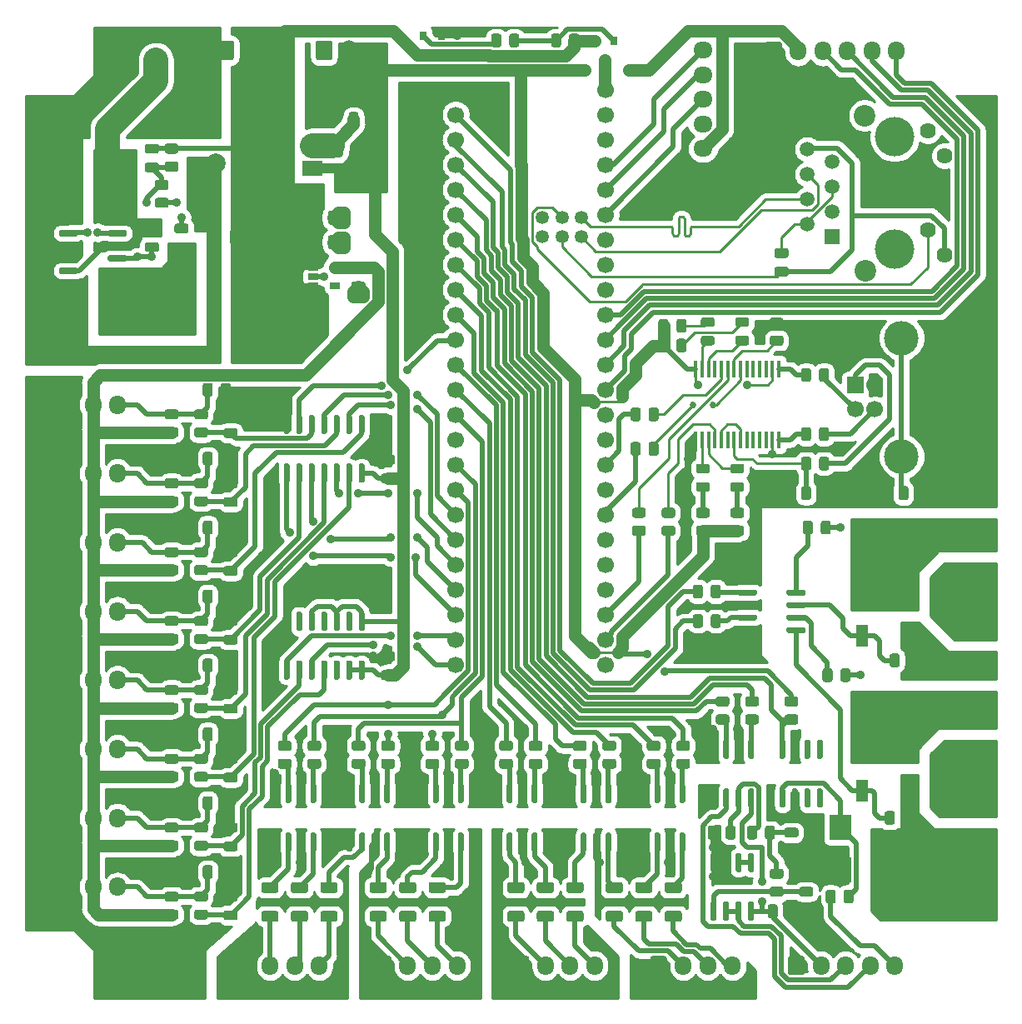
<source format=gtl>
G04 #@! TF.GenerationSoftware,KiCad,Pcbnew,5.1.10-88a1d61d58~90~ubuntu20.04.1*
G04 #@! TF.CreationDate,2021-11-01T21:41:42-04:00*
G04 #@! TF.ProjectId,control,636f6e74-726f-46c2-9e6b-696361645f70,rev?*
G04 #@! TF.SameCoordinates,Original*
G04 #@! TF.FileFunction,Copper,L1,Top*
G04 #@! TF.FilePolarity,Positive*
%FSLAX46Y46*%
G04 Gerber Fmt 4.6, Leading zero omitted, Abs format (unit mm)*
G04 Created by KiCad (PCBNEW 5.1.10-88a1d61d58~90~ubuntu20.04.1) date 2021-11-01 21:41:42*
%MOMM*%
%LPD*%
G01*
G04 APERTURE LIST*
G04 #@! TA.AperFunction,ComponentPad*
%ADD10C,1.500000*%
G04 #@! TD*
G04 #@! TA.AperFunction,ComponentPad*
%ADD11R,1.500000X1.500000*%
G04 #@! TD*
G04 #@! TA.AperFunction,ComponentPad*
%ADD12C,1.620000*%
G04 #@! TD*
G04 #@! TA.AperFunction,ComponentPad*
%ADD13C,2.200000*%
G04 #@! TD*
G04 #@! TA.AperFunction,ComponentPad*
%ADD14C,4.000000*%
G04 #@! TD*
G04 #@! TA.AperFunction,ComponentPad*
%ADD15O,1.950000X1.700000*%
G04 #@! TD*
G04 #@! TA.AperFunction,ComponentPad*
%ADD16C,1.350000*%
G04 #@! TD*
G04 #@! TA.AperFunction,ComponentPad*
%ADD17C,1.700000*%
G04 #@! TD*
G04 #@! TA.AperFunction,SMDPad,CuDef*
%ADD18R,5.800000X6.400000*%
G04 #@! TD*
G04 #@! TA.AperFunction,SMDPad,CuDef*
%ADD19R,1.200000X2.200000*%
G04 #@! TD*
G04 #@! TA.AperFunction,ComponentPad*
%ADD20C,2.032000*%
G04 #@! TD*
G04 #@! TA.AperFunction,ComponentPad*
%ADD21R,2.032000X2.032000*%
G04 #@! TD*
G04 #@! TA.AperFunction,SMDPad,CuDef*
%ADD22R,2.300000X2.500000*%
G04 #@! TD*
G04 #@! TA.AperFunction,SMDPad,CuDef*
%ADD23R,0.800000X0.900000*%
G04 #@! TD*
G04 #@! TA.AperFunction,SMDPad,CuDef*
%ADD24R,0.450000X1.750000*%
G04 #@! TD*
G04 #@! TA.AperFunction,SMDPad,CuDef*
%ADD25R,2.000000X1.500000*%
G04 #@! TD*
G04 #@! TA.AperFunction,SMDPad,CuDef*
%ADD26R,2.000000X3.800000*%
G04 #@! TD*
G04 #@! TA.AperFunction,SMDPad,CuDef*
%ADD27R,1.060000X0.650000*%
G04 #@! TD*
G04 #@! TA.AperFunction,SMDPad,CuDef*
%ADD28R,2.000000X3.200000*%
G04 #@! TD*
G04 #@! TA.AperFunction,ComponentPad*
%ADD29O,1.700000X1.950000*%
G04 #@! TD*
G04 #@! TA.AperFunction,ComponentPad*
%ADD30C,3.500000*%
G04 #@! TD*
G04 #@! TA.AperFunction,ComponentPad*
%ADD31R,1.700000X1.700000*%
G04 #@! TD*
G04 #@! TA.AperFunction,ComponentPad*
%ADD32O,1.700000X2.000000*%
G04 #@! TD*
G04 #@! TA.AperFunction,SMDPad,CuDef*
%ADD33R,2.500000X2.300000*%
G04 #@! TD*
G04 #@! TA.AperFunction,ComponentPad*
%ADD34C,2.000000*%
G04 #@! TD*
G04 #@! TA.AperFunction,ComponentPad*
%ADD35R,2.000000X2.000000*%
G04 #@! TD*
G04 #@! TA.AperFunction,ViaPad*
%ADD36C,0.889000*%
G04 #@! TD*
G04 #@! TA.AperFunction,ViaPad*
%ADD37C,0.685800*%
G04 #@! TD*
G04 #@! TA.AperFunction,Conductor*
%ADD38C,0.508000*%
G04 #@! TD*
G04 #@! TA.AperFunction,Conductor*
%ADD39C,2.540000*%
G04 #@! TD*
G04 #@! TA.AperFunction,Conductor*
%ADD40C,1.270000*%
G04 #@! TD*
G04 #@! TA.AperFunction,Conductor*
%ADD41C,0.254000*%
G04 #@! TD*
G04 #@! TA.AperFunction,Conductor*
%ADD42C,0.100000*%
G04 #@! TD*
G04 APERTURE END LIST*
D10*
X100110000Y-33055000D03*
X100110000Y-35595000D03*
X100110000Y-38135000D03*
X100110000Y-40675000D03*
X102650000Y-34325000D03*
X102650000Y-36865000D03*
X102650000Y-39405000D03*
D11*
X102650000Y-41945000D03*
D12*
X114080000Y-43825000D03*
X112380000Y-31175000D03*
X114080000Y-33715000D03*
X112380000Y-41285000D03*
D13*
X106000000Y-45375000D03*
X105950000Y-29625000D03*
D14*
X109000000Y-31785000D03*
X109000000Y-43215000D03*
G04 #@! TA.AperFunction,SMDPad,CuDef*
G36*
G01*
X97450001Y-51187500D02*
X96549999Y-51187500D01*
G75*
G02*
X96300000Y-50937501I0J249999D01*
G01*
X96300000Y-50412499D01*
G75*
G02*
X96549999Y-50162500I249999J0D01*
G01*
X97450001Y-50162500D01*
G75*
G02*
X97700000Y-50412499I0J-249999D01*
G01*
X97700000Y-50937501D01*
G75*
G02*
X97450001Y-51187500I-249999J0D01*
G01*
G37*
G04 #@! TD.AperFunction*
G04 #@! TA.AperFunction,SMDPad,CuDef*
G36*
G01*
X97450001Y-53012500D02*
X96549999Y-53012500D01*
G75*
G02*
X96300000Y-52762501I0J249999D01*
G01*
X96300000Y-52237499D01*
G75*
G02*
X96549999Y-51987500I249999J0D01*
G01*
X97450001Y-51987500D01*
G75*
G02*
X97700000Y-52237499I0J-249999D01*
G01*
X97700000Y-52762501D01*
G75*
G02*
X97450001Y-53012500I-249999J0D01*
G01*
G37*
G04 #@! TD.AperFunction*
G04 #@! TA.AperFunction,SMDPad,CuDef*
G36*
G01*
X83450001Y-70512500D02*
X82549999Y-70512500D01*
G75*
G02*
X82300000Y-70262501I0J249999D01*
G01*
X82300000Y-69737499D01*
G75*
G02*
X82549999Y-69487500I249999J0D01*
G01*
X83450001Y-69487500D01*
G75*
G02*
X83700000Y-69737499I0J-249999D01*
G01*
X83700000Y-70262501D01*
G75*
G02*
X83450001Y-70512500I-249999J0D01*
G01*
G37*
G04 #@! TD.AperFunction*
G04 #@! TA.AperFunction,SMDPad,CuDef*
G36*
G01*
X83450001Y-72337500D02*
X82549999Y-72337500D01*
G75*
G02*
X82300000Y-72087501I0J249999D01*
G01*
X82300000Y-71562499D01*
G75*
G02*
X82549999Y-71312500I249999J0D01*
G01*
X83450001Y-71312500D01*
G75*
G02*
X83700000Y-71562499I0J-249999D01*
G01*
X83700000Y-72087501D01*
G75*
G02*
X83450001Y-72337500I-249999J0D01*
G01*
G37*
G04 #@! TD.AperFunction*
G04 #@! TA.AperFunction,SMDPad,CuDef*
G36*
G01*
X83987500Y-63950001D02*
X83987500Y-63049999D01*
G75*
G02*
X84237499Y-62800000I249999J0D01*
G01*
X84762501Y-62800000D01*
G75*
G02*
X85012500Y-63049999I0J-249999D01*
G01*
X85012500Y-63950001D01*
G75*
G02*
X84762501Y-64200000I-249999J0D01*
G01*
X84237499Y-64200000D01*
G75*
G02*
X83987500Y-63950001I0J249999D01*
G01*
G37*
G04 #@! TD.AperFunction*
G04 #@! TA.AperFunction,SMDPad,CuDef*
G36*
G01*
X82162500Y-63950001D02*
X82162500Y-63049999D01*
G75*
G02*
X82412499Y-62800000I249999J0D01*
G01*
X82937501Y-62800000D01*
G75*
G02*
X83187500Y-63049999I0J-249999D01*
G01*
X83187500Y-63950001D01*
G75*
G02*
X82937501Y-64200000I-249999J0D01*
G01*
X82412499Y-64200000D01*
G75*
G02*
X82162500Y-63950001I0J249999D01*
G01*
G37*
G04 #@! TD.AperFunction*
G04 #@! TA.AperFunction,SMDPad,CuDef*
G36*
G01*
X83987500Y-60450001D02*
X83987500Y-59549999D01*
G75*
G02*
X84237499Y-59300000I249999J0D01*
G01*
X84762501Y-59300000D01*
G75*
G02*
X85012500Y-59549999I0J-249999D01*
G01*
X85012500Y-60450001D01*
G75*
G02*
X84762501Y-60700000I-249999J0D01*
G01*
X84237499Y-60700000D01*
G75*
G02*
X83987500Y-60450001I0J249999D01*
G01*
G37*
G04 #@! TD.AperFunction*
G04 #@! TA.AperFunction,SMDPad,CuDef*
G36*
G01*
X82162500Y-60450001D02*
X82162500Y-59549999D01*
G75*
G02*
X82412499Y-59300000I249999J0D01*
G01*
X82937501Y-59300000D01*
G75*
G02*
X83187500Y-59549999I0J-249999D01*
G01*
X83187500Y-60450001D01*
G75*
G02*
X82937501Y-60700000I-249999J0D01*
G01*
X82412499Y-60700000D01*
G75*
G02*
X82162500Y-60450001I0J249999D01*
G01*
G37*
G04 #@! TD.AperFunction*
G04 #@! TA.AperFunction,SMDPad,CuDef*
G36*
G01*
X86450001Y-70512500D02*
X85549999Y-70512500D01*
G75*
G02*
X85300000Y-70262501I0J249999D01*
G01*
X85300000Y-69737499D01*
G75*
G02*
X85549999Y-69487500I249999J0D01*
G01*
X86450001Y-69487500D01*
G75*
G02*
X86700000Y-69737499I0J-249999D01*
G01*
X86700000Y-70262501D01*
G75*
G02*
X86450001Y-70512500I-249999J0D01*
G01*
G37*
G04 #@! TD.AperFunction*
G04 #@! TA.AperFunction,SMDPad,CuDef*
G36*
G01*
X86450001Y-72337500D02*
X85549999Y-72337500D01*
G75*
G02*
X85300000Y-72087501I0J249999D01*
G01*
X85300000Y-71562499D01*
G75*
G02*
X85549999Y-71312500I249999J0D01*
G01*
X86450001Y-71312500D01*
G75*
G02*
X86700000Y-71562499I0J-249999D01*
G01*
X86700000Y-72087501D01*
G75*
G02*
X86450001Y-72337500I-249999J0D01*
G01*
G37*
G04 #@! TD.AperFunction*
G04 #@! TA.AperFunction,SMDPad,CuDef*
G36*
G01*
X101312500Y-68450001D02*
X101312500Y-67549999D01*
G75*
G02*
X101562499Y-67300000I249999J0D01*
G01*
X102087501Y-67300000D01*
G75*
G02*
X102337500Y-67549999I0J-249999D01*
G01*
X102337500Y-68450001D01*
G75*
G02*
X102087501Y-68700000I-249999J0D01*
G01*
X101562499Y-68700000D01*
G75*
G02*
X101312500Y-68450001I0J249999D01*
G01*
G37*
G04 #@! TD.AperFunction*
G04 #@! TA.AperFunction,SMDPad,CuDef*
G36*
G01*
X99487500Y-68450001D02*
X99487500Y-67549999D01*
G75*
G02*
X99737499Y-67300000I249999J0D01*
G01*
X100262501Y-67300000D01*
G75*
G02*
X100512500Y-67549999I0J-249999D01*
G01*
X100512500Y-68450001D01*
G75*
G02*
X100262501Y-68700000I-249999J0D01*
G01*
X99737499Y-68700000D01*
G75*
G02*
X99487500Y-68450001I0J249999D01*
G01*
G37*
G04 #@! TD.AperFunction*
D15*
X89500000Y-23000000D03*
X89500000Y-25500000D03*
X89500000Y-28000000D03*
X89500000Y-30500000D03*
X89500000Y-33000000D03*
G04 #@! TA.AperFunction,ComponentPad*
G36*
G01*
X90225000Y-36350000D02*
X88775000Y-36350000D01*
G75*
G02*
X88525000Y-36100000I0J250000D01*
G01*
X88525000Y-34900000D01*
G75*
G02*
X88775000Y-34650000I250000J0D01*
G01*
X90225000Y-34650000D01*
G75*
G02*
X90475000Y-34900000I0J-250000D01*
G01*
X90475000Y-36100000D01*
G75*
G02*
X90225000Y-36350000I-250000J0D01*
G01*
G37*
G04 #@! TD.AperFunction*
D16*
X73170000Y-41970000D03*
X75170000Y-41970000D03*
X77170000Y-41970000D03*
X73170000Y-39970000D03*
X75170000Y-39970000D03*
X77170000Y-39970000D03*
D17*
X79620000Y-27000000D03*
X79620000Y-29540000D03*
X79620000Y-32080000D03*
X79620000Y-34620000D03*
X79620000Y-37160000D03*
X79620000Y-39700000D03*
X79620000Y-42240000D03*
X79620000Y-44780000D03*
X79620000Y-47320000D03*
X79620000Y-49860000D03*
X79620000Y-52400000D03*
X79620000Y-54940000D03*
X79620000Y-57480000D03*
X79620000Y-60020000D03*
X79620000Y-62560000D03*
X79620000Y-65100000D03*
X79620000Y-67640000D03*
X79620000Y-70180000D03*
X79620000Y-72720000D03*
X79620000Y-75260000D03*
X79620000Y-77800000D03*
X79620000Y-80340000D03*
X79620000Y-82880000D03*
X79620000Y-85420000D03*
X64380000Y-85420000D03*
X64380000Y-82880000D03*
X64380000Y-80340000D03*
X64380000Y-77800000D03*
X64380000Y-75260000D03*
X64380000Y-72720000D03*
X64380000Y-70180000D03*
X64380000Y-67640000D03*
X64380000Y-65100000D03*
X64380000Y-62560000D03*
X64380000Y-60020000D03*
X64380000Y-57480000D03*
X64380000Y-54940000D03*
X64380000Y-52400000D03*
X64380000Y-49860000D03*
X64380000Y-47320000D03*
X64380000Y-44780000D03*
X64380000Y-42240000D03*
X64380000Y-39700000D03*
X64380000Y-37160000D03*
X64380000Y-34620000D03*
X64380000Y-32080000D03*
X64380000Y-29540000D03*
X64380000Y-27000000D03*
G04 #@! TA.AperFunction,SMDPad,CuDef*
G36*
G01*
X81125001Y-108637500D02*
X79874999Y-108637500D01*
G75*
G02*
X79625000Y-108387501I0J249999D01*
G01*
X79625000Y-107762499D01*
G75*
G02*
X79874999Y-107512500I249999J0D01*
G01*
X81125001Y-107512500D01*
G75*
G02*
X81375000Y-107762499I0J-249999D01*
G01*
X81375000Y-108387501D01*
G75*
G02*
X81125001Y-108637500I-249999J0D01*
G01*
G37*
G04 #@! TD.AperFunction*
G04 #@! TA.AperFunction,SMDPad,CuDef*
G36*
G01*
X81125001Y-111562500D02*
X79874999Y-111562500D01*
G75*
G02*
X79625000Y-111312501I0J249999D01*
G01*
X79625000Y-110687499D01*
G75*
G02*
X79874999Y-110437500I249999J0D01*
G01*
X81125001Y-110437500D01*
G75*
G02*
X81375000Y-110687499I0J-249999D01*
G01*
X81375000Y-111312501D01*
G75*
G02*
X81125001Y-111562500I-249999J0D01*
G01*
G37*
G04 #@! TD.AperFunction*
G04 #@! TA.AperFunction,SMDPad,CuDef*
G36*
G01*
X54660000Y-85000000D02*
X54960000Y-85000000D01*
G75*
G02*
X55110000Y-85150000I0J-150000D01*
G01*
X55110000Y-86800000D01*
G75*
G02*
X54960000Y-86950000I-150000J0D01*
G01*
X54660000Y-86950000D01*
G75*
G02*
X54510000Y-86800000I0J150000D01*
G01*
X54510000Y-85150000D01*
G75*
G02*
X54660000Y-85000000I150000J0D01*
G01*
G37*
G04 #@! TD.AperFunction*
G04 #@! TA.AperFunction,SMDPad,CuDef*
G36*
G01*
X53390000Y-85000000D02*
X53690000Y-85000000D01*
G75*
G02*
X53840000Y-85150000I0J-150000D01*
G01*
X53840000Y-86800000D01*
G75*
G02*
X53690000Y-86950000I-150000J0D01*
G01*
X53390000Y-86950000D01*
G75*
G02*
X53240000Y-86800000I0J150000D01*
G01*
X53240000Y-85150000D01*
G75*
G02*
X53390000Y-85000000I150000J0D01*
G01*
G37*
G04 #@! TD.AperFunction*
G04 #@! TA.AperFunction,SMDPad,CuDef*
G36*
G01*
X52120000Y-85000000D02*
X52420000Y-85000000D01*
G75*
G02*
X52570000Y-85150000I0J-150000D01*
G01*
X52570000Y-86800000D01*
G75*
G02*
X52420000Y-86950000I-150000J0D01*
G01*
X52120000Y-86950000D01*
G75*
G02*
X51970000Y-86800000I0J150000D01*
G01*
X51970000Y-85150000D01*
G75*
G02*
X52120000Y-85000000I150000J0D01*
G01*
G37*
G04 #@! TD.AperFunction*
G04 #@! TA.AperFunction,SMDPad,CuDef*
G36*
G01*
X50850000Y-85000000D02*
X51150000Y-85000000D01*
G75*
G02*
X51300000Y-85150000I0J-150000D01*
G01*
X51300000Y-86800000D01*
G75*
G02*
X51150000Y-86950000I-150000J0D01*
G01*
X50850000Y-86950000D01*
G75*
G02*
X50700000Y-86800000I0J150000D01*
G01*
X50700000Y-85150000D01*
G75*
G02*
X50850000Y-85000000I150000J0D01*
G01*
G37*
G04 #@! TD.AperFunction*
G04 #@! TA.AperFunction,SMDPad,CuDef*
G36*
G01*
X49580000Y-85000000D02*
X49880000Y-85000000D01*
G75*
G02*
X50030000Y-85150000I0J-150000D01*
G01*
X50030000Y-86800000D01*
G75*
G02*
X49880000Y-86950000I-150000J0D01*
G01*
X49580000Y-86950000D01*
G75*
G02*
X49430000Y-86800000I0J150000D01*
G01*
X49430000Y-85150000D01*
G75*
G02*
X49580000Y-85000000I150000J0D01*
G01*
G37*
G04 #@! TD.AperFunction*
G04 #@! TA.AperFunction,SMDPad,CuDef*
G36*
G01*
X48310000Y-85000000D02*
X48610000Y-85000000D01*
G75*
G02*
X48760000Y-85150000I0J-150000D01*
G01*
X48760000Y-86800000D01*
G75*
G02*
X48610000Y-86950000I-150000J0D01*
G01*
X48310000Y-86950000D01*
G75*
G02*
X48160000Y-86800000I0J150000D01*
G01*
X48160000Y-85150000D01*
G75*
G02*
X48310000Y-85000000I150000J0D01*
G01*
G37*
G04 #@! TD.AperFunction*
G04 #@! TA.AperFunction,SMDPad,CuDef*
G36*
G01*
X47040000Y-85000000D02*
X47340000Y-85000000D01*
G75*
G02*
X47490000Y-85150000I0J-150000D01*
G01*
X47490000Y-86800000D01*
G75*
G02*
X47340000Y-86950000I-150000J0D01*
G01*
X47040000Y-86950000D01*
G75*
G02*
X46890000Y-86800000I0J150000D01*
G01*
X46890000Y-85150000D01*
G75*
G02*
X47040000Y-85000000I150000J0D01*
G01*
G37*
G04 #@! TD.AperFunction*
G04 #@! TA.AperFunction,SMDPad,CuDef*
G36*
G01*
X47040000Y-80050000D02*
X47340000Y-80050000D01*
G75*
G02*
X47490000Y-80200000I0J-150000D01*
G01*
X47490000Y-81850000D01*
G75*
G02*
X47340000Y-82000000I-150000J0D01*
G01*
X47040000Y-82000000D01*
G75*
G02*
X46890000Y-81850000I0J150000D01*
G01*
X46890000Y-80200000D01*
G75*
G02*
X47040000Y-80050000I150000J0D01*
G01*
G37*
G04 #@! TD.AperFunction*
G04 #@! TA.AperFunction,SMDPad,CuDef*
G36*
G01*
X48310000Y-80050000D02*
X48610000Y-80050000D01*
G75*
G02*
X48760000Y-80200000I0J-150000D01*
G01*
X48760000Y-81850000D01*
G75*
G02*
X48610000Y-82000000I-150000J0D01*
G01*
X48310000Y-82000000D01*
G75*
G02*
X48160000Y-81850000I0J150000D01*
G01*
X48160000Y-80200000D01*
G75*
G02*
X48310000Y-80050000I150000J0D01*
G01*
G37*
G04 #@! TD.AperFunction*
G04 #@! TA.AperFunction,SMDPad,CuDef*
G36*
G01*
X49580000Y-80050000D02*
X49880000Y-80050000D01*
G75*
G02*
X50030000Y-80200000I0J-150000D01*
G01*
X50030000Y-81850000D01*
G75*
G02*
X49880000Y-82000000I-150000J0D01*
G01*
X49580000Y-82000000D01*
G75*
G02*
X49430000Y-81850000I0J150000D01*
G01*
X49430000Y-80200000D01*
G75*
G02*
X49580000Y-80050000I150000J0D01*
G01*
G37*
G04 #@! TD.AperFunction*
G04 #@! TA.AperFunction,SMDPad,CuDef*
G36*
G01*
X50850000Y-80050000D02*
X51150000Y-80050000D01*
G75*
G02*
X51300000Y-80200000I0J-150000D01*
G01*
X51300000Y-81850000D01*
G75*
G02*
X51150000Y-82000000I-150000J0D01*
G01*
X50850000Y-82000000D01*
G75*
G02*
X50700000Y-81850000I0J150000D01*
G01*
X50700000Y-80200000D01*
G75*
G02*
X50850000Y-80050000I150000J0D01*
G01*
G37*
G04 #@! TD.AperFunction*
G04 #@! TA.AperFunction,SMDPad,CuDef*
G36*
G01*
X52120000Y-80050000D02*
X52420000Y-80050000D01*
G75*
G02*
X52570000Y-80200000I0J-150000D01*
G01*
X52570000Y-81850000D01*
G75*
G02*
X52420000Y-82000000I-150000J0D01*
G01*
X52120000Y-82000000D01*
G75*
G02*
X51970000Y-81850000I0J150000D01*
G01*
X51970000Y-80200000D01*
G75*
G02*
X52120000Y-80050000I150000J0D01*
G01*
G37*
G04 #@! TD.AperFunction*
G04 #@! TA.AperFunction,SMDPad,CuDef*
G36*
G01*
X53390000Y-80050000D02*
X53690000Y-80050000D01*
G75*
G02*
X53840000Y-80200000I0J-150000D01*
G01*
X53840000Y-81850000D01*
G75*
G02*
X53690000Y-82000000I-150000J0D01*
G01*
X53390000Y-82000000D01*
G75*
G02*
X53240000Y-81850000I0J150000D01*
G01*
X53240000Y-80200000D01*
G75*
G02*
X53390000Y-80050000I150000J0D01*
G01*
G37*
G04 #@! TD.AperFunction*
G04 #@! TA.AperFunction,SMDPad,CuDef*
G36*
G01*
X54660000Y-80050000D02*
X54960000Y-80050000D01*
G75*
G02*
X55110000Y-80200000I0J-150000D01*
G01*
X55110000Y-81850000D01*
G75*
G02*
X54960000Y-82000000I-150000J0D01*
G01*
X54660000Y-82000000D01*
G75*
G02*
X54510000Y-81850000I0J150000D01*
G01*
X54510000Y-80200000D01*
G75*
G02*
X54660000Y-80050000I150000J0D01*
G01*
G37*
G04 #@! TD.AperFunction*
G04 #@! TA.AperFunction,SMDPad,CuDef*
G36*
G01*
X54660000Y-65000000D02*
X54960000Y-65000000D01*
G75*
G02*
X55110000Y-65150000I0J-150000D01*
G01*
X55110000Y-66800000D01*
G75*
G02*
X54960000Y-66950000I-150000J0D01*
G01*
X54660000Y-66950000D01*
G75*
G02*
X54510000Y-66800000I0J150000D01*
G01*
X54510000Y-65150000D01*
G75*
G02*
X54660000Y-65000000I150000J0D01*
G01*
G37*
G04 #@! TD.AperFunction*
G04 #@! TA.AperFunction,SMDPad,CuDef*
G36*
G01*
X53390000Y-65000000D02*
X53690000Y-65000000D01*
G75*
G02*
X53840000Y-65150000I0J-150000D01*
G01*
X53840000Y-66800000D01*
G75*
G02*
X53690000Y-66950000I-150000J0D01*
G01*
X53390000Y-66950000D01*
G75*
G02*
X53240000Y-66800000I0J150000D01*
G01*
X53240000Y-65150000D01*
G75*
G02*
X53390000Y-65000000I150000J0D01*
G01*
G37*
G04 #@! TD.AperFunction*
G04 #@! TA.AperFunction,SMDPad,CuDef*
G36*
G01*
X52120000Y-65000000D02*
X52420000Y-65000000D01*
G75*
G02*
X52570000Y-65150000I0J-150000D01*
G01*
X52570000Y-66800000D01*
G75*
G02*
X52420000Y-66950000I-150000J0D01*
G01*
X52120000Y-66950000D01*
G75*
G02*
X51970000Y-66800000I0J150000D01*
G01*
X51970000Y-65150000D01*
G75*
G02*
X52120000Y-65000000I150000J0D01*
G01*
G37*
G04 #@! TD.AperFunction*
G04 #@! TA.AperFunction,SMDPad,CuDef*
G36*
G01*
X50850000Y-65000000D02*
X51150000Y-65000000D01*
G75*
G02*
X51300000Y-65150000I0J-150000D01*
G01*
X51300000Y-66800000D01*
G75*
G02*
X51150000Y-66950000I-150000J0D01*
G01*
X50850000Y-66950000D01*
G75*
G02*
X50700000Y-66800000I0J150000D01*
G01*
X50700000Y-65150000D01*
G75*
G02*
X50850000Y-65000000I150000J0D01*
G01*
G37*
G04 #@! TD.AperFunction*
G04 #@! TA.AperFunction,SMDPad,CuDef*
G36*
G01*
X49580000Y-65000000D02*
X49880000Y-65000000D01*
G75*
G02*
X50030000Y-65150000I0J-150000D01*
G01*
X50030000Y-66800000D01*
G75*
G02*
X49880000Y-66950000I-150000J0D01*
G01*
X49580000Y-66950000D01*
G75*
G02*
X49430000Y-66800000I0J150000D01*
G01*
X49430000Y-65150000D01*
G75*
G02*
X49580000Y-65000000I150000J0D01*
G01*
G37*
G04 #@! TD.AperFunction*
G04 #@! TA.AperFunction,SMDPad,CuDef*
G36*
G01*
X48310000Y-65000000D02*
X48610000Y-65000000D01*
G75*
G02*
X48760000Y-65150000I0J-150000D01*
G01*
X48760000Y-66800000D01*
G75*
G02*
X48610000Y-66950000I-150000J0D01*
G01*
X48310000Y-66950000D01*
G75*
G02*
X48160000Y-66800000I0J150000D01*
G01*
X48160000Y-65150000D01*
G75*
G02*
X48310000Y-65000000I150000J0D01*
G01*
G37*
G04 #@! TD.AperFunction*
G04 #@! TA.AperFunction,SMDPad,CuDef*
G36*
G01*
X47040000Y-65000000D02*
X47340000Y-65000000D01*
G75*
G02*
X47490000Y-65150000I0J-150000D01*
G01*
X47490000Y-66800000D01*
G75*
G02*
X47340000Y-66950000I-150000J0D01*
G01*
X47040000Y-66950000D01*
G75*
G02*
X46890000Y-66800000I0J150000D01*
G01*
X46890000Y-65150000D01*
G75*
G02*
X47040000Y-65000000I150000J0D01*
G01*
G37*
G04 #@! TD.AperFunction*
G04 #@! TA.AperFunction,SMDPad,CuDef*
G36*
G01*
X47040000Y-60050000D02*
X47340000Y-60050000D01*
G75*
G02*
X47490000Y-60200000I0J-150000D01*
G01*
X47490000Y-61850000D01*
G75*
G02*
X47340000Y-62000000I-150000J0D01*
G01*
X47040000Y-62000000D01*
G75*
G02*
X46890000Y-61850000I0J150000D01*
G01*
X46890000Y-60200000D01*
G75*
G02*
X47040000Y-60050000I150000J0D01*
G01*
G37*
G04 #@! TD.AperFunction*
G04 #@! TA.AperFunction,SMDPad,CuDef*
G36*
G01*
X48310000Y-60050000D02*
X48610000Y-60050000D01*
G75*
G02*
X48760000Y-60200000I0J-150000D01*
G01*
X48760000Y-61850000D01*
G75*
G02*
X48610000Y-62000000I-150000J0D01*
G01*
X48310000Y-62000000D01*
G75*
G02*
X48160000Y-61850000I0J150000D01*
G01*
X48160000Y-60200000D01*
G75*
G02*
X48310000Y-60050000I150000J0D01*
G01*
G37*
G04 #@! TD.AperFunction*
G04 #@! TA.AperFunction,SMDPad,CuDef*
G36*
G01*
X49580000Y-60050000D02*
X49880000Y-60050000D01*
G75*
G02*
X50030000Y-60200000I0J-150000D01*
G01*
X50030000Y-61850000D01*
G75*
G02*
X49880000Y-62000000I-150000J0D01*
G01*
X49580000Y-62000000D01*
G75*
G02*
X49430000Y-61850000I0J150000D01*
G01*
X49430000Y-60200000D01*
G75*
G02*
X49580000Y-60050000I150000J0D01*
G01*
G37*
G04 #@! TD.AperFunction*
G04 #@! TA.AperFunction,SMDPad,CuDef*
G36*
G01*
X50850000Y-60050000D02*
X51150000Y-60050000D01*
G75*
G02*
X51300000Y-60200000I0J-150000D01*
G01*
X51300000Y-61850000D01*
G75*
G02*
X51150000Y-62000000I-150000J0D01*
G01*
X50850000Y-62000000D01*
G75*
G02*
X50700000Y-61850000I0J150000D01*
G01*
X50700000Y-60200000D01*
G75*
G02*
X50850000Y-60050000I150000J0D01*
G01*
G37*
G04 #@! TD.AperFunction*
G04 #@! TA.AperFunction,SMDPad,CuDef*
G36*
G01*
X52120000Y-60050000D02*
X52420000Y-60050000D01*
G75*
G02*
X52570000Y-60200000I0J-150000D01*
G01*
X52570000Y-61850000D01*
G75*
G02*
X52420000Y-62000000I-150000J0D01*
G01*
X52120000Y-62000000D01*
G75*
G02*
X51970000Y-61850000I0J150000D01*
G01*
X51970000Y-60200000D01*
G75*
G02*
X52120000Y-60050000I150000J0D01*
G01*
G37*
G04 #@! TD.AperFunction*
G04 #@! TA.AperFunction,SMDPad,CuDef*
G36*
G01*
X53390000Y-60050000D02*
X53690000Y-60050000D01*
G75*
G02*
X53840000Y-60200000I0J-150000D01*
G01*
X53840000Y-61850000D01*
G75*
G02*
X53690000Y-62000000I-150000J0D01*
G01*
X53390000Y-62000000D01*
G75*
G02*
X53240000Y-61850000I0J150000D01*
G01*
X53240000Y-60200000D01*
G75*
G02*
X53390000Y-60050000I150000J0D01*
G01*
G37*
G04 #@! TD.AperFunction*
G04 #@! TA.AperFunction,SMDPad,CuDef*
G36*
G01*
X54660000Y-60050000D02*
X54960000Y-60050000D01*
G75*
G02*
X55110000Y-60200000I0J-150000D01*
G01*
X55110000Y-61850000D01*
G75*
G02*
X54960000Y-62000000I-150000J0D01*
G01*
X54660000Y-62000000D01*
G75*
G02*
X54510000Y-61850000I0J150000D01*
G01*
X54510000Y-60200000D01*
G75*
G02*
X54660000Y-60050000I150000J0D01*
G01*
G37*
G04 #@! TD.AperFunction*
G04 #@! TA.AperFunction,SMDPad,CuDef*
G36*
G01*
X98000000Y-78245000D02*
X98000000Y-77945000D01*
G75*
G02*
X98150000Y-77795000I150000J0D01*
G01*
X99800000Y-77795000D01*
G75*
G02*
X99950000Y-77945000I0J-150000D01*
G01*
X99950000Y-78245000D01*
G75*
G02*
X99800000Y-78395000I-150000J0D01*
G01*
X98150000Y-78395000D01*
G75*
G02*
X98000000Y-78245000I0J150000D01*
G01*
G37*
G04 #@! TD.AperFunction*
G04 #@! TA.AperFunction,SMDPad,CuDef*
G36*
G01*
X98000000Y-79515000D02*
X98000000Y-79215000D01*
G75*
G02*
X98150000Y-79065000I150000J0D01*
G01*
X99800000Y-79065000D01*
G75*
G02*
X99950000Y-79215000I0J-150000D01*
G01*
X99950000Y-79515000D01*
G75*
G02*
X99800000Y-79665000I-150000J0D01*
G01*
X98150000Y-79665000D01*
G75*
G02*
X98000000Y-79515000I0J150000D01*
G01*
G37*
G04 #@! TD.AperFunction*
G04 #@! TA.AperFunction,SMDPad,CuDef*
G36*
G01*
X98000000Y-80785000D02*
X98000000Y-80485000D01*
G75*
G02*
X98150000Y-80335000I150000J0D01*
G01*
X99800000Y-80335000D01*
G75*
G02*
X99950000Y-80485000I0J-150000D01*
G01*
X99950000Y-80785000D01*
G75*
G02*
X99800000Y-80935000I-150000J0D01*
G01*
X98150000Y-80935000D01*
G75*
G02*
X98000000Y-80785000I0J150000D01*
G01*
G37*
G04 #@! TD.AperFunction*
G04 #@! TA.AperFunction,SMDPad,CuDef*
G36*
G01*
X98000000Y-82055000D02*
X98000000Y-81755000D01*
G75*
G02*
X98150000Y-81605000I150000J0D01*
G01*
X99800000Y-81605000D01*
G75*
G02*
X99950000Y-81755000I0J-150000D01*
G01*
X99950000Y-82055000D01*
G75*
G02*
X99800000Y-82205000I-150000J0D01*
G01*
X98150000Y-82205000D01*
G75*
G02*
X98000000Y-82055000I0J150000D01*
G01*
G37*
G04 #@! TD.AperFunction*
G04 #@! TA.AperFunction,SMDPad,CuDef*
G36*
G01*
X93050000Y-82055000D02*
X93050000Y-81755000D01*
G75*
G02*
X93200000Y-81605000I150000J0D01*
G01*
X94850000Y-81605000D01*
G75*
G02*
X95000000Y-81755000I0J-150000D01*
G01*
X95000000Y-82055000D01*
G75*
G02*
X94850000Y-82205000I-150000J0D01*
G01*
X93200000Y-82205000D01*
G75*
G02*
X93050000Y-82055000I0J150000D01*
G01*
G37*
G04 #@! TD.AperFunction*
G04 #@! TA.AperFunction,SMDPad,CuDef*
G36*
G01*
X93050000Y-80785000D02*
X93050000Y-80485000D01*
G75*
G02*
X93200000Y-80335000I150000J0D01*
G01*
X94850000Y-80335000D01*
G75*
G02*
X95000000Y-80485000I0J-150000D01*
G01*
X95000000Y-80785000D01*
G75*
G02*
X94850000Y-80935000I-150000J0D01*
G01*
X93200000Y-80935000D01*
G75*
G02*
X93050000Y-80785000I0J150000D01*
G01*
G37*
G04 #@! TD.AperFunction*
G04 #@! TA.AperFunction,SMDPad,CuDef*
G36*
G01*
X93050000Y-79515000D02*
X93050000Y-79215000D01*
G75*
G02*
X93200000Y-79065000I150000J0D01*
G01*
X94850000Y-79065000D01*
G75*
G02*
X95000000Y-79215000I0J-150000D01*
G01*
X95000000Y-79515000D01*
G75*
G02*
X94850000Y-79665000I-150000J0D01*
G01*
X93200000Y-79665000D01*
G75*
G02*
X93050000Y-79515000I0J150000D01*
G01*
G37*
G04 #@! TD.AperFunction*
G04 #@! TA.AperFunction,SMDPad,CuDef*
G36*
G01*
X93050000Y-78245000D02*
X93050000Y-77945000D01*
G75*
G02*
X93200000Y-77795000I150000J0D01*
G01*
X94850000Y-77795000D01*
G75*
G02*
X95000000Y-77945000I0J-150000D01*
G01*
X95000000Y-78245000D01*
G75*
G02*
X94850000Y-78395000I-150000J0D01*
G01*
X93200000Y-78395000D01*
G75*
G02*
X93050000Y-78245000I0J150000D01*
G01*
G37*
G04 #@! TD.AperFunction*
G04 #@! TA.AperFunction,SMDPad,CuDef*
G36*
G01*
X94255000Y-98000000D02*
X94555000Y-98000000D01*
G75*
G02*
X94705000Y-98150000I0J-150000D01*
G01*
X94705000Y-99800000D01*
G75*
G02*
X94555000Y-99950000I-150000J0D01*
G01*
X94255000Y-99950000D01*
G75*
G02*
X94105000Y-99800000I0J150000D01*
G01*
X94105000Y-98150000D01*
G75*
G02*
X94255000Y-98000000I150000J0D01*
G01*
G37*
G04 #@! TD.AperFunction*
G04 #@! TA.AperFunction,SMDPad,CuDef*
G36*
G01*
X92985000Y-98000000D02*
X93285000Y-98000000D01*
G75*
G02*
X93435000Y-98150000I0J-150000D01*
G01*
X93435000Y-99800000D01*
G75*
G02*
X93285000Y-99950000I-150000J0D01*
G01*
X92985000Y-99950000D01*
G75*
G02*
X92835000Y-99800000I0J150000D01*
G01*
X92835000Y-98150000D01*
G75*
G02*
X92985000Y-98000000I150000J0D01*
G01*
G37*
G04 #@! TD.AperFunction*
G04 #@! TA.AperFunction,SMDPad,CuDef*
G36*
G01*
X91715000Y-98000000D02*
X92015000Y-98000000D01*
G75*
G02*
X92165000Y-98150000I0J-150000D01*
G01*
X92165000Y-99800000D01*
G75*
G02*
X92015000Y-99950000I-150000J0D01*
G01*
X91715000Y-99950000D01*
G75*
G02*
X91565000Y-99800000I0J150000D01*
G01*
X91565000Y-98150000D01*
G75*
G02*
X91715000Y-98000000I150000J0D01*
G01*
G37*
G04 #@! TD.AperFunction*
G04 #@! TA.AperFunction,SMDPad,CuDef*
G36*
G01*
X90445000Y-98000000D02*
X90745000Y-98000000D01*
G75*
G02*
X90895000Y-98150000I0J-150000D01*
G01*
X90895000Y-99800000D01*
G75*
G02*
X90745000Y-99950000I-150000J0D01*
G01*
X90445000Y-99950000D01*
G75*
G02*
X90295000Y-99800000I0J150000D01*
G01*
X90295000Y-98150000D01*
G75*
G02*
X90445000Y-98000000I150000J0D01*
G01*
G37*
G04 #@! TD.AperFunction*
G04 #@! TA.AperFunction,SMDPad,CuDef*
G36*
G01*
X90445000Y-93050000D02*
X90745000Y-93050000D01*
G75*
G02*
X90895000Y-93200000I0J-150000D01*
G01*
X90895000Y-94850000D01*
G75*
G02*
X90745000Y-95000000I-150000J0D01*
G01*
X90445000Y-95000000D01*
G75*
G02*
X90295000Y-94850000I0J150000D01*
G01*
X90295000Y-93200000D01*
G75*
G02*
X90445000Y-93050000I150000J0D01*
G01*
G37*
G04 #@! TD.AperFunction*
G04 #@! TA.AperFunction,SMDPad,CuDef*
G36*
G01*
X91715000Y-93050000D02*
X92015000Y-93050000D01*
G75*
G02*
X92165000Y-93200000I0J-150000D01*
G01*
X92165000Y-94850000D01*
G75*
G02*
X92015000Y-95000000I-150000J0D01*
G01*
X91715000Y-95000000D01*
G75*
G02*
X91565000Y-94850000I0J150000D01*
G01*
X91565000Y-93200000D01*
G75*
G02*
X91715000Y-93050000I150000J0D01*
G01*
G37*
G04 #@! TD.AperFunction*
G04 #@! TA.AperFunction,SMDPad,CuDef*
G36*
G01*
X92985000Y-93050000D02*
X93285000Y-93050000D01*
G75*
G02*
X93435000Y-93200000I0J-150000D01*
G01*
X93435000Y-94850000D01*
G75*
G02*
X93285000Y-95000000I-150000J0D01*
G01*
X92985000Y-95000000D01*
G75*
G02*
X92835000Y-94850000I0J150000D01*
G01*
X92835000Y-93200000D01*
G75*
G02*
X92985000Y-93050000I150000J0D01*
G01*
G37*
G04 #@! TD.AperFunction*
G04 #@! TA.AperFunction,SMDPad,CuDef*
G36*
G01*
X94255000Y-93050000D02*
X94555000Y-93050000D01*
G75*
G02*
X94705000Y-93200000I0J-150000D01*
G01*
X94705000Y-94850000D01*
G75*
G02*
X94555000Y-95000000I-150000J0D01*
G01*
X94255000Y-95000000D01*
G75*
G02*
X94105000Y-94850000I0J150000D01*
G01*
X94105000Y-93200000D01*
G75*
G02*
X94255000Y-93050000I150000J0D01*
G01*
G37*
G04 #@! TD.AperFunction*
G04 #@! TA.AperFunction,SMDPad,CuDef*
G36*
G01*
X97745000Y-95000000D02*
X97445000Y-95000000D01*
G75*
G02*
X97295000Y-94850000I0J150000D01*
G01*
X97295000Y-93200000D01*
G75*
G02*
X97445000Y-93050000I150000J0D01*
G01*
X97745000Y-93050000D01*
G75*
G02*
X97895000Y-93200000I0J-150000D01*
G01*
X97895000Y-94850000D01*
G75*
G02*
X97745000Y-95000000I-150000J0D01*
G01*
G37*
G04 #@! TD.AperFunction*
G04 #@! TA.AperFunction,SMDPad,CuDef*
G36*
G01*
X99015000Y-95000000D02*
X98715000Y-95000000D01*
G75*
G02*
X98565000Y-94850000I0J150000D01*
G01*
X98565000Y-93200000D01*
G75*
G02*
X98715000Y-93050000I150000J0D01*
G01*
X99015000Y-93050000D01*
G75*
G02*
X99165000Y-93200000I0J-150000D01*
G01*
X99165000Y-94850000D01*
G75*
G02*
X99015000Y-95000000I-150000J0D01*
G01*
G37*
G04 #@! TD.AperFunction*
G04 #@! TA.AperFunction,SMDPad,CuDef*
G36*
G01*
X100285000Y-95000000D02*
X99985000Y-95000000D01*
G75*
G02*
X99835000Y-94850000I0J150000D01*
G01*
X99835000Y-93200000D01*
G75*
G02*
X99985000Y-93050000I150000J0D01*
G01*
X100285000Y-93050000D01*
G75*
G02*
X100435000Y-93200000I0J-150000D01*
G01*
X100435000Y-94850000D01*
G75*
G02*
X100285000Y-95000000I-150000J0D01*
G01*
G37*
G04 #@! TD.AperFunction*
G04 #@! TA.AperFunction,SMDPad,CuDef*
G36*
G01*
X101555000Y-95000000D02*
X101255000Y-95000000D01*
G75*
G02*
X101105000Y-94850000I0J150000D01*
G01*
X101105000Y-93200000D01*
G75*
G02*
X101255000Y-93050000I150000J0D01*
G01*
X101555000Y-93050000D01*
G75*
G02*
X101705000Y-93200000I0J-150000D01*
G01*
X101705000Y-94850000D01*
G75*
G02*
X101555000Y-95000000I-150000J0D01*
G01*
G37*
G04 #@! TD.AperFunction*
G04 #@! TA.AperFunction,SMDPad,CuDef*
G36*
G01*
X101555000Y-99950000D02*
X101255000Y-99950000D01*
G75*
G02*
X101105000Y-99800000I0J150000D01*
G01*
X101105000Y-98150000D01*
G75*
G02*
X101255000Y-98000000I150000J0D01*
G01*
X101555000Y-98000000D01*
G75*
G02*
X101705000Y-98150000I0J-150000D01*
G01*
X101705000Y-99800000D01*
G75*
G02*
X101555000Y-99950000I-150000J0D01*
G01*
G37*
G04 #@! TD.AperFunction*
G04 #@! TA.AperFunction,SMDPad,CuDef*
G36*
G01*
X100285000Y-99950000D02*
X99985000Y-99950000D01*
G75*
G02*
X99835000Y-99800000I0J150000D01*
G01*
X99835000Y-98150000D01*
G75*
G02*
X99985000Y-98000000I150000J0D01*
G01*
X100285000Y-98000000D01*
G75*
G02*
X100435000Y-98150000I0J-150000D01*
G01*
X100435000Y-99800000D01*
G75*
G02*
X100285000Y-99950000I-150000J0D01*
G01*
G37*
G04 #@! TD.AperFunction*
G04 #@! TA.AperFunction,SMDPad,CuDef*
G36*
G01*
X99015000Y-99950000D02*
X98715000Y-99950000D01*
G75*
G02*
X98565000Y-99800000I0J150000D01*
G01*
X98565000Y-98150000D01*
G75*
G02*
X98715000Y-98000000I150000J0D01*
G01*
X99015000Y-98000000D01*
G75*
G02*
X99165000Y-98150000I0J-150000D01*
G01*
X99165000Y-99800000D01*
G75*
G02*
X99015000Y-99950000I-150000J0D01*
G01*
G37*
G04 #@! TD.AperFunction*
G04 #@! TA.AperFunction,SMDPad,CuDef*
G36*
G01*
X97745000Y-99950000D02*
X97445000Y-99950000D01*
G75*
G02*
X97295000Y-99800000I0J150000D01*
G01*
X97295000Y-98150000D01*
G75*
G02*
X97445000Y-98000000I150000J0D01*
G01*
X97745000Y-98000000D01*
G75*
G02*
X97895000Y-98150000I0J-150000D01*
G01*
X97895000Y-99800000D01*
G75*
G02*
X97745000Y-99950000I-150000J0D01*
G01*
G37*
G04 #@! TD.AperFunction*
G04 #@! TA.AperFunction,SMDPad,CuDef*
G36*
G01*
X109012500Y-100549999D02*
X109012500Y-101450001D01*
G75*
G02*
X108762501Y-101700000I-249999J0D01*
G01*
X108237499Y-101700000D01*
G75*
G02*
X107987500Y-101450001I0J249999D01*
G01*
X107987500Y-100549999D01*
G75*
G02*
X108237499Y-100300000I249999J0D01*
G01*
X108762501Y-100300000D01*
G75*
G02*
X109012500Y-100549999I0J-249999D01*
G01*
G37*
G04 #@! TD.AperFunction*
G04 #@! TA.AperFunction,SMDPad,CuDef*
G36*
G01*
X110837500Y-100549999D02*
X110837500Y-101450001D01*
G75*
G02*
X110587501Y-101700000I-249999J0D01*
G01*
X110062499Y-101700000D01*
G75*
G02*
X109812500Y-101450001I0J249999D01*
G01*
X109812500Y-100549999D01*
G75*
G02*
X110062499Y-100300000I249999J0D01*
G01*
X110587501Y-100300000D01*
G75*
G02*
X110837500Y-100549999I0J-249999D01*
G01*
G37*
G04 #@! TD.AperFunction*
G04 #@! TA.AperFunction,SMDPad,CuDef*
G36*
G01*
X103487500Y-86950001D02*
X103487500Y-86049999D01*
G75*
G02*
X103737499Y-85800000I249999J0D01*
G01*
X104262501Y-85800000D01*
G75*
G02*
X104512500Y-86049999I0J-249999D01*
G01*
X104512500Y-86950001D01*
G75*
G02*
X104262501Y-87200000I-249999J0D01*
G01*
X103737499Y-87200000D01*
G75*
G02*
X103487500Y-86950001I0J249999D01*
G01*
G37*
G04 #@! TD.AperFunction*
G04 #@! TA.AperFunction,SMDPad,CuDef*
G36*
G01*
X101662500Y-86950001D02*
X101662500Y-86049999D01*
G75*
G02*
X101912499Y-85800000I249999J0D01*
G01*
X102437501Y-85800000D01*
G75*
G02*
X102687500Y-86049999I0J-249999D01*
G01*
X102687500Y-86950001D01*
G75*
G02*
X102437501Y-87200000I-249999J0D01*
G01*
X101912499Y-87200000D01*
G75*
G02*
X101662500Y-86950001I0J249999D01*
G01*
G37*
G04 #@! TD.AperFunction*
G04 #@! TA.AperFunction,SMDPad,CuDef*
G36*
G01*
X89512500Y-80549999D02*
X89512500Y-81450001D01*
G75*
G02*
X89262501Y-81700000I-249999J0D01*
G01*
X88737499Y-81700000D01*
G75*
G02*
X88487500Y-81450001I0J249999D01*
G01*
X88487500Y-80549999D01*
G75*
G02*
X88737499Y-80300000I249999J0D01*
G01*
X89262501Y-80300000D01*
G75*
G02*
X89512500Y-80549999I0J-249999D01*
G01*
G37*
G04 #@! TD.AperFunction*
G04 #@! TA.AperFunction,SMDPad,CuDef*
G36*
G01*
X91337500Y-80549999D02*
X91337500Y-81450001D01*
G75*
G02*
X91087501Y-81700000I-249999J0D01*
G01*
X90562499Y-81700000D01*
G75*
G02*
X90312500Y-81450001I0J249999D01*
G01*
X90312500Y-80549999D01*
G75*
G02*
X90562499Y-80300000I249999J0D01*
G01*
X91087501Y-80300000D01*
G75*
G02*
X91337500Y-80549999I0J-249999D01*
G01*
G37*
G04 #@! TD.AperFunction*
G04 #@! TA.AperFunction,SMDPad,CuDef*
G36*
G01*
X91950001Y-89687500D02*
X91049999Y-89687500D01*
G75*
G02*
X90800000Y-89437501I0J249999D01*
G01*
X90800000Y-88912499D01*
G75*
G02*
X91049999Y-88662500I249999J0D01*
G01*
X91950001Y-88662500D01*
G75*
G02*
X92200000Y-88912499I0J-249999D01*
G01*
X92200000Y-89437501D01*
G75*
G02*
X91950001Y-89687500I-249999J0D01*
G01*
G37*
G04 #@! TD.AperFunction*
G04 #@! TA.AperFunction,SMDPad,CuDef*
G36*
G01*
X91950001Y-91512500D02*
X91049999Y-91512500D01*
G75*
G02*
X90800000Y-91262501I0J249999D01*
G01*
X90800000Y-90737499D01*
G75*
G02*
X91049999Y-90487500I249999J0D01*
G01*
X91950001Y-90487500D01*
G75*
G02*
X92200000Y-90737499I0J-249999D01*
G01*
X92200000Y-91262501D01*
G75*
G02*
X91950001Y-91512500I-249999J0D01*
G01*
G37*
G04 #@! TD.AperFunction*
G04 #@! TA.AperFunction,SMDPad,CuDef*
G36*
G01*
X109512500Y-84549999D02*
X109512500Y-85450001D01*
G75*
G02*
X109262501Y-85700000I-249999J0D01*
G01*
X108737499Y-85700000D01*
G75*
G02*
X108487500Y-85450001I0J249999D01*
G01*
X108487500Y-84549999D01*
G75*
G02*
X108737499Y-84300000I249999J0D01*
G01*
X109262501Y-84300000D01*
G75*
G02*
X109512500Y-84549999I0J-249999D01*
G01*
G37*
G04 #@! TD.AperFunction*
G04 #@! TA.AperFunction,SMDPad,CuDef*
G36*
G01*
X111337500Y-84549999D02*
X111337500Y-85450001D01*
G75*
G02*
X111087501Y-85700000I-249999J0D01*
G01*
X110562499Y-85700000D01*
G75*
G02*
X110312500Y-85450001I0J249999D01*
G01*
X110312500Y-84549999D01*
G75*
G02*
X110562499Y-84300000I249999J0D01*
G01*
X111087501Y-84300000D01*
G75*
G02*
X111337500Y-84549999I0J-249999D01*
G01*
G37*
G04 #@! TD.AperFunction*
G04 #@! TA.AperFunction,SMDPad,CuDef*
G36*
G01*
X101487500Y-71950001D02*
X101487500Y-71049999D01*
G75*
G02*
X101737499Y-70800000I249999J0D01*
G01*
X102262501Y-70800000D01*
G75*
G02*
X102512500Y-71049999I0J-249999D01*
G01*
X102512500Y-71950001D01*
G75*
G02*
X102262501Y-72200000I-249999J0D01*
G01*
X101737499Y-72200000D01*
G75*
G02*
X101487500Y-71950001I0J249999D01*
G01*
G37*
G04 #@! TD.AperFunction*
G04 #@! TA.AperFunction,SMDPad,CuDef*
G36*
G01*
X99662500Y-71950001D02*
X99662500Y-71049999D01*
G75*
G02*
X99912499Y-70800000I249999J0D01*
G01*
X100437501Y-70800000D01*
G75*
G02*
X100687500Y-71049999I0J-249999D01*
G01*
X100687500Y-71950001D01*
G75*
G02*
X100437501Y-72200000I-249999J0D01*
G01*
X99912499Y-72200000D01*
G75*
G02*
X99662500Y-71950001I0J249999D01*
G01*
G37*
G04 #@! TD.AperFunction*
G04 #@! TA.AperFunction,SMDPad,CuDef*
G36*
G01*
X94950001Y-89687500D02*
X94049999Y-89687500D01*
G75*
G02*
X93800000Y-89437501I0J249999D01*
G01*
X93800000Y-88912499D01*
G75*
G02*
X94049999Y-88662500I249999J0D01*
G01*
X94950001Y-88662500D01*
G75*
G02*
X95200000Y-88912499I0J-249999D01*
G01*
X95200000Y-89437501D01*
G75*
G02*
X94950001Y-89687500I-249999J0D01*
G01*
G37*
G04 #@! TD.AperFunction*
G04 #@! TA.AperFunction,SMDPad,CuDef*
G36*
G01*
X94950001Y-91512500D02*
X94049999Y-91512500D01*
G75*
G02*
X93800000Y-91262501I0J249999D01*
G01*
X93800000Y-90737499D01*
G75*
G02*
X94049999Y-90487500I249999J0D01*
G01*
X94950001Y-90487500D01*
G75*
G02*
X95200000Y-90737499I0J-249999D01*
G01*
X95200000Y-91262501D01*
G75*
G02*
X94950001Y-91512500I-249999J0D01*
G01*
G37*
G04 #@! TD.AperFunction*
G04 #@! TA.AperFunction,SMDPad,CuDef*
G36*
G01*
X98950001Y-89687500D02*
X98049999Y-89687500D01*
G75*
G02*
X97800000Y-89437501I0J249999D01*
G01*
X97800000Y-88912499D01*
G75*
G02*
X98049999Y-88662500I249999J0D01*
G01*
X98950001Y-88662500D01*
G75*
G02*
X99200000Y-88912499I0J-249999D01*
G01*
X99200000Y-89437501D01*
G75*
G02*
X98950001Y-89687500I-249999J0D01*
G01*
G37*
G04 #@! TD.AperFunction*
G04 #@! TA.AperFunction,SMDPad,CuDef*
G36*
G01*
X98950001Y-91512500D02*
X98049999Y-91512500D01*
G75*
G02*
X97800000Y-91262501I0J249999D01*
G01*
X97800000Y-90737499D01*
G75*
G02*
X98049999Y-90487500I249999J0D01*
G01*
X98950001Y-90487500D01*
G75*
G02*
X99200000Y-90737499I0J-249999D01*
G01*
X99200000Y-91262501D01*
G75*
G02*
X98950001Y-91512500I-249999J0D01*
G01*
G37*
G04 #@! TD.AperFunction*
G04 #@! TA.AperFunction,SMDPad,CuDef*
G36*
G01*
X89512500Y-77549999D02*
X89512500Y-78450001D01*
G75*
G02*
X89262501Y-78700000I-249999J0D01*
G01*
X88737499Y-78700000D01*
G75*
G02*
X88487500Y-78450001I0J249999D01*
G01*
X88487500Y-77549999D01*
G75*
G02*
X88737499Y-77300000I249999J0D01*
G01*
X89262501Y-77300000D01*
G75*
G02*
X89512500Y-77549999I0J-249999D01*
G01*
G37*
G04 #@! TD.AperFunction*
G04 #@! TA.AperFunction,SMDPad,CuDef*
G36*
G01*
X91337500Y-77549999D02*
X91337500Y-78450001D01*
G75*
G02*
X91087501Y-78700000I-249999J0D01*
G01*
X90562499Y-78700000D01*
G75*
G02*
X90312500Y-78450001I0J249999D01*
G01*
X90312500Y-77549999D01*
G75*
G02*
X90562499Y-77300000I249999J0D01*
G01*
X91087501Y-77300000D01*
G75*
G02*
X91337500Y-77549999I0J-249999D01*
G01*
G37*
G04 #@! TD.AperFunction*
D18*
X108000000Y-91900000D03*
D19*
X110280000Y-98200000D03*
X105720000Y-98200000D03*
D18*
X108000000Y-76175000D03*
D19*
X110280000Y-82475000D03*
X105720000Y-82475000D03*
D20*
X116000000Y-94405000D03*
D21*
X116000000Y-90595000D03*
D20*
X116000000Y-99595000D03*
D21*
X116000000Y-103405000D03*
D20*
X116000000Y-76405000D03*
D21*
X116000000Y-72595000D03*
D20*
X116000000Y-81595000D03*
D21*
X116000000Y-85405000D03*
G04 #@! TA.AperFunction,SMDPad,CuDef*
G36*
G01*
X98000000Y-110975000D02*
X98000000Y-110025000D01*
G75*
G02*
X98250000Y-109775000I250000J0D01*
G01*
X98750000Y-109775000D01*
G75*
G02*
X99000000Y-110025000I0J-250000D01*
G01*
X99000000Y-110975000D01*
G75*
G02*
X98750000Y-111225000I-250000J0D01*
G01*
X98250000Y-111225000D01*
G75*
G02*
X98000000Y-110975000I0J250000D01*
G01*
G37*
G04 #@! TD.AperFunction*
G04 #@! TA.AperFunction,SMDPad,CuDef*
G36*
G01*
X96100000Y-110975000D02*
X96100000Y-110025000D01*
G75*
G02*
X96350000Y-109775000I250000J0D01*
G01*
X96850000Y-109775000D01*
G75*
G02*
X97100000Y-110025000I0J-250000D01*
G01*
X97100000Y-110975000D01*
G75*
G02*
X96850000Y-111225000I-250000J0D01*
G01*
X96350000Y-111225000D01*
G75*
G02*
X96100000Y-110975000I0J250000D01*
G01*
G37*
G04 #@! TD.AperFunction*
G04 #@! TA.AperFunction,SMDPad,CuDef*
G36*
G01*
X94255000Y-109500000D02*
X94555000Y-109500000D01*
G75*
G02*
X94705000Y-109650000I0J-150000D01*
G01*
X94705000Y-111300000D01*
G75*
G02*
X94555000Y-111450000I-150000J0D01*
G01*
X94255000Y-111450000D01*
G75*
G02*
X94105000Y-111300000I0J150000D01*
G01*
X94105000Y-109650000D01*
G75*
G02*
X94255000Y-109500000I150000J0D01*
G01*
G37*
G04 #@! TD.AperFunction*
G04 #@! TA.AperFunction,SMDPad,CuDef*
G36*
G01*
X92985000Y-109500000D02*
X93285000Y-109500000D01*
G75*
G02*
X93435000Y-109650000I0J-150000D01*
G01*
X93435000Y-111300000D01*
G75*
G02*
X93285000Y-111450000I-150000J0D01*
G01*
X92985000Y-111450000D01*
G75*
G02*
X92835000Y-111300000I0J150000D01*
G01*
X92835000Y-109650000D01*
G75*
G02*
X92985000Y-109500000I150000J0D01*
G01*
G37*
G04 #@! TD.AperFunction*
G04 #@! TA.AperFunction,SMDPad,CuDef*
G36*
G01*
X91715000Y-109500000D02*
X92015000Y-109500000D01*
G75*
G02*
X92165000Y-109650000I0J-150000D01*
G01*
X92165000Y-111300000D01*
G75*
G02*
X92015000Y-111450000I-150000J0D01*
G01*
X91715000Y-111450000D01*
G75*
G02*
X91565000Y-111300000I0J150000D01*
G01*
X91565000Y-109650000D01*
G75*
G02*
X91715000Y-109500000I150000J0D01*
G01*
G37*
G04 #@! TD.AperFunction*
G04 #@! TA.AperFunction,SMDPad,CuDef*
G36*
G01*
X90445000Y-109500000D02*
X90745000Y-109500000D01*
G75*
G02*
X90895000Y-109650000I0J-150000D01*
G01*
X90895000Y-111300000D01*
G75*
G02*
X90745000Y-111450000I-150000J0D01*
G01*
X90445000Y-111450000D01*
G75*
G02*
X90295000Y-111300000I0J150000D01*
G01*
X90295000Y-109650000D01*
G75*
G02*
X90445000Y-109500000I150000J0D01*
G01*
G37*
G04 #@! TD.AperFunction*
G04 #@! TA.AperFunction,SMDPad,CuDef*
G36*
G01*
X90445000Y-104550000D02*
X90745000Y-104550000D01*
G75*
G02*
X90895000Y-104700000I0J-150000D01*
G01*
X90895000Y-106350000D01*
G75*
G02*
X90745000Y-106500000I-150000J0D01*
G01*
X90445000Y-106500000D01*
G75*
G02*
X90295000Y-106350000I0J150000D01*
G01*
X90295000Y-104700000D01*
G75*
G02*
X90445000Y-104550000I150000J0D01*
G01*
G37*
G04 #@! TD.AperFunction*
G04 #@! TA.AperFunction,SMDPad,CuDef*
G36*
G01*
X91715000Y-104550000D02*
X92015000Y-104550000D01*
G75*
G02*
X92165000Y-104700000I0J-150000D01*
G01*
X92165000Y-106350000D01*
G75*
G02*
X92015000Y-106500000I-150000J0D01*
G01*
X91715000Y-106500000D01*
G75*
G02*
X91565000Y-106350000I0J150000D01*
G01*
X91565000Y-104700000D01*
G75*
G02*
X91715000Y-104550000I150000J0D01*
G01*
G37*
G04 #@! TD.AperFunction*
G04 #@! TA.AperFunction,SMDPad,CuDef*
G36*
G01*
X92985000Y-104550000D02*
X93285000Y-104550000D01*
G75*
G02*
X93435000Y-104700000I0J-150000D01*
G01*
X93435000Y-106350000D01*
G75*
G02*
X93285000Y-106500000I-150000J0D01*
G01*
X92985000Y-106500000D01*
G75*
G02*
X92835000Y-106350000I0J150000D01*
G01*
X92835000Y-104700000D01*
G75*
G02*
X92985000Y-104550000I150000J0D01*
G01*
G37*
G04 #@! TD.AperFunction*
G04 #@! TA.AperFunction,SMDPad,CuDef*
G36*
G01*
X94255000Y-104550000D02*
X94555000Y-104550000D01*
G75*
G02*
X94705000Y-104700000I0J-150000D01*
G01*
X94705000Y-106350000D01*
G75*
G02*
X94555000Y-106500000I-150000J0D01*
G01*
X94255000Y-106500000D01*
G75*
G02*
X94105000Y-106350000I0J150000D01*
G01*
X94105000Y-104700000D01*
G75*
G02*
X94255000Y-104550000I150000J0D01*
G01*
G37*
G04 #@! TD.AperFunction*
G04 #@! TA.AperFunction,SMDPad,CuDef*
G36*
G01*
X87255000Y-102500000D02*
X87555000Y-102500000D01*
G75*
G02*
X87705000Y-102650000I0J-150000D01*
G01*
X87705000Y-104300000D01*
G75*
G02*
X87555000Y-104450000I-150000J0D01*
G01*
X87255000Y-104450000D01*
G75*
G02*
X87105000Y-104300000I0J150000D01*
G01*
X87105000Y-102650000D01*
G75*
G02*
X87255000Y-102500000I150000J0D01*
G01*
G37*
G04 #@! TD.AperFunction*
G04 #@! TA.AperFunction,SMDPad,CuDef*
G36*
G01*
X85985000Y-102500000D02*
X86285000Y-102500000D01*
G75*
G02*
X86435000Y-102650000I0J-150000D01*
G01*
X86435000Y-104300000D01*
G75*
G02*
X86285000Y-104450000I-150000J0D01*
G01*
X85985000Y-104450000D01*
G75*
G02*
X85835000Y-104300000I0J150000D01*
G01*
X85835000Y-102650000D01*
G75*
G02*
X85985000Y-102500000I150000J0D01*
G01*
G37*
G04 #@! TD.AperFunction*
G04 #@! TA.AperFunction,SMDPad,CuDef*
G36*
G01*
X84715000Y-102500000D02*
X85015000Y-102500000D01*
G75*
G02*
X85165000Y-102650000I0J-150000D01*
G01*
X85165000Y-104300000D01*
G75*
G02*
X85015000Y-104450000I-150000J0D01*
G01*
X84715000Y-104450000D01*
G75*
G02*
X84565000Y-104300000I0J150000D01*
G01*
X84565000Y-102650000D01*
G75*
G02*
X84715000Y-102500000I150000J0D01*
G01*
G37*
G04 #@! TD.AperFunction*
G04 #@! TA.AperFunction,SMDPad,CuDef*
G36*
G01*
X83445000Y-102500000D02*
X83745000Y-102500000D01*
G75*
G02*
X83895000Y-102650000I0J-150000D01*
G01*
X83895000Y-104300000D01*
G75*
G02*
X83745000Y-104450000I-150000J0D01*
G01*
X83445000Y-104450000D01*
G75*
G02*
X83295000Y-104300000I0J150000D01*
G01*
X83295000Y-102650000D01*
G75*
G02*
X83445000Y-102500000I150000J0D01*
G01*
G37*
G04 #@! TD.AperFunction*
G04 #@! TA.AperFunction,SMDPad,CuDef*
G36*
G01*
X83445000Y-97550000D02*
X83745000Y-97550000D01*
G75*
G02*
X83895000Y-97700000I0J-150000D01*
G01*
X83895000Y-99350000D01*
G75*
G02*
X83745000Y-99500000I-150000J0D01*
G01*
X83445000Y-99500000D01*
G75*
G02*
X83295000Y-99350000I0J150000D01*
G01*
X83295000Y-97700000D01*
G75*
G02*
X83445000Y-97550000I150000J0D01*
G01*
G37*
G04 #@! TD.AperFunction*
G04 #@! TA.AperFunction,SMDPad,CuDef*
G36*
G01*
X84715000Y-97550000D02*
X85015000Y-97550000D01*
G75*
G02*
X85165000Y-97700000I0J-150000D01*
G01*
X85165000Y-99350000D01*
G75*
G02*
X85015000Y-99500000I-150000J0D01*
G01*
X84715000Y-99500000D01*
G75*
G02*
X84565000Y-99350000I0J150000D01*
G01*
X84565000Y-97700000D01*
G75*
G02*
X84715000Y-97550000I150000J0D01*
G01*
G37*
G04 #@! TD.AperFunction*
G04 #@! TA.AperFunction,SMDPad,CuDef*
G36*
G01*
X85985000Y-97550000D02*
X86285000Y-97550000D01*
G75*
G02*
X86435000Y-97700000I0J-150000D01*
G01*
X86435000Y-99350000D01*
G75*
G02*
X86285000Y-99500000I-150000J0D01*
G01*
X85985000Y-99500000D01*
G75*
G02*
X85835000Y-99350000I0J150000D01*
G01*
X85835000Y-97700000D01*
G75*
G02*
X85985000Y-97550000I150000J0D01*
G01*
G37*
G04 #@! TD.AperFunction*
G04 #@! TA.AperFunction,SMDPad,CuDef*
G36*
G01*
X87255000Y-97550000D02*
X87555000Y-97550000D01*
G75*
G02*
X87705000Y-97700000I0J-150000D01*
G01*
X87705000Y-99350000D01*
G75*
G02*
X87555000Y-99500000I-150000J0D01*
G01*
X87255000Y-99500000D01*
G75*
G02*
X87105000Y-99350000I0J150000D01*
G01*
X87105000Y-97700000D01*
G75*
G02*
X87255000Y-97550000I150000J0D01*
G01*
G37*
G04 #@! TD.AperFunction*
G04 #@! TA.AperFunction,SMDPad,CuDef*
G36*
G01*
X79755000Y-102500000D02*
X80055000Y-102500000D01*
G75*
G02*
X80205000Y-102650000I0J-150000D01*
G01*
X80205000Y-104300000D01*
G75*
G02*
X80055000Y-104450000I-150000J0D01*
G01*
X79755000Y-104450000D01*
G75*
G02*
X79605000Y-104300000I0J150000D01*
G01*
X79605000Y-102650000D01*
G75*
G02*
X79755000Y-102500000I150000J0D01*
G01*
G37*
G04 #@! TD.AperFunction*
G04 #@! TA.AperFunction,SMDPad,CuDef*
G36*
G01*
X78485000Y-102500000D02*
X78785000Y-102500000D01*
G75*
G02*
X78935000Y-102650000I0J-150000D01*
G01*
X78935000Y-104300000D01*
G75*
G02*
X78785000Y-104450000I-150000J0D01*
G01*
X78485000Y-104450000D01*
G75*
G02*
X78335000Y-104300000I0J150000D01*
G01*
X78335000Y-102650000D01*
G75*
G02*
X78485000Y-102500000I150000J0D01*
G01*
G37*
G04 #@! TD.AperFunction*
G04 #@! TA.AperFunction,SMDPad,CuDef*
G36*
G01*
X77215000Y-102500000D02*
X77515000Y-102500000D01*
G75*
G02*
X77665000Y-102650000I0J-150000D01*
G01*
X77665000Y-104300000D01*
G75*
G02*
X77515000Y-104450000I-150000J0D01*
G01*
X77215000Y-104450000D01*
G75*
G02*
X77065000Y-104300000I0J150000D01*
G01*
X77065000Y-102650000D01*
G75*
G02*
X77215000Y-102500000I150000J0D01*
G01*
G37*
G04 #@! TD.AperFunction*
G04 #@! TA.AperFunction,SMDPad,CuDef*
G36*
G01*
X75945000Y-102500000D02*
X76245000Y-102500000D01*
G75*
G02*
X76395000Y-102650000I0J-150000D01*
G01*
X76395000Y-104300000D01*
G75*
G02*
X76245000Y-104450000I-150000J0D01*
G01*
X75945000Y-104450000D01*
G75*
G02*
X75795000Y-104300000I0J150000D01*
G01*
X75795000Y-102650000D01*
G75*
G02*
X75945000Y-102500000I150000J0D01*
G01*
G37*
G04 #@! TD.AperFunction*
G04 #@! TA.AperFunction,SMDPad,CuDef*
G36*
G01*
X75945000Y-97550000D02*
X76245000Y-97550000D01*
G75*
G02*
X76395000Y-97700000I0J-150000D01*
G01*
X76395000Y-99350000D01*
G75*
G02*
X76245000Y-99500000I-150000J0D01*
G01*
X75945000Y-99500000D01*
G75*
G02*
X75795000Y-99350000I0J150000D01*
G01*
X75795000Y-97700000D01*
G75*
G02*
X75945000Y-97550000I150000J0D01*
G01*
G37*
G04 #@! TD.AperFunction*
G04 #@! TA.AperFunction,SMDPad,CuDef*
G36*
G01*
X77215000Y-97550000D02*
X77515000Y-97550000D01*
G75*
G02*
X77665000Y-97700000I0J-150000D01*
G01*
X77665000Y-99350000D01*
G75*
G02*
X77515000Y-99500000I-150000J0D01*
G01*
X77215000Y-99500000D01*
G75*
G02*
X77065000Y-99350000I0J150000D01*
G01*
X77065000Y-97700000D01*
G75*
G02*
X77215000Y-97550000I150000J0D01*
G01*
G37*
G04 #@! TD.AperFunction*
G04 #@! TA.AperFunction,SMDPad,CuDef*
G36*
G01*
X78485000Y-97550000D02*
X78785000Y-97550000D01*
G75*
G02*
X78935000Y-97700000I0J-150000D01*
G01*
X78935000Y-99350000D01*
G75*
G02*
X78785000Y-99500000I-150000J0D01*
G01*
X78485000Y-99500000D01*
G75*
G02*
X78335000Y-99350000I0J150000D01*
G01*
X78335000Y-97700000D01*
G75*
G02*
X78485000Y-97550000I150000J0D01*
G01*
G37*
G04 #@! TD.AperFunction*
G04 #@! TA.AperFunction,SMDPad,CuDef*
G36*
G01*
X79755000Y-97550000D02*
X80055000Y-97550000D01*
G75*
G02*
X80205000Y-97700000I0J-150000D01*
G01*
X80205000Y-99350000D01*
G75*
G02*
X80055000Y-99500000I-150000J0D01*
G01*
X79755000Y-99500000D01*
G75*
G02*
X79605000Y-99350000I0J150000D01*
G01*
X79605000Y-97700000D01*
G75*
G02*
X79755000Y-97550000I150000J0D01*
G01*
G37*
G04 #@! TD.AperFunction*
G04 #@! TA.AperFunction,SMDPad,CuDef*
G36*
G01*
X72255000Y-102500000D02*
X72555000Y-102500000D01*
G75*
G02*
X72705000Y-102650000I0J-150000D01*
G01*
X72705000Y-104300000D01*
G75*
G02*
X72555000Y-104450000I-150000J0D01*
G01*
X72255000Y-104450000D01*
G75*
G02*
X72105000Y-104300000I0J150000D01*
G01*
X72105000Y-102650000D01*
G75*
G02*
X72255000Y-102500000I150000J0D01*
G01*
G37*
G04 #@! TD.AperFunction*
G04 #@! TA.AperFunction,SMDPad,CuDef*
G36*
G01*
X70985000Y-102500000D02*
X71285000Y-102500000D01*
G75*
G02*
X71435000Y-102650000I0J-150000D01*
G01*
X71435000Y-104300000D01*
G75*
G02*
X71285000Y-104450000I-150000J0D01*
G01*
X70985000Y-104450000D01*
G75*
G02*
X70835000Y-104300000I0J150000D01*
G01*
X70835000Y-102650000D01*
G75*
G02*
X70985000Y-102500000I150000J0D01*
G01*
G37*
G04 #@! TD.AperFunction*
G04 #@! TA.AperFunction,SMDPad,CuDef*
G36*
G01*
X69715000Y-102500000D02*
X70015000Y-102500000D01*
G75*
G02*
X70165000Y-102650000I0J-150000D01*
G01*
X70165000Y-104300000D01*
G75*
G02*
X70015000Y-104450000I-150000J0D01*
G01*
X69715000Y-104450000D01*
G75*
G02*
X69565000Y-104300000I0J150000D01*
G01*
X69565000Y-102650000D01*
G75*
G02*
X69715000Y-102500000I150000J0D01*
G01*
G37*
G04 #@! TD.AperFunction*
G04 #@! TA.AperFunction,SMDPad,CuDef*
G36*
G01*
X68445000Y-102500000D02*
X68745000Y-102500000D01*
G75*
G02*
X68895000Y-102650000I0J-150000D01*
G01*
X68895000Y-104300000D01*
G75*
G02*
X68745000Y-104450000I-150000J0D01*
G01*
X68445000Y-104450000D01*
G75*
G02*
X68295000Y-104300000I0J150000D01*
G01*
X68295000Y-102650000D01*
G75*
G02*
X68445000Y-102500000I150000J0D01*
G01*
G37*
G04 #@! TD.AperFunction*
G04 #@! TA.AperFunction,SMDPad,CuDef*
G36*
G01*
X68445000Y-97550000D02*
X68745000Y-97550000D01*
G75*
G02*
X68895000Y-97700000I0J-150000D01*
G01*
X68895000Y-99350000D01*
G75*
G02*
X68745000Y-99500000I-150000J0D01*
G01*
X68445000Y-99500000D01*
G75*
G02*
X68295000Y-99350000I0J150000D01*
G01*
X68295000Y-97700000D01*
G75*
G02*
X68445000Y-97550000I150000J0D01*
G01*
G37*
G04 #@! TD.AperFunction*
G04 #@! TA.AperFunction,SMDPad,CuDef*
G36*
G01*
X69715000Y-97550000D02*
X70015000Y-97550000D01*
G75*
G02*
X70165000Y-97700000I0J-150000D01*
G01*
X70165000Y-99350000D01*
G75*
G02*
X70015000Y-99500000I-150000J0D01*
G01*
X69715000Y-99500000D01*
G75*
G02*
X69565000Y-99350000I0J150000D01*
G01*
X69565000Y-97700000D01*
G75*
G02*
X69715000Y-97550000I150000J0D01*
G01*
G37*
G04 #@! TD.AperFunction*
G04 #@! TA.AperFunction,SMDPad,CuDef*
G36*
G01*
X70985000Y-97550000D02*
X71285000Y-97550000D01*
G75*
G02*
X71435000Y-97700000I0J-150000D01*
G01*
X71435000Y-99350000D01*
G75*
G02*
X71285000Y-99500000I-150000J0D01*
G01*
X70985000Y-99500000D01*
G75*
G02*
X70835000Y-99350000I0J150000D01*
G01*
X70835000Y-97700000D01*
G75*
G02*
X70985000Y-97550000I150000J0D01*
G01*
G37*
G04 #@! TD.AperFunction*
G04 #@! TA.AperFunction,SMDPad,CuDef*
G36*
G01*
X72255000Y-97550000D02*
X72555000Y-97550000D01*
G75*
G02*
X72705000Y-97700000I0J-150000D01*
G01*
X72705000Y-99350000D01*
G75*
G02*
X72555000Y-99500000I-150000J0D01*
G01*
X72255000Y-99500000D01*
G75*
G02*
X72105000Y-99350000I0J150000D01*
G01*
X72105000Y-97700000D01*
G75*
G02*
X72255000Y-97550000I150000J0D01*
G01*
G37*
G04 #@! TD.AperFunction*
G04 #@! TA.AperFunction,SMDPad,CuDef*
G36*
G01*
X64755000Y-102500000D02*
X65055000Y-102500000D01*
G75*
G02*
X65205000Y-102650000I0J-150000D01*
G01*
X65205000Y-104300000D01*
G75*
G02*
X65055000Y-104450000I-150000J0D01*
G01*
X64755000Y-104450000D01*
G75*
G02*
X64605000Y-104300000I0J150000D01*
G01*
X64605000Y-102650000D01*
G75*
G02*
X64755000Y-102500000I150000J0D01*
G01*
G37*
G04 #@! TD.AperFunction*
G04 #@! TA.AperFunction,SMDPad,CuDef*
G36*
G01*
X63485000Y-102500000D02*
X63785000Y-102500000D01*
G75*
G02*
X63935000Y-102650000I0J-150000D01*
G01*
X63935000Y-104300000D01*
G75*
G02*
X63785000Y-104450000I-150000J0D01*
G01*
X63485000Y-104450000D01*
G75*
G02*
X63335000Y-104300000I0J150000D01*
G01*
X63335000Y-102650000D01*
G75*
G02*
X63485000Y-102500000I150000J0D01*
G01*
G37*
G04 #@! TD.AperFunction*
G04 #@! TA.AperFunction,SMDPad,CuDef*
G36*
G01*
X62215000Y-102500000D02*
X62515000Y-102500000D01*
G75*
G02*
X62665000Y-102650000I0J-150000D01*
G01*
X62665000Y-104300000D01*
G75*
G02*
X62515000Y-104450000I-150000J0D01*
G01*
X62215000Y-104450000D01*
G75*
G02*
X62065000Y-104300000I0J150000D01*
G01*
X62065000Y-102650000D01*
G75*
G02*
X62215000Y-102500000I150000J0D01*
G01*
G37*
G04 #@! TD.AperFunction*
G04 #@! TA.AperFunction,SMDPad,CuDef*
G36*
G01*
X60945000Y-102500000D02*
X61245000Y-102500000D01*
G75*
G02*
X61395000Y-102650000I0J-150000D01*
G01*
X61395000Y-104300000D01*
G75*
G02*
X61245000Y-104450000I-150000J0D01*
G01*
X60945000Y-104450000D01*
G75*
G02*
X60795000Y-104300000I0J150000D01*
G01*
X60795000Y-102650000D01*
G75*
G02*
X60945000Y-102500000I150000J0D01*
G01*
G37*
G04 #@! TD.AperFunction*
G04 #@! TA.AperFunction,SMDPad,CuDef*
G36*
G01*
X60945000Y-97550000D02*
X61245000Y-97550000D01*
G75*
G02*
X61395000Y-97700000I0J-150000D01*
G01*
X61395000Y-99350000D01*
G75*
G02*
X61245000Y-99500000I-150000J0D01*
G01*
X60945000Y-99500000D01*
G75*
G02*
X60795000Y-99350000I0J150000D01*
G01*
X60795000Y-97700000D01*
G75*
G02*
X60945000Y-97550000I150000J0D01*
G01*
G37*
G04 #@! TD.AperFunction*
G04 #@! TA.AperFunction,SMDPad,CuDef*
G36*
G01*
X62215000Y-97550000D02*
X62515000Y-97550000D01*
G75*
G02*
X62665000Y-97700000I0J-150000D01*
G01*
X62665000Y-99350000D01*
G75*
G02*
X62515000Y-99500000I-150000J0D01*
G01*
X62215000Y-99500000D01*
G75*
G02*
X62065000Y-99350000I0J150000D01*
G01*
X62065000Y-97700000D01*
G75*
G02*
X62215000Y-97550000I150000J0D01*
G01*
G37*
G04 #@! TD.AperFunction*
G04 #@! TA.AperFunction,SMDPad,CuDef*
G36*
G01*
X63485000Y-97550000D02*
X63785000Y-97550000D01*
G75*
G02*
X63935000Y-97700000I0J-150000D01*
G01*
X63935000Y-99350000D01*
G75*
G02*
X63785000Y-99500000I-150000J0D01*
G01*
X63485000Y-99500000D01*
G75*
G02*
X63335000Y-99350000I0J150000D01*
G01*
X63335000Y-97700000D01*
G75*
G02*
X63485000Y-97550000I150000J0D01*
G01*
G37*
G04 #@! TD.AperFunction*
G04 #@! TA.AperFunction,SMDPad,CuDef*
G36*
G01*
X64755000Y-97550000D02*
X65055000Y-97550000D01*
G75*
G02*
X65205000Y-97700000I0J-150000D01*
G01*
X65205000Y-99350000D01*
G75*
G02*
X65055000Y-99500000I-150000J0D01*
G01*
X64755000Y-99500000D01*
G75*
G02*
X64605000Y-99350000I0J150000D01*
G01*
X64605000Y-97700000D01*
G75*
G02*
X64755000Y-97550000I150000J0D01*
G01*
G37*
G04 #@! TD.AperFunction*
G04 #@! TA.AperFunction,SMDPad,CuDef*
G36*
G01*
X57255000Y-102500000D02*
X57555000Y-102500000D01*
G75*
G02*
X57705000Y-102650000I0J-150000D01*
G01*
X57705000Y-104300000D01*
G75*
G02*
X57555000Y-104450000I-150000J0D01*
G01*
X57255000Y-104450000D01*
G75*
G02*
X57105000Y-104300000I0J150000D01*
G01*
X57105000Y-102650000D01*
G75*
G02*
X57255000Y-102500000I150000J0D01*
G01*
G37*
G04 #@! TD.AperFunction*
G04 #@! TA.AperFunction,SMDPad,CuDef*
G36*
G01*
X55985000Y-102500000D02*
X56285000Y-102500000D01*
G75*
G02*
X56435000Y-102650000I0J-150000D01*
G01*
X56435000Y-104300000D01*
G75*
G02*
X56285000Y-104450000I-150000J0D01*
G01*
X55985000Y-104450000D01*
G75*
G02*
X55835000Y-104300000I0J150000D01*
G01*
X55835000Y-102650000D01*
G75*
G02*
X55985000Y-102500000I150000J0D01*
G01*
G37*
G04 #@! TD.AperFunction*
G04 #@! TA.AperFunction,SMDPad,CuDef*
G36*
G01*
X54715000Y-102500000D02*
X55015000Y-102500000D01*
G75*
G02*
X55165000Y-102650000I0J-150000D01*
G01*
X55165000Y-104300000D01*
G75*
G02*
X55015000Y-104450000I-150000J0D01*
G01*
X54715000Y-104450000D01*
G75*
G02*
X54565000Y-104300000I0J150000D01*
G01*
X54565000Y-102650000D01*
G75*
G02*
X54715000Y-102500000I150000J0D01*
G01*
G37*
G04 #@! TD.AperFunction*
G04 #@! TA.AperFunction,SMDPad,CuDef*
G36*
G01*
X53445000Y-102500000D02*
X53745000Y-102500000D01*
G75*
G02*
X53895000Y-102650000I0J-150000D01*
G01*
X53895000Y-104300000D01*
G75*
G02*
X53745000Y-104450000I-150000J0D01*
G01*
X53445000Y-104450000D01*
G75*
G02*
X53295000Y-104300000I0J150000D01*
G01*
X53295000Y-102650000D01*
G75*
G02*
X53445000Y-102500000I150000J0D01*
G01*
G37*
G04 #@! TD.AperFunction*
G04 #@! TA.AperFunction,SMDPad,CuDef*
G36*
G01*
X53445000Y-97550000D02*
X53745000Y-97550000D01*
G75*
G02*
X53895000Y-97700000I0J-150000D01*
G01*
X53895000Y-99350000D01*
G75*
G02*
X53745000Y-99500000I-150000J0D01*
G01*
X53445000Y-99500000D01*
G75*
G02*
X53295000Y-99350000I0J150000D01*
G01*
X53295000Y-97700000D01*
G75*
G02*
X53445000Y-97550000I150000J0D01*
G01*
G37*
G04 #@! TD.AperFunction*
G04 #@! TA.AperFunction,SMDPad,CuDef*
G36*
G01*
X54715000Y-97550000D02*
X55015000Y-97550000D01*
G75*
G02*
X55165000Y-97700000I0J-150000D01*
G01*
X55165000Y-99350000D01*
G75*
G02*
X55015000Y-99500000I-150000J0D01*
G01*
X54715000Y-99500000D01*
G75*
G02*
X54565000Y-99350000I0J150000D01*
G01*
X54565000Y-97700000D01*
G75*
G02*
X54715000Y-97550000I150000J0D01*
G01*
G37*
G04 #@! TD.AperFunction*
G04 #@! TA.AperFunction,SMDPad,CuDef*
G36*
G01*
X55985000Y-97550000D02*
X56285000Y-97550000D01*
G75*
G02*
X56435000Y-97700000I0J-150000D01*
G01*
X56435000Y-99350000D01*
G75*
G02*
X56285000Y-99500000I-150000J0D01*
G01*
X55985000Y-99500000D01*
G75*
G02*
X55835000Y-99350000I0J150000D01*
G01*
X55835000Y-97700000D01*
G75*
G02*
X55985000Y-97550000I150000J0D01*
G01*
G37*
G04 #@! TD.AperFunction*
G04 #@! TA.AperFunction,SMDPad,CuDef*
G36*
G01*
X57255000Y-97550000D02*
X57555000Y-97550000D01*
G75*
G02*
X57705000Y-97700000I0J-150000D01*
G01*
X57705000Y-99350000D01*
G75*
G02*
X57555000Y-99500000I-150000J0D01*
G01*
X57255000Y-99500000D01*
G75*
G02*
X57105000Y-99350000I0J150000D01*
G01*
X57105000Y-97700000D01*
G75*
G02*
X57255000Y-97550000I150000J0D01*
G01*
G37*
G04 #@! TD.AperFunction*
G04 #@! TA.AperFunction,SMDPad,CuDef*
G36*
G01*
X49755000Y-102500000D02*
X50055000Y-102500000D01*
G75*
G02*
X50205000Y-102650000I0J-150000D01*
G01*
X50205000Y-104300000D01*
G75*
G02*
X50055000Y-104450000I-150000J0D01*
G01*
X49755000Y-104450000D01*
G75*
G02*
X49605000Y-104300000I0J150000D01*
G01*
X49605000Y-102650000D01*
G75*
G02*
X49755000Y-102500000I150000J0D01*
G01*
G37*
G04 #@! TD.AperFunction*
G04 #@! TA.AperFunction,SMDPad,CuDef*
G36*
G01*
X48485000Y-102500000D02*
X48785000Y-102500000D01*
G75*
G02*
X48935000Y-102650000I0J-150000D01*
G01*
X48935000Y-104300000D01*
G75*
G02*
X48785000Y-104450000I-150000J0D01*
G01*
X48485000Y-104450000D01*
G75*
G02*
X48335000Y-104300000I0J150000D01*
G01*
X48335000Y-102650000D01*
G75*
G02*
X48485000Y-102500000I150000J0D01*
G01*
G37*
G04 #@! TD.AperFunction*
G04 #@! TA.AperFunction,SMDPad,CuDef*
G36*
G01*
X47215000Y-102500000D02*
X47515000Y-102500000D01*
G75*
G02*
X47665000Y-102650000I0J-150000D01*
G01*
X47665000Y-104300000D01*
G75*
G02*
X47515000Y-104450000I-150000J0D01*
G01*
X47215000Y-104450000D01*
G75*
G02*
X47065000Y-104300000I0J150000D01*
G01*
X47065000Y-102650000D01*
G75*
G02*
X47215000Y-102500000I150000J0D01*
G01*
G37*
G04 #@! TD.AperFunction*
G04 #@! TA.AperFunction,SMDPad,CuDef*
G36*
G01*
X45945000Y-102500000D02*
X46245000Y-102500000D01*
G75*
G02*
X46395000Y-102650000I0J-150000D01*
G01*
X46395000Y-104300000D01*
G75*
G02*
X46245000Y-104450000I-150000J0D01*
G01*
X45945000Y-104450000D01*
G75*
G02*
X45795000Y-104300000I0J150000D01*
G01*
X45795000Y-102650000D01*
G75*
G02*
X45945000Y-102500000I150000J0D01*
G01*
G37*
G04 #@! TD.AperFunction*
G04 #@! TA.AperFunction,SMDPad,CuDef*
G36*
G01*
X45945000Y-97550000D02*
X46245000Y-97550000D01*
G75*
G02*
X46395000Y-97700000I0J-150000D01*
G01*
X46395000Y-99350000D01*
G75*
G02*
X46245000Y-99500000I-150000J0D01*
G01*
X45945000Y-99500000D01*
G75*
G02*
X45795000Y-99350000I0J150000D01*
G01*
X45795000Y-97700000D01*
G75*
G02*
X45945000Y-97550000I150000J0D01*
G01*
G37*
G04 #@! TD.AperFunction*
G04 #@! TA.AperFunction,SMDPad,CuDef*
G36*
G01*
X47215000Y-97550000D02*
X47515000Y-97550000D01*
G75*
G02*
X47665000Y-97700000I0J-150000D01*
G01*
X47665000Y-99350000D01*
G75*
G02*
X47515000Y-99500000I-150000J0D01*
G01*
X47215000Y-99500000D01*
G75*
G02*
X47065000Y-99350000I0J150000D01*
G01*
X47065000Y-97700000D01*
G75*
G02*
X47215000Y-97550000I150000J0D01*
G01*
G37*
G04 #@! TD.AperFunction*
G04 #@! TA.AperFunction,SMDPad,CuDef*
G36*
G01*
X48485000Y-97550000D02*
X48785000Y-97550000D01*
G75*
G02*
X48935000Y-97700000I0J-150000D01*
G01*
X48935000Y-99350000D01*
G75*
G02*
X48785000Y-99500000I-150000J0D01*
G01*
X48485000Y-99500000D01*
G75*
G02*
X48335000Y-99350000I0J150000D01*
G01*
X48335000Y-97700000D01*
G75*
G02*
X48485000Y-97550000I150000J0D01*
G01*
G37*
G04 #@! TD.AperFunction*
G04 #@! TA.AperFunction,SMDPad,CuDef*
G36*
G01*
X49755000Y-97550000D02*
X50055000Y-97550000D01*
G75*
G02*
X50205000Y-97700000I0J-150000D01*
G01*
X50205000Y-99350000D01*
G75*
G02*
X50055000Y-99500000I-150000J0D01*
G01*
X49755000Y-99500000D01*
G75*
G02*
X49605000Y-99350000I0J150000D01*
G01*
X49605000Y-97700000D01*
G75*
G02*
X49755000Y-97550000I150000J0D01*
G01*
G37*
G04 #@! TD.AperFunction*
G04 #@! TA.AperFunction,SMDPad,CuDef*
G36*
G01*
X97450001Y-107187500D02*
X96549999Y-107187500D01*
G75*
G02*
X96300000Y-106937501I0J249999D01*
G01*
X96300000Y-106412499D01*
G75*
G02*
X96549999Y-106162500I249999J0D01*
G01*
X97450001Y-106162500D01*
G75*
G02*
X97700000Y-106412499I0J-249999D01*
G01*
X97700000Y-106937501D01*
G75*
G02*
X97450001Y-107187500I-249999J0D01*
G01*
G37*
G04 #@! TD.AperFunction*
G04 #@! TA.AperFunction,SMDPad,CuDef*
G36*
G01*
X97450001Y-109012500D02*
X96549999Y-109012500D01*
G75*
G02*
X96300000Y-108762501I0J249999D01*
G01*
X96300000Y-108237499D01*
G75*
G02*
X96549999Y-107987500I249999J0D01*
G01*
X97450001Y-107987500D01*
G75*
G02*
X97700000Y-108237499I0J-249999D01*
G01*
X97700000Y-108762501D01*
G75*
G02*
X97450001Y-109012500I-249999J0D01*
G01*
G37*
G04 #@! TD.AperFunction*
G04 #@! TA.AperFunction,SMDPad,CuDef*
G36*
G01*
X95012500Y-102049999D02*
X95012500Y-102950001D01*
G75*
G02*
X94762501Y-103200000I-249999J0D01*
G01*
X94237499Y-103200000D01*
G75*
G02*
X93987500Y-102950001I0J249999D01*
G01*
X93987500Y-102049999D01*
G75*
G02*
X94237499Y-101800000I249999J0D01*
G01*
X94762501Y-101800000D01*
G75*
G02*
X95012500Y-102049999I0J-249999D01*
G01*
G37*
G04 #@! TD.AperFunction*
G04 #@! TA.AperFunction,SMDPad,CuDef*
G36*
G01*
X96837500Y-102049999D02*
X96837500Y-102950001D01*
G75*
G02*
X96587501Y-103200000I-249999J0D01*
G01*
X96062499Y-103200000D01*
G75*
G02*
X95812500Y-102950001I0J249999D01*
G01*
X95812500Y-102049999D01*
G75*
G02*
X96062499Y-101800000I249999J0D01*
G01*
X96587501Y-101800000D01*
G75*
G02*
X96837500Y-102049999I0J-249999D01*
G01*
G37*
G04 #@! TD.AperFunction*
G04 #@! TA.AperFunction,SMDPad,CuDef*
G36*
G01*
X91012500Y-102049999D02*
X91012500Y-102950001D01*
G75*
G02*
X90762501Y-103200000I-249999J0D01*
G01*
X90237499Y-103200000D01*
G75*
G02*
X89987500Y-102950001I0J249999D01*
G01*
X89987500Y-102049999D01*
G75*
G02*
X90237499Y-101800000I249999J0D01*
G01*
X90762501Y-101800000D01*
G75*
G02*
X91012500Y-102049999I0J-249999D01*
G01*
G37*
G04 #@! TD.AperFunction*
G04 #@! TA.AperFunction,SMDPad,CuDef*
G36*
G01*
X92837500Y-102049999D02*
X92837500Y-102950001D01*
G75*
G02*
X92587501Y-103200000I-249999J0D01*
G01*
X92062499Y-103200000D01*
G75*
G02*
X91812500Y-102950001I0J249999D01*
G01*
X91812500Y-102049999D01*
G75*
G02*
X92062499Y-101800000I249999J0D01*
G01*
X92587501Y-101800000D01*
G75*
G02*
X92837500Y-102049999I0J-249999D01*
G01*
G37*
G04 #@! TD.AperFunction*
G04 #@! TA.AperFunction,SMDPad,CuDef*
G36*
G01*
X103812500Y-109450001D02*
X103812500Y-108549999D01*
G75*
G02*
X104062499Y-108300000I249999J0D01*
G01*
X104587501Y-108300000D01*
G75*
G02*
X104837500Y-108549999I0J-249999D01*
G01*
X104837500Y-109450001D01*
G75*
G02*
X104587501Y-109700000I-249999J0D01*
G01*
X104062499Y-109700000D01*
G75*
G02*
X103812500Y-109450001I0J249999D01*
G01*
G37*
G04 #@! TD.AperFunction*
G04 #@! TA.AperFunction,SMDPad,CuDef*
G36*
G01*
X101987500Y-109450001D02*
X101987500Y-108549999D01*
G75*
G02*
X102237499Y-108300000I249999J0D01*
G01*
X102762501Y-108300000D01*
G75*
G02*
X103012500Y-108549999I0J-249999D01*
G01*
X103012500Y-109450001D01*
G75*
G02*
X102762501Y-109700000I-249999J0D01*
G01*
X102237499Y-109700000D01*
G75*
G02*
X101987500Y-109450001I0J249999D01*
G01*
G37*
G04 #@! TD.AperFunction*
G04 #@! TA.AperFunction,SMDPad,CuDef*
G36*
G01*
X87125001Y-108637500D02*
X85874999Y-108637500D01*
G75*
G02*
X85625000Y-108387501I0J249999D01*
G01*
X85625000Y-107762499D01*
G75*
G02*
X85874999Y-107512500I249999J0D01*
G01*
X87125001Y-107512500D01*
G75*
G02*
X87375000Y-107762499I0J-249999D01*
G01*
X87375000Y-108387501D01*
G75*
G02*
X87125001Y-108637500I-249999J0D01*
G01*
G37*
G04 #@! TD.AperFunction*
G04 #@! TA.AperFunction,SMDPad,CuDef*
G36*
G01*
X87125001Y-111562500D02*
X85874999Y-111562500D01*
G75*
G02*
X85625000Y-111312501I0J249999D01*
G01*
X85625000Y-110687499D01*
G75*
G02*
X85874999Y-110437500I249999J0D01*
G01*
X87125001Y-110437500D01*
G75*
G02*
X87375000Y-110687499I0J-249999D01*
G01*
X87375000Y-111312501D01*
G75*
G02*
X87125001Y-111562500I-249999J0D01*
G01*
G37*
G04 #@! TD.AperFunction*
G04 #@! TA.AperFunction,SMDPad,CuDef*
G36*
G01*
X77125001Y-108637500D02*
X75874999Y-108637500D01*
G75*
G02*
X75625000Y-108387501I0J249999D01*
G01*
X75625000Y-107762499D01*
G75*
G02*
X75874999Y-107512500I249999J0D01*
G01*
X77125001Y-107512500D01*
G75*
G02*
X77375000Y-107762499I0J-249999D01*
G01*
X77375000Y-108387501D01*
G75*
G02*
X77125001Y-108637500I-249999J0D01*
G01*
G37*
G04 #@! TD.AperFunction*
G04 #@! TA.AperFunction,SMDPad,CuDef*
G36*
G01*
X77125001Y-111562500D02*
X75874999Y-111562500D01*
G75*
G02*
X75625000Y-111312501I0J249999D01*
G01*
X75625000Y-110687499D01*
G75*
G02*
X75874999Y-110437500I249999J0D01*
G01*
X77125001Y-110437500D01*
G75*
G02*
X77375000Y-110687499I0J-249999D01*
G01*
X77375000Y-111312501D01*
G75*
G02*
X77125001Y-111562500I-249999J0D01*
G01*
G37*
G04 #@! TD.AperFunction*
G04 #@! TA.AperFunction,SMDPad,CuDef*
G36*
G01*
X63125001Y-108637500D02*
X61874999Y-108637500D01*
G75*
G02*
X61625000Y-108387501I0J249999D01*
G01*
X61625000Y-107762499D01*
G75*
G02*
X61874999Y-107512500I249999J0D01*
G01*
X63125001Y-107512500D01*
G75*
G02*
X63375000Y-107762499I0J-249999D01*
G01*
X63375000Y-108387501D01*
G75*
G02*
X63125001Y-108637500I-249999J0D01*
G01*
G37*
G04 #@! TD.AperFunction*
G04 #@! TA.AperFunction,SMDPad,CuDef*
G36*
G01*
X63125001Y-111562500D02*
X61874999Y-111562500D01*
G75*
G02*
X61625000Y-111312501I0J249999D01*
G01*
X61625000Y-110687499D01*
G75*
G02*
X61874999Y-110437500I249999J0D01*
G01*
X63125001Y-110437500D01*
G75*
G02*
X63375000Y-110687499I0J-249999D01*
G01*
X63375000Y-111312501D01*
G75*
G02*
X63125001Y-111562500I-249999J0D01*
G01*
G37*
G04 #@! TD.AperFunction*
G04 #@! TA.AperFunction,SMDPad,CuDef*
G36*
G01*
X52125001Y-108637500D02*
X50874999Y-108637500D01*
G75*
G02*
X50625000Y-108387501I0J249999D01*
G01*
X50625000Y-107762499D01*
G75*
G02*
X50874999Y-107512500I249999J0D01*
G01*
X52125001Y-107512500D01*
G75*
G02*
X52375000Y-107762499I0J-249999D01*
G01*
X52375000Y-108387501D01*
G75*
G02*
X52125001Y-108637500I-249999J0D01*
G01*
G37*
G04 #@! TD.AperFunction*
G04 #@! TA.AperFunction,SMDPad,CuDef*
G36*
G01*
X52125001Y-111562500D02*
X50874999Y-111562500D01*
G75*
G02*
X50625000Y-111312501I0J249999D01*
G01*
X50625000Y-110687499D01*
G75*
G02*
X50874999Y-110437500I249999J0D01*
G01*
X52125001Y-110437500D01*
G75*
G02*
X52375000Y-110687499I0J-249999D01*
G01*
X52375000Y-111312501D01*
G75*
G02*
X52125001Y-111562500I-249999J0D01*
G01*
G37*
G04 #@! TD.AperFunction*
G04 #@! TA.AperFunction,SMDPad,CuDef*
G36*
G01*
X87950001Y-94187500D02*
X87049999Y-94187500D01*
G75*
G02*
X86800000Y-93937501I0J249999D01*
G01*
X86800000Y-93412499D01*
G75*
G02*
X87049999Y-93162500I249999J0D01*
G01*
X87950001Y-93162500D01*
G75*
G02*
X88200000Y-93412499I0J-249999D01*
G01*
X88200000Y-93937501D01*
G75*
G02*
X87950001Y-94187500I-249999J0D01*
G01*
G37*
G04 #@! TD.AperFunction*
G04 #@! TA.AperFunction,SMDPad,CuDef*
G36*
G01*
X87950001Y-96012500D02*
X87049999Y-96012500D01*
G75*
G02*
X86800000Y-95762501I0J249999D01*
G01*
X86800000Y-95237499D01*
G75*
G02*
X87049999Y-94987500I249999J0D01*
G01*
X87950001Y-94987500D01*
G75*
G02*
X88200000Y-95237499I0J-249999D01*
G01*
X88200000Y-95762501D01*
G75*
G02*
X87950001Y-96012500I-249999J0D01*
G01*
G37*
G04 #@! TD.AperFunction*
G04 #@! TA.AperFunction,SMDPad,CuDef*
G36*
G01*
X77450001Y-94187500D02*
X76549999Y-94187500D01*
G75*
G02*
X76300000Y-93937501I0J249999D01*
G01*
X76300000Y-93412499D01*
G75*
G02*
X76549999Y-93162500I249999J0D01*
G01*
X77450001Y-93162500D01*
G75*
G02*
X77700000Y-93412499I0J-249999D01*
G01*
X77700000Y-93937501D01*
G75*
G02*
X77450001Y-94187500I-249999J0D01*
G01*
G37*
G04 #@! TD.AperFunction*
G04 #@! TA.AperFunction,SMDPad,CuDef*
G36*
G01*
X77450001Y-96012500D02*
X76549999Y-96012500D01*
G75*
G02*
X76300000Y-95762501I0J249999D01*
G01*
X76300000Y-95237499D01*
G75*
G02*
X76549999Y-94987500I249999J0D01*
G01*
X77450001Y-94987500D01*
G75*
G02*
X77700000Y-95237499I0J-249999D01*
G01*
X77700000Y-95762501D01*
G75*
G02*
X77450001Y-96012500I-249999J0D01*
G01*
G37*
G04 #@! TD.AperFunction*
G04 #@! TA.AperFunction,SMDPad,CuDef*
G36*
G01*
X65450001Y-94187500D02*
X64549999Y-94187500D01*
G75*
G02*
X64300000Y-93937501I0J249999D01*
G01*
X64300000Y-93412499D01*
G75*
G02*
X64549999Y-93162500I249999J0D01*
G01*
X65450001Y-93162500D01*
G75*
G02*
X65700000Y-93412499I0J-249999D01*
G01*
X65700000Y-93937501D01*
G75*
G02*
X65450001Y-94187500I-249999J0D01*
G01*
G37*
G04 #@! TD.AperFunction*
G04 #@! TA.AperFunction,SMDPad,CuDef*
G36*
G01*
X65450001Y-96012500D02*
X64549999Y-96012500D01*
G75*
G02*
X64300000Y-95762501I0J249999D01*
G01*
X64300000Y-95237499D01*
G75*
G02*
X64549999Y-94987500I249999J0D01*
G01*
X65450001Y-94987500D01*
G75*
G02*
X65700000Y-95237499I0J-249999D01*
G01*
X65700000Y-95762501D01*
G75*
G02*
X65450001Y-96012500I-249999J0D01*
G01*
G37*
G04 #@! TD.AperFunction*
G04 #@! TA.AperFunction,SMDPad,CuDef*
G36*
G01*
X54950001Y-94187500D02*
X54049999Y-94187500D01*
G75*
G02*
X53800000Y-93937501I0J249999D01*
G01*
X53800000Y-93412499D01*
G75*
G02*
X54049999Y-93162500I249999J0D01*
G01*
X54950001Y-93162500D01*
G75*
G02*
X55200000Y-93412499I0J-249999D01*
G01*
X55200000Y-93937501D01*
G75*
G02*
X54950001Y-94187500I-249999J0D01*
G01*
G37*
G04 #@! TD.AperFunction*
G04 #@! TA.AperFunction,SMDPad,CuDef*
G36*
G01*
X54950001Y-96012500D02*
X54049999Y-96012500D01*
G75*
G02*
X53800000Y-95762501I0J249999D01*
G01*
X53800000Y-95237499D01*
G75*
G02*
X54049999Y-94987500I249999J0D01*
G01*
X54950001Y-94987500D01*
G75*
G02*
X55200000Y-95237499I0J-249999D01*
G01*
X55200000Y-95762501D01*
G75*
G02*
X54950001Y-96012500I-249999J0D01*
G01*
G37*
G04 #@! TD.AperFunction*
G04 #@! TA.AperFunction,SMDPad,CuDef*
G36*
G01*
X84125001Y-108637500D02*
X82874999Y-108637500D01*
G75*
G02*
X82625000Y-108387501I0J249999D01*
G01*
X82625000Y-107762499D01*
G75*
G02*
X82874999Y-107512500I249999J0D01*
G01*
X84125001Y-107512500D01*
G75*
G02*
X84375000Y-107762499I0J-249999D01*
G01*
X84375000Y-108387501D01*
G75*
G02*
X84125001Y-108637500I-249999J0D01*
G01*
G37*
G04 #@! TD.AperFunction*
G04 #@! TA.AperFunction,SMDPad,CuDef*
G36*
G01*
X84125001Y-111562500D02*
X82874999Y-111562500D01*
G75*
G02*
X82625000Y-111312501I0J249999D01*
G01*
X82625000Y-110687499D01*
G75*
G02*
X82874999Y-110437500I249999J0D01*
G01*
X84125001Y-110437500D01*
G75*
G02*
X84375000Y-110687499I0J-249999D01*
G01*
X84375000Y-111312501D01*
G75*
G02*
X84125001Y-111562500I-249999J0D01*
G01*
G37*
G04 #@! TD.AperFunction*
G04 #@! TA.AperFunction,SMDPad,CuDef*
G36*
G01*
X74125001Y-108637500D02*
X72874999Y-108637500D01*
G75*
G02*
X72625000Y-108387501I0J249999D01*
G01*
X72625000Y-107762499D01*
G75*
G02*
X72874999Y-107512500I249999J0D01*
G01*
X74125001Y-107512500D01*
G75*
G02*
X74375000Y-107762499I0J-249999D01*
G01*
X74375000Y-108387501D01*
G75*
G02*
X74125001Y-108637500I-249999J0D01*
G01*
G37*
G04 #@! TD.AperFunction*
G04 #@! TA.AperFunction,SMDPad,CuDef*
G36*
G01*
X74125001Y-111562500D02*
X72874999Y-111562500D01*
G75*
G02*
X72625000Y-111312501I0J249999D01*
G01*
X72625000Y-110687499D01*
G75*
G02*
X72874999Y-110437500I249999J0D01*
G01*
X74125001Y-110437500D01*
G75*
G02*
X74375000Y-110687499I0J-249999D01*
G01*
X74375000Y-111312501D01*
G75*
G02*
X74125001Y-111562500I-249999J0D01*
G01*
G37*
G04 #@! TD.AperFunction*
G04 #@! TA.AperFunction,SMDPad,CuDef*
G36*
G01*
X60125001Y-108637500D02*
X58874999Y-108637500D01*
G75*
G02*
X58625000Y-108387501I0J249999D01*
G01*
X58625000Y-107762499D01*
G75*
G02*
X58874999Y-107512500I249999J0D01*
G01*
X60125001Y-107512500D01*
G75*
G02*
X60375000Y-107762499I0J-249999D01*
G01*
X60375000Y-108387501D01*
G75*
G02*
X60125001Y-108637500I-249999J0D01*
G01*
G37*
G04 #@! TD.AperFunction*
G04 #@! TA.AperFunction,SMDPad,CuDef*
G36*
G01*
X60125001Y-111562500D02*
X58874999Y-111562500D01*
G75*
G02*
X58625000Y-111312501I0J249999D01*
G01*
X58625000Y-110687499D01*
G75*
G02*
X58874999Y-110437500I249999J0D01*
G01*
X60125001Y-110437500D01*
G75*
G02*
X60375000Y-110687499I0J-249999D01*
G01*
X60375000Y-111312501D01*
G75*
G02*
X60125001Y-111562500I-249999J0D01*
G01*
G37*
G04 #@! TD.AperFunction*
G04 #@! TA.AperFunction,SMDPad,CuDef*
G36*
G01*
X49125001Y-108637500D02*
X47874999Y-108637500D01*
G75*
G02*
X47625000Y-108387501I0J249999D01*
G01*
X47625000Y-107762499D01*
G75*
G02*
X47874999Y-107512500I249999J0D01*
G01*
X49125001Y-107512500D01*
G75*
G02*
X49375000Y-107762499I0J-249999D01*
G01*
X49375000Y-108387501D01*
G75*
G02*
X49125001Y-108637500I-249999J0D01*
G01*
G37*
G04 #@! TD.AperFunction*
G04 #@! TA.AperFunction,SMDPad,CuDef*
G36*
G01*
X49125001Y-111562500D02*
X47874999Y-111562500D01*
G75*
G02*
X47625000Y-111312501I0J249999D01*
G01*
X47625000Y-110687499D01*
G75*
G02*
X47874999Y-110437500I249999J0D01*
G01*
X49125001Y-110437500D01*
G75*
G02*
X49375000Y-110687499I0J-249999D01*
G01*
X49375000Y-111312501D01*
G75*
G02*
X49125001Y-111562500I-249999J0D01*
G01*
G37*
G04 #@! TD.AperFunction*
G04 #@! TA.AperFunction,SMDPad,CuDef*
G36*
G01*
X84950001Y-94187500D02*
X84049999Y-94187500D01*
G75*
G02*
X83800000Y-93937501I0J249999D01*
G01*
X83800000Y-93412499D01*
G75*
G02*
X84049999Y-93162500I249999J0D01*
G01*
X84950001Y-93162500D01*
G75*
G02*
X85200000Y-93412499I0J-249999D01*
G01*
X85200000Y-93937501D01*
G75*
G02*
X84950001Y-94187500I-249999J0D01*
G01*
G37*
G04 #@! TD.AperFunction*
G04 #@! TA.AperFunction,SMDPad,CuDef*
G36*
G01*
X84950001Y-96012500D02*
X84049999Y-96012500D01*
G75*
G02*
X83800000Y-95762501I0J249999D01*
G01*
X83800000Y-95237499D01*
G75*
G02*
X84049999Y-94987500I249999J0D01*
G01*
X84950001Y-94987500D01*
G75*
G02*
X85200000Y-95237499I0J-249999D01*
G01*
X85200000Y-95762501D01*
G75*
G02*
X84950001Y-96012500I-249999J0D01*
G01*
G37*
G04 #@! TD.AperFunction*
G04 #@! TA.AperFunction,SMDPad,CuDef*
G36*
G01*
X72950001Y-94187500D02*
X72049999Y-94187500D01*
G75*
G02*
X71800000Y-93937501I0J249999D01*
G01*
X71800000Y-93412499D01*
G75*
G02*
X72049999Y-93162500I249999J0D01*
G01*
X72950001Y-93162500D01*
G75*
G02*
X73200000Y-93412499I0J-249999D01*
G01*
X73200000Y-93937501D01*
G75*
G02*
X72950001Y-94187500I-249999J0D01*
G01*
G37*
G04 #@! TD.AperFunction*
G04 #@! TA.AperFunction,SMDPad,CuDef*
G36*
G01*
X72950001Y-96012500D02*
X72049999Y-96012500D01*
G75*
G02*
X71800000Y-95762501I0J249999D01*
G01*
X71800000Y-95237499D01*
G75*
G02*
X72049999Y-94987500I249999J0D01*
G01*
X72950001Y-94987500D01*
G75*
G02*
X73200000Y-95237499I0J-249999D01*
G01*
X73200000Y-95762501D01*
G75*
G02*
X72950001Y-96012500I-249999J0D01*
G01*
G37*
G04 #@! TD.AperFunction*
G04 #@! TA.AperFunction,SMDPad,CuDef*
G36*
G01*
X62450001Y-94187500D02*
X61549999Y-94187500D01*
G75*
G02*
X61300000Y-93937501I0J249999D01*
G01*
X61300000Y-93412499D01*
G75*
G02*
X61549999Y-93162500I249999J0D01*
G01*
X62450001Y-93162500D01*
G75*
G02*
X62700000Y-93412499I0J-249999D01*
G01*
X62700000Y-93937501D01*
G75*
G02*
X62450001Y-94187500I-249999J0D01*
G01*
G37*
G04 #@! TD.AperFunction*
G04 #@! TA.AperFunction,SMDPad,CuDef*
G36*
G01*
X62450001Y-96012500D02*
X61549999Y-96012500D01*
G75*
G02*
X61300000Y-95762501I0J249999D01*
G01*
X61300000Y-95237499D01*
G75*
G02*
X61549999Y-94987500I249999J0D01*
G01*
X62450001Y-94987500D01*
G75*
G02*
X62700000Y-95237499I0J-249999D01*
G01*
X62700000Y-95762501D01*
G75*
G02*
X62450001Y-96012500I-249999J0D01*
G01*
G37*
G04 #@! TD.AperFunction*
G04 #@! TA.AperFunction,SMDPad,CuDef*
G36*
G01*
X50450001Y-94187500D02*
X49549999Y-94187500D01*
G75*
G02*
X49300000Y-93937501I0J249999D01*
G01*
X49300000Y-93412499D01*
G75*
G02*
X49549999Y-93162500I249999J0D01*
G01*
X50450001Y-93162500D01*
G75*
G02*
X50700000Y-93412499I0J-249999D01*
G01*
X50700000Y-93937501D01*
G75*
G02*
X50450001Y-94187500I-249999J0D01*
G01*
G37*
G04 #@! TD.AperFunction*
G04 #@! TA.AperFunction,SMDPad,CuDef*
G36*
G01*
X50450001Y-96012500D02*
X49549999Y-96012500D01*
G75*
G02*
X49300000Y-95762501I0J249999D01*
G01*
X49300000Y-95237499D01*
G75*
G02*
X49549999Y-94987500I249999J0D01*
G01*
X50450001Y-94987500D01*
G75*
G02*
X50700000Y-95237499I0J-249999D01*
G01*
X50700000Y-95762501D01*
G75*
G02*
X50450001Y-96012500I-249999J0D01*
G01*
G37*
G04 #@! TD.AperFunction*
G04 #@! TA.AperFunction,SMDPad,CuDef*
G36*
G01*
X71125001Y-108637500D02*
X69874999Y-108637500D01*
G75*
G02*
X69625000Y-108387501I0J249999D01*
G01*
X69625000Y-107762499D01*
G75*
G02*
X69874999Y-107512500I249999J0D01*
G01*
X71125001Y-107512500D01*
G75*
G02*
X71375000Y-107762499I0J-249999D01*
G01*
X71375000Y-108387501D01*
G75*
G02*
X71125001Y-108637500I-249999J0D01*
G01*
G37*
G04 #@! TD.AperFunction*
G04 #@! TA.AperFunction,SMDPad,CuDef*
G36*
G01*
X71125001Y-111562500D02*
X69874999Y-111562500D01*
G75*
G02*
X69625000Y-111312501I0J249999D01*
G01*
X69625000Y-110687499D01*
G75*
G02*
X69874999Y-110437500I249999J0D01*
G01*
X71125001Y-110437500D01*
G75*
G02*
X71375000Y-110687499I0J-249999D01*
G01*
X71375000Y-111312501D01*
G75*
G02*
X71125001Y-111562500I-249999J0D01*
G01*
G37*
G04 #@! TD.AperFunction*
G04 #@! TA.AperFunction,SMDPad,CuDef*
G36*
G01*
X57125001Y-108637500D02*
X55874999Y-108637500D01*
G75*
G02*
X55625000Y-108387501I0J249999D01*
G01*
X55625000Y-107762499D01*
G75*
G02*
X55874999Y-107512500I249999J0D01*
G01*
X57125001Y-107512500D01*
G75*
G02*
X57375000Y-107762499I0J-249999D01*
G01*
X57375000Y-108387501D01*
G75*
G02*
X57125001Y-108637500I-249999J0D01*
G01*
G37*
G04 #@! TD.AperFunction*
G04 #@! TA.AperFunction,SMDPad,CuDef*
G36*
G01*
X57125001Y-111562500D02*
X55874999Y-111562500D01*
G75*
G02*
X55625000Y-111312501I0J249999D01*
G01*
X55625000Y-110687499D01*
G75*
G02*
X55874999Y-110437500I249999J0D01*
G01*
X57125001Y-110437500D01*
G75*
G02*
X57375000Y-110687499I0J-249999D01*
G01*
X57375000Y-111312501D01*
G75*
G02*
X57125001Y-111562500I-249999J0D01*
G01*
G37*
G04 #@! TD.AperFunction*
G04 #@! TA.AperFunction,SMDPad,CuDef*
G36*
G01*
X46125001Y-108637500D02*
X44874999Y-108637500D01*
G75*
G02*
X44625000Y-108387501I0J249999D01*
G01*
X44625000Y-107762499D01*
G75*
G02*
X44874999Y-107512500I249999J0D01*
G01*
X46125001Y-107512500D01*
G75*
G02*
X46375000Y-107762499I0J-249999D01*
G01*
X46375000Y-108387501D01*
G75*
G02*
X46125001Y-108637500I-249999J0D01*
G01*
G37*
G04 #@! TD.AperFunction*
G04 #@! TA.AperFunction,SMDPad,CuDef*
G36*
G01*
X46125001Y-111562500D02*
X44874999Y-111562500D01*
G75*
G02*
X44625000Y-111312501I0J249999D01*
G01*
X44625000Y-110687499D01*
G75*
G02*
X44874999Y-110437500I249999J0D01*
G01*
X46125001Y-110437500D01*
G75*
G02*
X46375000Y-110687499I0J-249999D01*
G01*
X46375000Y-111312501D01*
G75*
G02*
X46125001Y-111562500I-249999J0D01*
G01*
G37*
G04 #@! TD.AperFunction*
G04 #@! TA.AperFunction,SMDPad,CuDef*
G36*
G01*
X80450001Y-94187500D02*
X79549999Y-94187500D01*
G75*
G02*
X79300000Y-93937501I0J249999D01*
G01*
X79300000Y-93412499D01*
G75*
G02*
X79549999Y-93162500I249999J0D01*
G01*
X80450001Y-93162500D01*
G75*
G02*
X80700000Y-93412499I0J-249999D01*
G01*
X80700000Y-93937501D01*
G75*
G02*
X80450001Y-94187500I-249999J0D01*
G01*
G37*
G04 #@! TD.AperFunction*
G04 #@! TA.AperFunction,SMDPad,CuDef*
G36*
G01*
X80450001Y-96012500D02*
X79549999Y-96012500D01*
G75*
G02*
X79300000Y-95762501I0J249999D01*
G01*
X79300000Y-95237499D01*
G75*
G02*
X79549999Y-94987500I249999J0D01*
G01*
X80450001Y-94987500D01*
G75*
G02*
X80700000Y-95237499I0J-249999D01*
G01*
X80700000Y-95762501D01*
G75*
G02*
X80450001Y-96012500I-249999J0D01*
G01*
G37*
G04 #@! TD.AperFunction*
G04 #@! TA.AperFunction,SMDPad,CuDef*
G36*
G01*
X69950001Y-94187500D02*
X69049999Y-94187500D01*
G75*
G02*
X68800000Y-93937501I0J249999D01*
G01*
X68800000Y-93412499D01*
G75*
G02*
X69049999Y-93162500I249999J0D01*
G01*
X69950001Y-93162500D01*
G75*
G02*
X70200000Y-93412499I0J-249999D01*
G01*
X70200000Y-93937501D01*
G75*
G02*
X69950001Y-94187500I-249999J0D01*
G01*
G37*
G04 #@! TD.AperFunction*
G04 #@! TA.AperFunction,SMDPad,CuDef*
G36*
G01*
X69950001Y-96012500D02*
X69049999Y-96012500D01*
G75*
G02*
X68800000Y-95762501I0J249999D01*
G01*
X68800000Y-95237499D01*
G75*
G02*
X69049999Y-94987500I249999J0D01*
G01*
X69950001Y-94987500D01*
G75*
G02*
X70200000Y-95237499I0J-249999D01*
G01*
X70200000Y-95762501D01*
G75*
G02*
X69950001Y-96012500I-249999J0D01*
G01*
G37*
G04 #@! TD.AperFunction*
G04 #@! TA.AperFunction,SMDPad,CuDef*
G36*
G01*
X57950001Y-94187500D02*
X57049999Y-94187500D01*
G75*
G02*
X56800000Y-93937501I0J249999D01*
G01*
X56800000Y-93412499D01*
G75*
G02*
X57049999Y-93162500I249999J0D01*
G01*
X57950001Y-93162500D01*
G75*
G02*
X58200000Y-93412499I0J-249999D01*
G01*
X58200000Y-93937501D01*
G75*
G02*
X57950001Y-94187500I-249999J0D01*
G01*
G37*
G04 #@! TD.AperFunction*
G04 #@! TA.AperFunction,SMDPad,CuDef*
G36*
G01*
X57950001Y-96012500D02*
X57049999Y-96012500D01*
G75*
G02*
X56800000Y-95762501I0J249999D01*
G01*
X56800000Y-95237499D01*
G75*
G02*
X57049999Y-94987500I249999J0D01*
G01*
X57950001Y-94987500D01*
G75*
G02*
X58200000Y-95237499I0J-249999D01*
G01*
X58200000Y-95762501D01*
G75*
G02*
X57950001Y-96012500I-249999J0D01*
G01*
G37*
G04 #@! TD.AperFunction*
G04 #@! TA.AperFunction,SMDPad,CuDef*
G36*
G01*
X47450001Y-94187500D02*
X46549999Y-94187500D01*
G75*
G02*
X46300000Y-93937501I0J249999D01*
G01*
X46300000Y-93412499D01*
G75*
G02*
X46549999Y-93162500I249999J0D01*
G01*
X47450001Y-93162500D01*
G75*
G02*
X47700000Y-93412499I0J-249999D01*
G01*
X47700000Y-93937501D01*
G75*
G02*
X47450001Y-94187500I-249999J0D01*
G01*
G37*
G04 #@! TD.AperFunction*
G04 #@! TA.AperFunction,SMDPad,CuDef*
G36*
G01*
X47450001Y-96012500D02*
X46549999Y-96012500D01*
G75*
G02*
X46300000Y-95762501I0J249999D01*
G01*
X46300000Y-95237499D01*
G75*
G02*
X46549999Y-94987500I249999J0D01*
G01*
X47450001Y-94987500D01*
G75*
G02*
X47700000Y-95237499I0J-249999D01*
G01*
X47700000Y-95762501D01*
G75*
G02*
X47450001Y-96012500I-249999J0D01*
G01*
G37*
G04 #@! TD.AperFunction*
D22*
X103500000Y-106300000D03*
X103500000Y-102000000D03*
G04 #@! TA.AperFunction,SMDPad,CuDef*
G36*
G01*
X100475000Y-107100000D02*
X99525000Y-107100000D01*
G75*
G02*
X99275000Y-106850000I0J250000D01*
G01*
X99275000Y-106350000D01*
G75*
G02*
X99525000Y-106100000I250000J0D01*
G01*
X100475000Y-106100000D01*
G75*
G02*
X100725000Y-106350000I0J-250000D01*
G01*
X100725000Y-106850000D01*
G75*
G02*
X100475000Y-107100000I-250000J0D01*
G01*
G37*
G04 #@! TD.AperFunction*
G04 #@! TA.AperFunction,SMDPad,CuDef*
G36*
G01*
X100475000Y-109000000D02*
X99525000Y-109000000D01*
G75*
G02*
X99275000Y-108750000I0J250000D01*
G01*
X99275000Y-108250000D01*
G75*
G02*
X99525000Y-108000000I250000J0D01*
G01*
X100475000Y-108000000D01*
G75*
G02*
X100725000Y-108250000I0J-250000D01*
G01*
X100725000Y-108750000D01*
G75*
G02*
X100475000Y-109000000I-250000J0D01*
G01*
G37*
G04 #@! TD.AperFunction*
G04 #@! TA.AperFunction,SMDPad,CuDef*
G36*
G01*
X98025000Y-103900000D02*
X98975000Y-103900000D01*
G75*
G02*
X99225000Y-104150000I0J-250000D01*
G01*
X99225000Y-104650000D01*
G75*
G02*
X98975000Y-104900000I-250000J0D01*
G01*
X98025000Y-104900000D01*
G75*
G02*
X97775000Y-104650000I0J250000D01*
G01*
X97775000Y-104150000D01*
G75*
G02*
X98025000Y-103900000I250000J0D01*
G01*
G37*
G04 #@! TD.AperFunction*
G04 #@! TA.AperFunction,SMDPad,CuDef*
G36*
G01*
X98025000Y-102000000D02*
X98975000Y-102000000D01*
G75*
G02*
X99225000Y-102250000I0J-250000D01*
G01*
X99225000Y-102750000D01*
G75*
G02*
X98975000Y-103000000I-250000J0D01*
G01*
X98025000Y-103000000D01*
G75*
G02*
X97775000Y-102750000I0J250000D01*
G01*
X97775000Y-102250000D01*
G75*
G02*
X98025000Y-102000000I250000J0D01*
G01*
G37*
G04 #@! TD.AperFunction*
D23*
X62000000Y-23500000D03*
X61050000Y-21500000D03*
X62950000Y-21500000D03*
D24*
X88775000Y-55400000D03*
X89425000Y-55400000D03*
X90075000Y-55400000D03*
X90725000Y-55400000D03*
X91375000Y-55400000D03*
X92025000Y-55400000D03*
X92675000Y-55400000D03*
X93325000Y-55400000D03*
X93975000Y-55400000D03*
X94625000Y-55400000D03*
X95275000Y-55400000D03*
X95925000Y-55400000D03*
X96575000Y-55400000D03*
X97225000Y-55400000D03*
X97225000Y-62600000D03*
X96575000Y-62600000D03*
X95925000Y-62600000D03*
X95275000Y-62600000D03*
X94625000Y-62600000D03*
X93975000Y-62600000D03*
X93325000Y-62600000D03*
X92675000Y-62600000D03*
X92025000Y-62600000D03*
X91375000Y-62600000D03*
X90725000Y-62600000D03*
X90075000Y-62600000D03*
X89425000Y-62600000D03*
X88775000Y-62600000D03*
D25*
X49850000Y-32700000D03*
X49850000Y-37300000D03*
X49850000Y-35000000D03*
D26*
X56150000Y-35000000D03*
D27*
X52100000Y-45050000D03*
X52100000Y-46950000D03*
X49900000Y-46950000D03*
X49900000Y-46000000D03*
X49900000Y-45050000D03*
G04 #@! TA.AperFunction,SMDPad,CuDef*
G36*
G01*
X26000000Y-45255000D02*
X26000000Y-45555000D01*
G75*
G02*
X25850000Y-45705000I-150000J0D01*
G01*
X24200000Y-45705000D01*
G75*
G02*
X24050000Y-45555000I0J150000D01*
G01*
X24050000Y-45255000D01*
G75*
G02*
X24200000Y-45105000I150000J0D01*
G01*
X25850000Y-45105000D01*
G75*
G02*
X26000000Y-45255000I0J-150000D01*
G01*
G37*
G04 #@! TD.AperFunction*
G04 #@! TA.AperFunction,SMDPad,CuDef*
G36*
G01*
X26000000Y-43985000D02*
X26000000Y-44285000D01*
G75*
G02*
X25850000Y-44435000I-150000J0D01*
G01*
X24200000Y-44435000D01*
G75*
G02*
X24050000Y-44285000I0J150000D01*
G01*
X24050000Y-43985000D01*
G75*
G02*
X24200000Y-43835000I150000J0D01*
G01*
X25850000Y-43835000D01*
G75*
G02*
X26000000Y-43985000I0J-150000D01*
G01*
G37*
G04 #@! TD.AperFunction*
G04 #@! TA.AperFunction,SMDPad,CuDef*
G36*
G01*
X26000000Y-42715000D02*
X26000000Y-43015000D01*
G75*
G02*
X25850000Y-43165000I-150000J0D01*
G01*
X24200000Y-43165000D01*
G75*
G02*
X24050000Y-43015000I0J150000D01*
G01*
X24050000Y-42715000D01*
G75*
G02*
X24200000Y-42565000I150000J0D01*
G01*
X25850000Y-42565000D01*
G75*
G02*
X26000000Y-42715000I0J-150000D01*
G01*
G37*
G04 #@! TD.AperFunction*
G04 #@! TA.AperFunction,SMDPad,CuDef*
G36*
G01*
X26000000Y-41445000D02*
X26000000Y-41745000D01*
G75*
G02*
X25850000Y-41895000I-150000J0D01*
G01*
X24200000Y-41895000D01*
G75*
G02*
X24050000Y-41745000I0J150000D01*
G01*
X24050000Y-41445000D01*
G75*
G02*
X24200000Y-41295000I150000J0D01*
G01*
X25850000Y-41295000D01*
G75*
G02*
X26000000Y-41445000I0J-150000D01*
G01*
G37*
G04 #@! TD.AperFunction*
G04 #@! TA.AperFunction,SMDPad,CuDef*
G36*
G01*
X30950000Y-41445000D02*
X30950000Y-41745000D01*
G75*
G02*
X30800000Y-41895000I-150000J0D01*
G01*
X29150000Y-41895000D01*
G75*
G02*
X29000000Y-41745000I0J150000D01*
G01*
X29000000Y-41445000D01*
G75*
G02*
X29150000Y-41295000I150000J0D01*
G01*
X30800000Y-41295000D01*
G75*
G02*
X30950000Y-41445000I0J-150000D01*
G01*
G37*
G04 #@! TD.AperFunction*
G04 #@! TA.AperFunction,SMDPad,CuDef*
G36*
G01*
X30950000Y-42715000D02*
X30950000Y-43015000D01*
G75*
G02*
X30800000Y-43165000I-150000J0D01*
G01*
X29150000Y-43165000D01*
G75*
G02*
X29000000Y-43015000I0J150000D01*
G01*
X29000000Y-42715000D01*
G75*
G02*
X29150000Y-42565000I150000J0D01*
G01*
X30800000Y-42565000D01*
G75*
G02*
X30950000Y-42715000I0J-150000D01*
G01*
G37*
G04 #@! TD.AperFunction*
G04 #@! TA.AperFunction,SMDPad,CuDef*
G36*
G01*
X30950000Y-43985000D02*
X30950000Y-44285000D01*
G75*
G02*
X30800000Y-44435000I-150000J0D01*
G01*
X29150000Y-44435000D01*
G75*
G02*
X29000000Y-44285000I0J150000D01*
G01*
X29000000Y-43985000D01*
G75*
G02*
X29150000Y-43835000I150000J0D01*
G01*
X30800000Y-43835000D01*
G75*
G02*
X30950000Y-43985000I0J-150000D01*
G01*
G37*
G04 #@! TD.AperFunction*
G04 #@! TA.AperFunction,SMDPad,CuDef*
G36*
G01*
X30950000Y-45255000D02*
X30950000Y-45555000D01*
G75*
G02*
X30800000Y-45705000I-150000J0D01*
G01*
X29150000Y-45705000D01*
G75*
G02*
X29000000Y-45555000I0J150000D01*
G01*
X29000000Y-45255000D01*
G75*
G02*
X29150000Y-45105000I150000J0D01*
G01*
X30800000Y-45105000D01*
G75*
G02*
X30950000Y-45255000I0J-150000D01*
G01*
G37*
G04 #@! TD.AperFunction*
G04 #@! TA.AperFunction,SMDPad,CuDef*
G36*
G01*
X39687500Y-106049999D02*
X39687500Y-106950001D01*
G75*
G02*
X39437501Y-107200000I-249999J0D01*
G01*
X38912499Y-107200000D01*
G75*
G02*
X38662500Y-106950001I0J249999D01*
G01*
X38662500Y-106049999D01*
G75*
G02*
X38912499Y-105800000I249999J0D01*
G01*
X39437501Y-105800000D01*
G75*
G02*
X39687500Y-106049999I0J-249999D01*
G01*
G37*
G04 #@! TD.AperFunction*
G04 #@! TA.AperFunction,SMDPad,CuDef*
G36*
G01*
X41512500Y-106049999D02*
X41512500Y-106950001D01*
G75*
G02*
X41262501Y-107200000I-249999J0D01*
G01*
X40737499Y-107200000D01*
G75*
G02*
X40487500Y-106950001I0J249999D01*
G01*
X40487500Y-106049999D01*
G75*
G02*
X40737499Y-105800000I249999J0D01*
G01*
X41262501Y-105800000D01*
G75*
G02*
X41512500Y-106049999I0J-249999D01*
G01*
G37*
G04 #@! TD.AperFunction*
G04 #@! TA.AperFunction,SMDPad,CuDef*
G36*
G01*
X39687500Y-92049999D02*
X39687500Y-92950001D01*
G75*
G02*
X39437501Y-93200000I-249999J0D01*
G01*
X38912499Y-93200000D01*
G75*
G02*
X38662500Y-92950001I0J249999D01*
G01*
X38662500Y-92049999D01*
G75*
G02*
X38912499Y-91800000I249999J0D01*
G01*
X39437501Y-91800000D01*
G75*
G02*
X39687500Y-92049999I0J-249999D01*
G01*
G37*
G04 #@! TD.AperFunction*
G04 #@! TA.AperFunction,SMDPad,CuDef*
G36*
G01*
X41512500Y-92049999D02*
X41512500Y-92950001D01*
G75*
G02*
X41262501Y-93200000I-249999J0D01*
G01*
X40737499Y-93200000D01*
G75*
G02*
X40487500Y-92950001I0J249999D01*
G01*
X40487500Y-92049999D01*
G75*
G02*
X40737499Y-91800000I249999J0D01*
G01*
X41262501Y-91800000D01*
G75*
G02*
X41512500Y-92049999I0J-249999D01*
G01*
G37*
G04 #@! TD.AperFunction*
G04 #@! TA.AperFunction,SMDPad,CuDef*
G36*
G01*
X39687500Y-78049999D02*
X39687500Y-78950001D01*
G75*
G02*
X39437501Y-79200000I-249999J0D01*
G01*
X38912499Y-79200000D01*
G75*
G02*
X38662500Y-78950001I0J249999D01*
G01*
X38662500Y-78049999D01*
G75*
G02*
X38912499Y-77800000I249999J0D01*
G01*
X39437501Y-77800000D01*
G75*
G02*
X39687500Y-78049999I0J-249999D01*
G01*
G37*
G04 #@! TD.AperFunction*
G04 #@! TA.AperFunction,SMDPad,CuDef*
G36*
G01*
X41512500Y-78049999D02*
X41512500Y-78950001D01*
G75*
G02*
X41262501Y-79200000I-249999J0D01*
G01*
X40737499Y-79200000D01*
G75*
G02*
X40487500Y-78950001I0J249999D01*
G01*
X40487500Y-78049999D01*
G75*
G02*
X40737499Y-77800000I249999J0D01*
G01*
X41262501Y-77800000D01*
G75*
G02*
X41512500Y-78049999I0J-249999D01*
G01*
G37*
G04 #@! TD.AperFunction*
G04 #@! TA.AperFunction,SMDPad,CuDef*
G36*
G01*
X39687500Y-64049999D02*
X39687500Y-64950001D01*
G75*
G02*
X39437501Y-65200000I-249999J0D01*
G01*
X38912499Y-65200000D01*
G75*
G02*
X38662500Y-64950001I0J249999D01*
G01*
X38662500Y-64049999D01*
G75*
G02*
X38912499Y-63800000I249999J0D01*
G01*
X39437501Y-63800000D01*
G75*
G02*
X39687500Y-64049999I0J-249999D01*
G01*
G37*
G04 #@! TD.AperFunction*
G04 #@! TA.AperFunction,SMDPad,CuDef*
G36*
G01*
X41512500Y-64049999D02*
X41512500Y-64950001D01*
G75*
G02*
X41262501Y-65200000I-249999J0D01*
G01*
X40737499Y-65200000D01*
G75*
G02*
X40487500Y-64950001I0J249999D01*
G01*
X40487500Y-64049999D01*
G75*
G02*
X40737499Y-63800000I249999J0D01*
G01*
X41262501Y-63800000D01*
G75*
G02*
X41512500Y-64049999I0J-249999D01*
G01*
G37*
G04 #@! TD.AperFunction*
G04 #@! TA.AperFunction,SMDPad,CuDef*
G36*
G01*
X39687500Y-99049999D02*
X39687500Y-99950001D01*
G75*
G02*
X39437501Y-100200000I-249999J0D01*
G01*
X38912499Y-100200000D01*
G75*
G02*
X38662500Y-99950001I0J249999D01*
G01*
X38662500Y-99049999D01*
G75*
G02*
X38912499Y-98800000I249999J0D01*
G01*
X39437501Y-98800000D01*
G75*
G02*
X39687500Y-99049999I0J-249999D01*
G01*
G37*
G04 #@! TD.AperFunction*
G04 #@! TA.AperFunction,SMDPad,CuDef*
G36*
G01*
X41512500Y-99049999D02*
X41512500Y-99950001D01*
G75*
G02*
X41262501Y-100200000I-249999J0D01*
G01*
X40737499Y-100200000D01*
G75*
G02*
X40487500Y-99950001I0J249999D01*
G01*
X40487500Y-99049999D01*
G75*
G02*
X40737499Y-98800000I249999J0D01*
G01*
X41262501Y-98800000D01*
G75*
G02*
X41512500Y-99049999I0J-249999D01*
G01*
G37*
G04 #@! TD.AperFunction*
G04 #@! TA.AperFunction,SMDPad,CuDef*
G36*
G01*
X39687500Y-85049999D02*
X39687500Y-85950001D01*
G75*
G02*
X39437501Y-86200000I-249999J0D01*
G01*
X38912499Y-86200000D01*
G75*
G02*
X38662500Y-85950001I0J249999D01*
G01*
X38662500Y-85049999D01*
G75*
G02*
X38912499Y-84800000I249999J0D01*
G01*
X39437501Y-84800000D01*
G75*
G02*
X39687500Y-85049999I0J-249999D01*
G01*
G37*
G04 #@! TD.AperFunction*
G04 #@! TA.AperFunction,SMDPad,CuDef*
G36*
G01*
X41512500Y-85049999D02*
X41512500Y-85950001D01*
G75*
G02*
X41262501Y-86200000I-249999J0D01*
G01*
X40737499Y-86200000D01*
G75*
G02*
X40487500Y-85950001I0J249999D01*
G01*
X40487500Y-85049999D01*
G75*
G02*
X40737499Y-84800000I249999J0D01*
G01*
X41262501Y-84800000D01*
G75*
G02*
X41512500Y-85049999I0J-249999D01*
G01*
G37*
G04 #@! TD.AperFunction*
G04 #@! TA.AperFunction,SMDPad,CuDef*
G36*
G01*
X39687500Y-71049999D02*
X39687500Y-71950001D01*
G75*
G02*
X39437501Y-72200000I-249999J0D01*
G01*
X38912499Y-72200000D01*
G75*
G02*
X38662500Y-71950001I0J249999D01*
G01*
X38662500Y-71049999D01*
G75*
G02*
X38912499Y-70800000I249999J0D01*
G01*
X39437501Y-70800000D01*
G75*
G02*
X39687500Y-71049999I0J-249999D01*
G01*
G37*
G04 #@! TD.AperFunction*
G04 #@! TA.AperFunction,SMDPad,CuDef*
G36*
G01*
X41512500Y-71049999D02*
X41512500Y-71950001D01*
G75*
G02*
X41262501Y-72200000I-249999J0D01*
G01*
X40737499Y-72200000D01*
G75*
G02*
X40487500Y-71950001I0J249999D01*
G01*
X40487500Y-71049999D01*
G75*
G02*
X40737499Y-70800000I249999J0D01*
G01*
X41262501Y-70800000D01*
G75*
G02*
X41512500Y-71049999I0J-249999D01*
G01*
G37*
G04 #@! TD.AperFunction*
G04 #@! TA.AperFunction,SMDPad,CuDef*
G36*
G01*
X39687500Y-57049999D02*
X39687500Y-57950001D01*
G75*
G02*
X39437501Y-58200000I-249999J0D01*
G01*
X38912499Y-58200000D01*
G75*
G02*
X38662500Y-57950001I0J249999D01*
G01*
X38662500Y-57049999D01*
G75*
G02*
X38912499Y-56800000I249999J0D01*
G01*
X39437501Y-56800000D01*
G75*
G02*
X39687500Y-57049999I0J-249999D01*
G01*
G37*
G04 #@! TD.AperFunction*
G04 #@! TA.AperFunction,SMDPad,CuDef*
G36*
G01*
X41512500Y-57049999D02*
X41512500Y-57950001D01*
G75*
G02*
X41262501Y-58200000I-249999J0D01*
G01*
X40737499Y-58200000D01*
G75*
G02*
X40487500Y-57950001I0J249999D01*
G01*
X40487500Y-57049999D01*
G75*
G02*
X40737499Y-56800000I249999J0D01*
G01*
X41262501Y-56800000D01*
G75*
G02*
X41512500Y-57049999I0J-249999D01*
G01*
G37*
G04 #@! TD.AperFunction*
G04 #@! TA.AperFunction,SMDPad,CuDef*
G36*
G01*
X75900000Y-22450001D02*
X75900000Y-21549999D01*
G75*
G02*
X76149999Y-21300000I249999J0D01*
G01*
X76675001Y-21300000D01*
G75*
G02*
X76925000Y-21549999I0J-249999D01*
G01*
X76925000Y-22450001D01*
G75*
G02*
X76675001Y-22700000I-249999J0D01*
G01*
X76149999Y-22700000D01*
G75*
G02*
X75900000Y-22450001I0J249999D01*
G01*
G37*
G04 #@! TD.AperFunction*
G04 #@! TA.AperFunction,SMDPad,CuDef*
G36*
G01*
X74075000Y-22450001D02*
X74075000Y-21549999D01*
G75*
G02*
X74324999Y-21300000I249999J0D01*
G01*
X74850001Y-21300000D01*
G75*
G02*
X75100000Y-21549999I0J-249999D01*
G01*
X75100000Y-22450001D01*
G75*
G02*
X74850001Y-22700000I-249999J0D01*
G01*
X74324999Y-22700000D01*
G75*
G02*
X74075000Y-22450001I0J249999D01*
G01*
G37*
G04 #@! TD.AperFunction*
G04 #@! TA.AperFunction,SMDPad,CuDef*
G36*
G01*
X69012500Y-21549999D02*
X69012500Y-22450001D01*
G75*
G02*
X68762501Y-22700000I-249999J0D01*
G01*
X68237499Y-22700000D01*
G75*
G02*
X67987500Y-22450001I0J249999D01*
G01*
X67987500Y-21549999D01*
G75*
G02*
X68237499Y-21300000I249999J0D01*
G01*
X68762501Y-21300000D01*
G75*
G02*
X69012500Y-21549999I0J-249999D01*
G01*
G37*
G04 #@! TD.AperFunction*
G04 #@! TA.AperFunction,SMDPad,CuDef*
G36*
G01*
X70837500Y-21549999D02*
X70837500Y-22450001D01*
G75*
G02*
X70587501Y-22700000I-249999J0D01*
G01*
X70062499Y-22700000D01*
G75*
G02*
X69812500Y-22450001I0J249999D01*
G01*
X69812500Y-21549999D01*
G75*
G02*
X70062499Y-21300000I249999J0D01*
G01*
X70587501Y-21300000D01*
G75*
G02*
X70837500Y-21549999I0J-249999D01*
G01*
G37*
G04 #@! TD.AperFunction*
G04 #@! TA.AperFunction,SMDPad,CuDef*
G36*
G01*
X93450001Y-70512500D02*
X92549999Y-70512500D01*
G75*
G02*
X92300000Y-70262501I0J249999D01*
G01*
X92300000Y-69737499D01*
G75*
G02*
X92549999Y-69487500I249999J0D01*
G01*
X93450001Y-69487500D01*
G75*
G02*
X93700000Y-69737499I0J-249999D01*
G01*
X93700000Y-70262501D01*
G75*
G02*
X93450001Y-70512500I-249999J0D01*
G01*
G37*
G04 #@! TD.AperFunction*
G04 #@! TA.AperFunction,SMDPad,CuDef*
G36*
G01*
X93450001Y-72337500D02*
X92549999Y-72337500D01*
G75*
G02*
X92300000Y-72087501I0J249999D01*
G01*
X92300000Y-71562499D01*
G75*
G02*
X92549999Y-71312500I249999J0D01*
G01*
X93450001Y-71312500D01*
G75*
G02*
X93700000Y-71562499I0J-249999D01*
G01*
X93700000Y-72087501D01*
G75*
G02*
X93450001Y-72337500I-249999J0D01*
G01*
G37*
G04 #@! TD.AperFunction*
G04 #@! TA.AperFunction,SMDPad,CuDef*
G36*
G01*
X89950001Y-70512500D02*
X89049999Y-70512500D01*
G75*
G02*
X88800000Y-70262501I0J249999D01*
G01*
X88800000Y-69737499D01*
G75*
G02*
X89049999Y-69487500I249999J0D01*
G01*
X89950001Y-69487500D01*
G75*
G02*
X90200000Y-69737499I0J-249999D01*
G01*
X90200000Y-70262501D01*
G75*
G02*
X89950001Y-70512500I-249999J0D01*
G01*
G37*
G04 #@! TD.AperFunction*
G04 #@! TA.AperFunction,SMDPad,CuDef*
G36*
G01*
X89950001Y-72337500D02*
X89049999Y-72337500D01*
G75*
G02*
X88800000Y-72087501I0J249999D01*
G01*
X88800000Y-71562499D01*
G75*
G02*
X89049999Y-71312500I249999J0D01*
G01*
X89950001Y-71312500D01*
G75*
G02*
X90200000Y-71562499I0J-249999D01*
G01*
X90200000Y-72087501D01*
G75*
G02*
X89950001Y-72337500I-249999J0D01*
G01*
G37*
G04 #@! TD.AperFunction*
G04 #@! TA.AperFunction,SMDPad,CuDef*
G36*
G01*
X86812500Y-53450001D02*
X86812500Y-52549999D01*
G75*
G02*
X87062499Y-52300000I249999J0D01*
G01*
X87587501Y-52300000D01*
G75*
G02*
X87837500Y-52549999I0J-249999D01*
G01*
X87837500Y-53450001D01*
G75*
G02*
X87587501Y-53700000I-249999J0D01*
G01*
X87062499Y-53700000D01*
G75*
G02*
X86812500Y-53450001I0J249999D01*
G01*
G37*
G04 #@! TD.AperFunction*
G04 #@! TA.AperFunction,SMDPad,CuDef*
G36*
G01*
X84987500Y-53450001D02*
X84987500Y-52549999D01*
G75*
G02*
X85237499Y-52300000I249999J0D01*
G01*
X85762501Y-52300000D01*
G75*
G02*
X86012500Y-52549999I0J-249999D01*
G01*
X86012500Y-53450001D01*
G75*
G02*
X85762501Y-53700000I-249999J0D01*
G01*
X85237499Y-53700000D01*
G75*
G02*
X84987500Y-53450001I0J249999D01*
G01*
G37*
G04 #@! TD.AperFunction*
G04 #@! TA.AperFunction,SMDPad,CuDef*
G36*
G01*
X86812500Y-51450001D02*
X86812500Y-50549999D01*
G75*
G02*
X87062499Y-50300000I249999J0D01*
G01*
X87587501Y-50300000D01*
G75*
G02*
X87837500Y-50549999I0J-249999D01*
G01*
X87837500Y-51450001D01*
G75*
G02*
X87587501Y-51700000I-249999J0D01*
G01*
X87062499Y-51700000D01*
G75*
G02*
X86812500Y-51450001I0J249999D01*
G01*
G37*
G04 #@! TD.AperFunction*
G04 #@! TA.AperFunction,SMDPad,CuDef*
G36*
G01*
X84987500Y-51450001D02*
X84987500Y-50549999D01*
G75*
G02*
X85237499Y-50300000I249999J0D01*
G01*
X85762501Y-50300000D01*
G75*
G02*
X86012500Y-50549999I0J-249999D01*
G01*
X86012500Y-51450001D01*
G75*
G02*
X85762501Y-51700000I-249999J0D01*
G01*
X85237499Y-51700000D01*
G75*
G02*
X84987500Y-51450001I0J249999D01*
G01*
G37*
G04 #@! TD.AperFunction*
G04 #@! TA.AperFunction,SMDPad,CuDef*
G36*
G01*
X101312500Y-56450001D02*
X101312500Y-55549999D01*
G75*
G02*
X101562499Y-55300000I249999J0D01*
G01*
X102087501Y-55300000D01*
G75*
G02*
X102337500Y-55549999I0J-249999D01*
G01*
X102337500Y-56450001D01*
G75*
G02*
X102087501Y-56700000I-249999J0D01*
G01*
X101562499Y-56700000D01*
G75*
G02*
X101312500Y-56450001I0J249999D01*
G01*
G37*
G04 #@! TD.AperFunction*
G04 #@! TA.AperFunction,SMDPad,CuDef*
G36*
G01*
X99487500Y-56450001D02*
X99487500Y-55549999D01*
G75*
G02*
X99737499Y-55300000I249999J0D01*
G01*
X100262501Y-55300000D01*
G75*
G02*
X100512500Y-55549999I0J-249999D01*
G01*
X100512500Y-56450001D01*
G75*
G02*
X100262501Y-56700000I-249999J0D01*
G01*
X99737499Y-56700000D01*
G75*
G02*
X99487500Y-56450001I0J249999D01*
G01*
G37*
G04 #@! TD.AperFunction*
G04 #@! TA.AperFunction,SMDPad,CuDef*
G36*
G01*
X101312500Y-62450001D02*
X101312500Y-61549999D01*
G75*
G02*
X101562499Y-61300000I249999J0D01*
G01*
X102087501Y-61300000D01*
G75*
G02*
X102337500Y-61549999I0J-249999D01*
G01*
X102337500Y-62450001D01*
G75*
G02*
X102087501Y-62700000I-249999J0D01*
G01*
X101562499Y-62700000D01*
G75*
G02*
X101312500Y-62450001I0J249999D01*
G01*
G37*
G04 #@! TD.AperFunction*
G04 #@! TA.AperFunction,SMDPad,CuDef*
G36*
G01*
X99487500Y-62450001D02*
X99487500Y-61549999D01*
G75*
G02*
X99737499Y-61300000I249999J0D01*
G01*
X100262501Y-61300000D01*
G75*
G02*
X100512500Y-61549999I0J-249999D01*
G01*
X100512500Y-62450001D01*
G75*
G02*
X100262501Y-62700000I-249999J0D01*
G01*
X99737499Y-62700000D01*
G75*
G02*
X99487500Y-62450001I0J249999D01*
G01*
G37*
G04 #@! TD.AperFunction*
G04 #@! TA.AperFunction,SMDPad,CuDef*
G36*
G01*
X101312500Y-65450001D02*
X101312500Y-64549999D01*
G75*
G02*
X101562499Y-64300000I249999J0D01*
G01*
X102087501Y-64300000D01*
G75*
G02*
X102337500Y-64549999I0J-249999D01*
G01*
X102337500Y-65450001D01*
G75*
G02*
X102087501Y-65700000I-249999J0D01*
G01*
X101562499Y-65700000D01*
G75*
G02*
X101312500Y-65450001I0J249999D01*
G01*
G37*
G04 #@! TD.AperFunction*
G04 #@! TA.AperFunction,SMDPad,CuDef*
G36*
G01*
X99487500Y-65450001D02*
X99487500Y-64549999D01*
G75*
G02*
X99737499Y-64300000I249999J0D01*
G01*
X100262501Y-64300000D01*
G75*
G02*
X100512500Y-64549999I0J-249999D01*
G01*
X100512500Y-65450001D01*
G75*
G02*
X100262501Y-65700000I-249999J0D01*
G01*
X99737499Y-65700000D01*
G75*
G02*
X99487500Y-65450001I0J249999D01*
G01*
G37*
G04 #@! TD.AperFunction*
G04 #@! TA.AperFunction,SMDPad,CuDef*
G36*
G01*
X38950001Y-109512500D02*
X38049999Y-109512500D01*
G75*
G02*
X37800000Y-109262501I0J249999D01*
G01*
X37800000Y-108737499D01*
G75*
G02*
X38049999Y-108487500I249999J0D01*
G01*
X38950001Y-108487500D01*
G75*
G02*
X39200000Y-108737499I0J-249999D01*
G01*
X39200000Y-109262501D01*
G75*
G02*
X38950001Y-109512500I-249999J0D01*
G01*
G37*
G04 #@! TD.AperFunction*
G04 #@! TA.AperFunction,SMDPad,CuDef*
G36*
G01*
X38950001Y-111337500D02*
X38049999Y-111337500D01*
G75*
G02*
X37800000Y-111087501I0J249999D01*
G01*
X37800000Y-110562499D01*
G75*
G02*
X38049999Y-110312500I249999J0D01*
G01*
X38950001Y-110312500D01*
G75*
G02*
X39200000Y-110562499I0J-249999D01*
G01*
X39200000Y-111087501D01*
G75*
G02*
X38950001Y-111337500I-249999J0D01*
G01*
G37*
G04 #@! TD.AperFunction*
G04 #@! TA.AperFunction,SMDPad,CuDef*
G36*
G01*
X38950001Y-95512500D02*
X38049999Y-95512500D01*
G75*
G02*
X37800000Y-95262501I0J249999D01*
G01*
X37800000Y-94737499D01*
G75*
G02*
X38049999Y-94487500I249999J0D01*
G01*
X38950001Y-94487500D01*
G75*
G02*
X39200000Y-94737499I0J-249999D01*
G01*
X39200000Y-95262501D01*
G75*
G02*
X38950001Y-95512500I-249999J0D01*
G01*
G37*
G04 #@! TD.AperFunction*
G04 #@! TA.AperFunction,SMDPad,CuDef*
G36*
G01*
X38950001Y-97337500D02*
X38049999Y-97337500D01*
G75*
G02*
X37800000Y-97087501I0J249999D01*
G01*
X37800000Y-96562499D01*
G75*
G02*
X38049999Y-96312500I249999J0D01*
G01*
X38950001Y-96312500D01*
G75*
G02*
X39200000Y-96562499I0J-249999D01*
G01*
X39200000Y-97087501D01*
G75*
G02*
X38950001Y-97337500I-249999J0D01*
G01*
G37*
G04 #@! TD.AperFunction*
G04 #@! TA.AperFunction,SMDPad,CuDef*
G36*
G01*
X38950001Y-81512500D02*
X38049999Y-81512500D01*
G75*
G02*
X37800000Y-81262501I0J249999D01*
G01*
X37800000Y-80737499D01*
G75*
G02*
X38049999Y-80487500I249999J0D01*
G01*
X38950001Y-80487500D01*
G75*
G02*
X39200000Y-80737499I0J-249999D01*
G01*
X39200000Y-81262501D01*
G75*
G02*
X38950001Y-81512500I-249999J0D01*
G01*
G37*
G04 #@! TD.AperFunction*
G04 #@! TA.AperFunction,SMDPad,CuDef*
G36*
G01*
X38950001Y-83337500D02*
X38049999Y-83337500D01*
G75*
G02*
X37800000Y-83087501I0J249999D01*
G01*
X37800000Y-82562499D01*
G75*
G02*
X38049999Y-82312500I249999J0D01*
G01*
X38950001Y-82312500D01*
G75*
G02*
X39200000Y-82562499I0J-249999D01*
G01*
X39200000Y-83087501D01*
G75*
G02*
X38950001Y-83337500I-249999J0D01*
G01*
G37*
G04 #@! TD.AperFunction*
G04 #@! TA.AperFunction,SMDPad,CuDef*
G36*
G01*
X38950001Y-67512500D02*
X38049999Y-67512500D01*
G75*
G02*
X37800000Y-67262501I0J249999D01*
G01*
X37800000Y-66737499D01*
G75*
G02*
X38049999Y-66487500I249999J0D01*
G01*
X38950001Y-66487500D01*
G75*
G02*
X39200000Y-66737499I0J-249999D01*
G01*
X39200000Y-67262501D01*
G75*
G02*
X38950001Y-67512500I-249999J0D01*
G01*
G37*
G04 #@! TD.AperFunction*
G04 #@! TA.AperFunction,SMDPad,CuDef*
G36*
G01*
X38950001Y-69337500D02*
X38049999Y-69337500D01*
G75*
G02*
X37800000Y-69087501I0J249999D01*
G01*
X37800000Y-68562499D01*
G75*
G02*
X38049999Y-68312500I249999J0D01*
G01*
X38950001Y-68312500D01*
G75*
G02*
X39200000Y-68562499I0J-249999D01*
G01*
X39200000Y-69087501D01*
G75*
G02*
X38950001Y-69337500I-249999J0D01*
G01*
G37*
G04 #@! TD.AperFunction*
G04 #@! TA.AperFunction,SMDPad,CuDef*
G36*
G01*
X35950001Y-109512500D02*
X35049999Y-109512500D01*
G75*
G02*
X34800000Y-109262501I0J249999D01*
G01*
X34800000Y-108737499D01*
G75*
G02*
X35049999Y-108487500I249999J0D01*
G01*
X35950001Y-108487500D01*
G75*
G02*
X36200000Y-108737499I0J-249999D01*
G01*
X36200000Y-109262501D01*
G75*
G02*
X35950001Y-109512500I-249999J0D01*
G01*
G37*
G04 #@! TD.AperFunction*
G04 #@! TA.AperFunction,SMDPad,CuDef*
G36*
G01*
X35950001Y-111337500D02*
X35049999Y-111337500D01*
G75*
G02*
X34800000Y-111087501I0J249999D01*
G01*
X34800000Y-110562499D01*
G75*
G02*
X35049999Y-110312500I249999J0D01*
G01*
X35950001Y-110312500D01*
G75*
G02*
X36200000Y-110562499I0J-249999D01*
G01*
X36200000Y-111087501D01*
G75*
G02*
X35950001Y-111337500I-249999J0D01*
G01*
G37*
G04 #@! TD.AperFunction*
G04 #@! TA.AperFunction,SMDPad,CuDef*
G36*
G01*
X35950001Y-95512500D02*
X35049999Y-95512500D01*
G75*
G02*
X34800000Y-95262501I0J249999D01*
G01*
X34800000Y-94737499D01*
G75*
G02*
X35049999Y-94487500I249999J0D01*
G01*
X35950001Y-94487500D01*
G75*
G02*
X36200000Y-94737499I0J-249999D01*
G01*
X36200000Y-95262501D01*
G75*
G02*
X35950001Y-95512500I-249999J0D01*
G01*
G37*
G04 #@! TD.AperFunction*
G04 #@! TA.AperFunction,SMDPad,CuDef*
G36*
G01*
X35950001Y-97337500D02*
X35049999Y-97337500D01*
G75*
G02*
X34800000Y-97087501I0J249999D01*
G01*
X34800000Y-96562499D01*
G75*
G02*
X35049999Y-96312500I249999J0D01*
G01*
X35950001Y-96312500D01*
G75*
G02*
X36200000Y-96562499I0J-249999D01*
G01*
X36200000Y-97087501D01*
G75*
G02*
X35950001Y-97337500I-249999J0D01*
G01*
G37*
G04 #@! TD.AperFunction*
G04 #@! TA.AperFunction,SMDPad,CuDef*
G36*
G01*
X35950001Y-81512500D02*
X35049999Y-81512500D01*
G75*
G02*
X34800000Y-81262501I0J249999D01*
G01*
X34800000Y-80737499D01*
G75*
G02*
X35049999Y-80487500I249999J0D01*
G01*
X35950001Y-80487500D01*
G75*
G02*
X36200000Y-80737499I0J-249999D01*
G01*
X36200000Y-81262501D01*
G75*
G02*
X35950001Y-81512500I-249999J0D01*
G01*
G37*
G04 #@! TD.AperFunction*
G04 #@! TA.AperFunction,SMDPad,CuDef*
G36*
G01*
X35950001Y-83337500D02*
X35049999Y-83337500D01*
G75*
G02*
X34800000Y-83087501I0J249999D01*
G01*
X34800000Y-82562499D01*
G75*
G02*
X35049999Y-82312500I249999J0D01*
G01*
X35950001Y-82312500D01*
G75*
G02*
X36200000Y-82562499I0J-249999D01*
G01*
X36200000Y-83087501D01*
G75*
G02*
X35950001Y-83337500I-249999J0D01*
G01*
G37*
G04 #@! TD.AperFunction*
G04 #@! TA.AperFunction,SMDPad,CuDef*
G36*
G01*
X35950001Y-67512500D02*
X35049999Y-67512500D01*
G75*
G02*
X34800000Y-67262501I0J249999D01*
G01*
X34800000Y-66737499D01*
G75*
G02*
X35049999Y-66487500I249999J0D01*
G01*
X35950001Y-66487500D01*
G75*
G02*
X36200000Y-66737499I0J-249999D01*
G01*
X36200000Y-67262501D01*
G75*
G02*
X35950001Y-67512500I-249999J0D01*
G01*
G37*
G04 #@! TD.AperFunction*
G04 #@! TA.AperFunction,SMDPad,CuDef*
G36*
G01*
X35950001Y-69337500D02*
X35049999Y-69337500D01*
G75*
G02*
X34800000Y-69087501I0J249999D01*
G01*
X34800000Y-68562499D01*
G75*
G02*
X35049999Y-68312500I249999J0D01*
G01*
X35950001Y-68312500D01*
G75*
G02*
X36200000Y-68562499I0J-249999D01*
G01*
X36200000Y-69087501D01*
G75*
G02*
X35950001Y-69337500I-249999J0D01*
G01*
G37*
G04 #@! TD.AperFunction*
G04 #@! TA.AperFunction,SMDPad,CuDef*
G36*
G01*
X38950001Y-102512500D02*
X38049999Y-102512500D01*
G75*
G02*
X37800000Y-102262501I0J249999D01*
G01*
X37800000Y-101737499D01*
G75*
G02*
X38049999Y-101487500I249999J0D01*
G01*
X38950001Y-101487500D01*
G75*
G02*
X39200000Y-101737499I0J-249999D01*
G01*
X39200000Y-102262501D01*
G75*
G02*
X38950001Y-102512500I-249999J0D01*
G01*
G37*
G04 #@! TD.AperFunction*
G04 #@! TA.AperFunction,SMDPad,CuDef*
G36*
G01*
X38950001Y-104337500D02*
X38049999Y-104337500D01*
G75*
G02*
X37800000Y-104087501I0J249999D01*
G01*
X37800000Y-103562499D01*
G75*
G02*
X38049999Y-103312500I249999J0D01*
G01*
X38950001Y-103312500D01*
G75*
G02*
X39200000Y-103562499I0J-249999D01*
G01*
X39200000Y-104087501D01*
G75*
G02*
X38950001Y-104337500I-249999J0D01*
G01*
G37*
G04 #@! TD.AperFunction*
G04 #@! TA.AperFunction,SMDPad,CuDef*
G36*
G01*
X38950001Y-88512500D02*
X38049999Y-88512500D01*
G75*
G02*
X37800000Y-88262501I0J249999D01*
G01*
X37800000Y-87737499D01*
G75*
G02*
X38049999Y-87487500I249999J0D01*
G01*
X38950001Y-87487500D01*
G75*
G02*
X39200000Y-87737499I0J-249999D01*
G01*
X39200000Y-88262501D01*
G75*
G02*
X38950001Y-88512500I-249999J0D01*
G01*
G37*
G04 #@! TD.AperFunction*
G04 #@! TA.AperFunction,SMDPad,CuDef*
G36*
G01*
X38950001Y-90337500D02*
X38049999Y-90337500D01*
G75*
G02*
X37800000Y-90087501I0J249999D01*
G01*
X37800000Y-89562499D01*
G75*
G02*
X38049999Y-89312500I249999J0D01*
G01*
X38950001Y-89312500D01*
G75*
G02*
X39200000Y-89562499I0J-249999D01*
G01*
X39200000Y-90087501D01*
G75*
G02*
X38950001Y-90337500I-249999J0D01*
G01*
G37*
G04 #@! TD.AperFunction*
G04 #@! TA.AperFunction,SMDPad,CuDef*
G36*
G01*
X38950001Y-74512500D02*
X38049999Y-74512500D01*
G75*
G02*
X37800000Y-74262501I0J249999D01*
G01*
X37800000Y-73737499D01*
G75*
G02*
X38049999Y-73487500I249999J0D01*
G01*
X38950001Y-73487500D01*
G75*
G02*
X39200000Y-73737499I0J-249999D01*
G01*
X39200000Y-74262501D01*
G75*
G02*
X38950001Y-74512500I-249999J0D01*
G01*
G37*
G04 #@! TD.AperFunction*
G04 #@! TA.AperFunction,SMDPad,CuDef*
G36*
G01*
X38950001Y-76337500D02*
X38049999Y-76337500D01*
G75*
G02*
X37800000Y-76087501I0J249999D01*
G01*
X37800000Y-75562499D01*
G75*
G02*
X38049999Y-75312500I249999J0D01*
G01*
X38950001Y-75312500D01*
G75*
G02*
X39200000Y-75562499I0J-249999D01*
G01*
X39200000Y-76087501D01*
G75*
G02*
X38950001Y-76337500I-249999J0D01*
G01*
G37*
G04 #@! TD.AperFunction*
G04 #@! TA.AperFunction,SMDPad,CuDef*
G36*
G01*
X38950001Y-60512500D02*
X38049999Y-60512500D01*
G75*
G02*
X37800000Y-60262501I0J249999D01*
G01*
X37800000Y-59737499D01*
G75*
G02*
X38049999Y-59487500I249999J0D01*
G01*
X38950001Y-59487500D01*
G75*
G02*
X39200000Y-59737499I0J-249999D01*
G01*
X39200000Y-60262501D01*
G75*
G02*
X38950001Y-60512500I-249999J0D01*
G01*
G37*
G04 #@! TD.AperFunction*
G04 #@! TA.AperFunction,SMDPad,CuDef*
G36*
G01*
X38950001Y-62337500D02*
X38049999Y-62337500D01*
G75*
G02*
X37800000Y-62087501I0J249999D01*
G01*
X37800000Y-61562499D01*
G75*
G02*
X38049999Y-61312500I249999J0D01*
G01*
X38950001Y-61312500D01*
G75*
G02*
X39200000Y-61562499I0J-249999D01*
G01*
X39200000Y-62087501D01*
G75*
G02*
X38950001Y-62337500I-249999J0D01*
G01*
G37*
G04 #@! TD.AperFunction*
G04 #@! TA.AperFunction,SMDPad,CuDef*
G36*
G01*
X35950001Y-102512500D02*
X35049999Y-102512500D01*
G75*
G02*
X34800000Y-102262501I0J249999D01*
G01*
X34800000Y-101737499D01*
G75*
G02*
X35049999Y-101487500I249999J0D01*
G01*
X35950001Y-101487500D01*
G75*
G02*
X36200000Y-101737499I0J-249999D01*
G01*
X36200000Y-102262501D01*
G75*
G02*
X35950001Y-102512500I-249999J0D01*
G01*
G37*
G04 #@! TD.AperFunction*
G04 #@! TA.AperFunction,SMDPad,CuDef*
G36*
G01*
X35950001Y-104337500D02*
X35049999Y-104337500D01*
G75*
G02*
X34800000Y-104087501I0J249999D01*
G01*
X34800000Y-103562499D01*
G75*
G02*
X35049999Y-103312500I249999J0D01*
G01*
X35950001Y-103312500D01*
G75*
G02*
X36200000Y-103562499I0J-249999D01*
G01*
X36200000Y-104087501D01*
G75*
G02*
X35950001Y-104337500I-249999J0D01*
G01*
G37*
G04 #@! TD.AperFunction*
G04 #@! TA.AperFunction,SMDPad,CuDef*
G36*
G01*
X35950001Y-88512500D02*
X35049999Y-88512500D01*
G75*
G02*
X34800000Y-88262501I0J249999D01*
G01*
X34800000Y-87737499D01*
G75*
G02*
X35049999Y-87487500I249999J0D01*
G01*
X35950001Y-87487500D01*
G75*
G02*
X36200000Y-87737499I0J-249999D01*
G01*
X36200000Y-88262501D01*
G75*
G02*
X35950001Y-88512500I-249999J0D01*
G01*
G37*
G04 #@! TD.AperFunction*
G04 #@! TA.AperFunction,SMDPad,CuDef*
G36*
G01*
X35950001Y-90337500D02*
X35049999Y-90337500D01*
G75*
G02*
X34800000Y-90087501I0J249999D01*
G01*
X34800000Y-89562499D01*
G75*
G02*
X35049999Y-89312500I249999J0D01*
G01*
X35950001Y-89312500D01*
G75*
G02*
X36200000Y-89562499I0J-249999D01*
G01*
X36200000Y-90087501D01*
G75*
G02*
X35950001Y-90337500I-249999J0D01*
G01*
G37*
G04 #@! TD.AperFunction*
G04 #@! TA.AperFunction,SMDPad,CuDef*
G36*
G01*
X35950001Y-74512500D02*
X35049999Y-74512500D01*
G75*
G02*
X34800000Y-74262501I0J249999D01*
G01*
X34800000Y-73737499D01*
G75*
G02*
X35049999Y-73487500I249999J0D01*
G01*
X35950001Y-73487500D01*
G75*
G02*
X36200000Y-73737499I0J-249999D01*
G01*
X36200000Y-74262501D01*
G75*
G02*
X35950001Y-74512500I-249999J0D01*
G01*
G37*
G04 #@! TD.AperFunction*
G04 #@! TA.AperFunction,SMDPad,CuDef*
G36*
G01*
X35950001Y-76337500D02*
X35049999Y-76337500D01*
G75*
G02*
X34800000Y-76087501I0J249999D01*
G01*
X34800000Y-75562499D01*
G75*
G02*
X35049999Y-75312500I249999J0D01*
G01*
X35950001Y-75312500D01*
G75*
G02*
X36200000Y-75562499I0J-249999D01*
G01*
X36200000Y-76087501D01*
G75*
G02*
X35950001Y-76337500I-249999J0D01*
G01*
G37*
G04 #@! TD.AperFunction*
G04 #@! TA.AperFunction,SMDPad,CuDef*
G36*
G01*
X35950001Y-60512500D02*
X35049999Y-60512500D01*
G75*
G02*
X34800000Y-60262501I0J249999D01*
G01*
X34800000Y-59737499D01*
G75*
G02*
X35049999Y-59487500I249999J0D01*
G01*
X35950001Y-59487500D01*
G75*
G02*
X36200000Y-59737499I0J-249999D01*
G01*
X36200000Y-60262501D01*
G75*
G02*
X35950001Y-60512500I-249999J0D01*
G01*
G37*
G04 #@! TD.AperFunction*
G04 #@! TA.AperFunction,SMDPad,CuDef*
G36*
G01*
X35950001Y-62337500D02*
X35049999Y-62337500D01*
G75*
G02*
X34800000Y-62087501I0J249999D01*
G01*
X34800000Y-61562499D01*
G75*
G02*
X35049999Y-61312500I249999J0D01*
G01*
X35950001Y-61312500D01*
G75*
G02*
X36200000Y-61562499I0J-249999D01*
G01*
X36200000Y-62087501D01*
G75*
G02*
X35950001Y-62337500I-249999J0D01*
G01*
G37*
G04 #@! TD.AperFunction*
G04 #@! TA.AperFunction,SMDPad,CuDef*
G36*
G01*
X34049999Y-37987500D02*
X34950001Y-37987500D01*
G75*
G02*
X35200000Y-38237499I0J-249999D01*
G01*
X35200000Y-38762501D01*
G75*
G02*
X34950001Y-39012500I-249999J0D01*
G01*
X34049999Y-39012500D01*
G75*
G02*
X33800000Y-38762501I0J249999D01*
G01*
X33800000Y-38237499D01*
G75*
G02*
X34049999Y-37987500I249999J0D01*
G01*
G37*
G04 #@! TD.AperFunction*
G04 #@! TA.AperFunction,SMDPad,CuDef*
G36*
G01*
X34049999Y-36162500D02*
X34950001Y-36162500D01*
G75*
G02*
X35200000Y-36412499I0J-249999D01*
G01*
X35200000Y-36937501D01*
G75*
G02*
X34950001Y-37187500I-249999J0D01*
G01*
X34049999Y-37187500D01*
G75*
G02*
X33800000Y-36937501I0J249999D01*
G01*
X33800000Y-36412499D01*
G75*
G02*
X34049999Y-36162500I249999J0D01*
G01*
G37*
G04 #@! TD.AperFunction*
G04 #@! TA.AperFunction,SMDPad,CuDef*
G36*
G01*
X35049999Y-34312500D02*
X35950001Y-34312500D01*
G75*
G02*
X36200000Y-34562499I0J-249999D01*
G01*
X36200000Y-35087501D01*
G75*
G02*
X35950001Y-35337500I-249999J0D01*
G01*
X35049999Y-35337500D01*
G75*
G02*
X34800000Y-35087501I0J249999D01*
G01*
X34800000Y-34562499D01*
G75*
G02*
X35049999Y-34312500I249999J0D01*
G01*
G37*
G04 #@! TD.AperFunction*
G04 #@! TA.AperFunction,SMDPad,CuDef*
G36*
G01*
X35049999Y-32487500D02*
X35950001Y-32487500D01*
G75*
G02*
X36200000Y-32737499I0J-249999D01*
G01*
X36200000Y-33262501D01*
G75*
G02*
X35950001Y-33512500I-249999J0D01*
G01*
X35049999Y-33512500D01*
G75*
G02*
X34800000Y-33262501I0J249999D01*
G01*
X34800000Y-32737499D01*
G75*
G02*
X35049999Y-32487500I249999J0D01*
G01*
G37*
G04 #@! TD.AperFunction*
D23*
X79500000Y-24000000D03*
X78550000Y-22000000D03*
X80450000Y-22000000D03*
D28*
X43150000Y-49500000D03*
X33850000Y-49500000D03*
D29*
X109195354Y-23090000D03*
X106695354Y-23090000D03*
X104195354Y-23090000D03*
X101695354Y-23090000D03*
X99195354Y-23090000D03*
G04 #@! TA.AperFunction,ComponentPad*
G36*
G01*
X95845354Y-23815000D02*
X95845354Y-22365000D01*
G75*
G02*
X96095354Y-22115000I250000J0D01*
G01*
X97295354Y-22115000D01*
G75*
G02*
X97545354Y-22365000I0J-250000D01*
G01*
X97545354Y-23815000D01*
G75*
G02*
X97295354Y-24065000I-250000J0D01*
G01*
X96095354Y-24065000D01*
G75*
G02*
X95845354Y-23815000I0J250000D01*
G01*
G37*
G04 #@! TD.AperFunction*
D30*
X109710000Y-64270000D03*
X109710000Y-52230000D03*
D17*
X107000000Y-57000000D03*
X107000000Y-59500000D03*
X105000000Y-59500000D03*
D31*
X105000000Y-57000000D03*
D29*
X109000000Y-116000000D03*
X106500000Y-116000000D03*
X104000000Y-116000000D03*
X101500000Y-116000000D03*
G04 #@! TA.AperFunction,ComponentPad*
G36*
G01*
X98150000Y-116725000D02*
X98150000Y-115275000D01*
G75*
G02*
X98400000Y-115025000I250000J0D01*
G01*
X99600000Y-115025000D01*
G75*
G02*
X99850000Y-115275000I0J-250000D01*
G01*
X99850000Y-116725000D01*
G75*
G02*
X99600000Y-116975000I-250000J0D01*
G01*
X98400000Y-116975000D01*
G75*
G02*
X98150000Y-116725000I0J250000D01*
G01*
G37*
G04 #@! TD.AperFunction*
X92500000Y-116000000D03*
X90000000Y-116000000D03*
X87500000Y-116000000D03*
G04 #@! TA.AperFunction,ComponentPad*
G36*
G01*
X84150000Y-116725000D02*
X84150000Y-115275000D01*
G75*
G02*
X84400000Y-115025000I250000J0D01*
G01*
X85600000Y-115025000D01*
G75*
G02*
X85850000Y-115275000I0J-250000D01*
G01*
X85850000Y-116725000D01*
G75*
G02*
X85600000Y-116975000I-250000J0D01*
G01*
X84400000Y-116975000D01*
G75*
G02*
X84150000Y-116725000I0J250000D01*
G01*
G37*
G04 #@! TD.AperFunction*
X78500000Y-116000000D03*
X76000000Y-116000000D03*
X73500000Y-116000000D03*
G04 #@! TA.AperFunction,ComponentPad*
G36*
G01*
X70150000Y-116725000D02*
X70150000Y-115275000D01*
G75*
G02*
X70400000Y-115025000I250000J0D01*
G01*
X71600000Y-115025000D01*
G75*
G02*
X71850000Y-115275000I0J-250000D01*
G01*
X71850000Y-116725000D01*
G75*
G02*
X71600000Y-116975000I-250000J0D01*
G01*
X70400000Y-116975000D01*
G75*
G02*
X70150000Y-116725000I0J250000D01*
G01*
G37*
G04 #@! TD.AperFunction*
X64500000Y-116000000D03*
X62000000Y-116000000D03*
X59500000Y-116000000D03*
G04 #@! TA.AperFunction,ComponentPad*
G36*
G01*
X56150000Y-116725000D02*
X56150000Y-115275000D01*
G75*
G02*
X56400000Y-115025000I250000J0D01*
G01*
X57600000Y-115025000D01*
G75*
G02*
X57850000Y-115275000I0J-250000D01*
G01*
X57850000Y-116725000D01*
G75*
G02*
X57600000Y-116975000I-250000J0D01*
G01*
X56400000Y-116975000D01*
G75*
G02*
X56150000Y-116725000I0J250000D01*
G01*
G37*
G04 #@! TD.AperFunction*
X50500000Y-116000000D03*
X48000000Y-116000000D03*
X45500000Y-116000000D03*
G04 #@! TA.AperFunction,ComponentPad*
G36*
G01*
X42150000Y-116725000D02*
X42150000Y-115275000D01*
G75*
G02*
X42400000Y-115025000I250000J0D01*
G01*
X43600000Y-115025000D01*
G75*
G02*
X43850000Y-115275000I0J-250000D01*
G01*
X43850000Y-116725000D01*
G75*
G02*
X43600000Y-116975000I-250000J0D01*
G01*
X42400000Y-116975000D01*
G75*
G02*
X42150000Y-116725000I0J250000D01*
G01*
G37*
G04 #@! TD.AperFunction*
X30000000Y-108000000D03*
X27500000Y-108000000D03*
G04 #@! TA.AperFunction,ComponentPad*
G36*
G01*
X24150000Y-108725000D02*
X24150000Y-107275000D01*
G75*
G02*
X24400000Y-107025000I250000J0D01*
G01*
X25600000Y-107025000D01*
G75*
G02*
X25850000Y-107275000I0J-250000D01*
G01*
X25850000Y-108725000D01*
G75*
G02*
X25600000Y-108975000I-250000J0D01*
G01*
X24400000Y-108975000D01*
G75*
G02*
X24150000Y-108725000I0J250000D01*
G01*
G37*
G04 #@! TD.AperFunction*
X30000000Y-94000000D03*
X27500000Y-94000000D03*
G04 #@! TA.AperFunction,ComponentPad*
G36*
G01*
X24150000Y-94725000D02*
X24150000Y-93275000D01*
G75*
G02*
X24400000Y-93025000I250000J0D01*
G01*
X25600000Y-93025000D01*
G75*
G02*
X25850000Y-93275000I0J-250000D01*
G01*
X25850000Y-94725000D01*
G75*
G02*
X25600000Y-94975000I-250000J0D01*
G01*
X24400000Y-94975000D01*
G75*
G02*
X24150000Y-94725000I0J250000D01*
G01*
G37*
G04 #@! TD.AperFunction*
X30000000Y-80000000D03*
X27500000Y-80000000D03*
G04 #@! TA.AperFunction,ComponentPad*
G36*
G01*
X24150000Y-80725000D02*
X24150000Y-79275000D01*
G75*
G02*
X24400000Y-79025000I250000J0D01*
G01*
X25600000Y-79025000D01*
G75*
G02*
X25850000Y-79275000I0J-250000D01*
G01*
X25850000Y-80725000D01*
G75*
G02*
X25600000Y-80975000I-250000J0D01*
G01*
X24400000Y-80975000D01*
G75*
G02*
X24150000Y-80725000I0J250000D01*
G01*
G37*
G04 #@! TD.AperFunction*
X30000000Y-66000000D03*
X27500000Y-66000000D03*
G04 #@! TA.AperFunction,ComponentPad*
G36*
G01*
X24150000Y-66725000D02*
X24150000Y-65275000D01*
G75*
G02*
X24400000Y-65025000I250000J0D01*
G01*
X25600000Y-65025000D01*
G75*
G02*
X25850000Y-65275000I0J-250000D01*
G01*
X25850000Y-66725000D01*
G75*
G02*
X25600000Y-66975000I-250000J0D01*
G01*
X24400000Y-66975000D01*
G75*
G02*
X24150000Y-66725000I0J250000D01*
G01*
G37*
G04 #@! TD.AperFunction*
X30000000Y-101000000D03*
X27500000Y-101000000D03*
G04 #@! TA.AperFunction,ComponentPad*
G36*
G01*
X24150000Y-101725000D02*
X24150000Y-100275000D01*
G75*
G02*
X24400000Y-100025000I250000J0D01*
G01*
X25600000Y-100025000D01*
G75*
G02*
X25850000Y-100275000I0J-250000D01*
G01*
X25850000Y-101725000D01*
G75*
G02*
X25600000Y-101975000I-250000J0D01*
G01*
X24400000Y-101975000D01*
G75*
G02*
X24150000Y-101725000I0J250000D01*
G01*
G37*
G04 #@! TD.AperFunction*
X30000000Y-87000000D03*
X27500000Y-87000000D03*
G04 #@! TA.AperFunction,ComponentPad*
G36*
G01*
X24150000Y-87725000D02*
X24150000Y-86275000D01*
G75*
G02*
X24400000Y-86025000I250000J0D01*
G01*
X25600000Y-86025000D01*
G75*
G02*
X25850000Y-86275000I0J-250000D01*
G01*
X25850000Y-87725000D01*
G75*
G02*
X25600000Y-87975000I-250000J0D01*
G01*
X24400000Y-87975000D01*
G75*
G02*
X24150000Y-87725000I0J250000D01*
G01*
G37*
G04 #@! TD.AperFunction*
X30000000Y-73000000D03*
X27500000Y-73000000D03*
G04 #@! TA.AperFunction,ComponentPad*
G36*
G01*
X24150000Y-73725000D02*
X24150000Y-72275000D01*
G75*
G02*
X24400000Y-72025000I250000J0D01*
G01*
X25600000Y-72025000D01*
G75*
G02*
X25850000Y-72275000I0J-250000D01*
G01*
X25850000Y-73725000D01*
G75*
G02*
X25600000Y-73975000I-250000J0D01*
G01*
X24400000Y-73975000D01*
G75*
G02*
X24150000Y-73725000I0J250000D01*
G01*
G37*
G04 #@! TD.AperFunction*
X30000000Y-59000000D03*
X27500000Y-59000000D03*
G04 #@! TA.AperFunction,ComponentPad*
G36*
G01*
X24150000Y-59725000D02*
X24150000Y-58275000D01*
G75*
G02*
X24400000Y-58025000I250000J0D01*
G01*
X25600000Y-58025000D01*
G75*
G02*
X25850000Y-58275000I0J-250000D01*
G01*
X25850000Y-59725000D01*
G75*
G02*
X25600000Y-59975000I-250000J0D01*
G01*
X24400000Y-59975000D01*
G75*
G02*
X24150000Y-59725000I0J250000D01*
G01*
G37*
G04 #@! TD.AperFunction*
D32*
X53500000Y-23000000D03*
G04 #@! TA.AperFunction,ComponentPad*
G36*
G01*
X50150000Y-23750000D02*
X50150000Y-22250000D01*
G75*
G02*
X50400000Y-22000000I250000J0D01*
G01*
X51600000Y-22000000D01*
G75*
G02*
X51850000Y-22250000I0J-250000D01*
G01*
X51850000Y-23750000D01*
G75*
G02*
X51600000Y-24000000I-250000J0D01*
G01*
X50400000Y-24000000D01*
G75*
G02*
X50150000Y-23750000I0J250000D01*
G01*
G37*
G04 #@! TD.AperFunction*
X43500000Y-23000000D03*
G04 #@! TA.AperFunction,ComponentPad*
G36*
G01*
X40150000Y-23750000D02*
X40150000Y-22250000D01*
G75*
G02*
X40400000Y-22000000I250000J0D01*
G01*
X41600000Y-22000000D01*
G75*
G02*
X41850000Y-22250000I0J-250000D01*
G01*
X41850000Y-23750000D01*
G75*
G02*
X41600000Y-24000000I-250000J0D01*
G01*
X40400000Y-24000000D01*
G75*
G02*
X40150000Y-23750000I0J250000D01*
G01*
G37*
G04 #@! TD.AperFunction*
D20*
X33905000Y-24000000D03*
D21*
X30095000Y-24000000D03*
G04 #@! TA.AperFunction,SMDPad,CuDef*
G36*
G01*
X92543750Y-66887500D02*
X93456250Y-66887500D01*
G75*
G02*
X93700000Y-67131250I0J-243750D01*
G01*
X93700000Y-67618750D01*
G75*
G02*
X93456250Y-67862500I-243750J0D01*
G01*
X92543750Y-67862500D01*
G75*
G02*
X92300000Y-67618750I0J243750D01*
G01*
X92300000Y-67131250D01*
G75*
G02*
X92543750Y-66887500I243750J0D01*
G01*
G37*
G04 #@! TD.AperFunction*
G04 #@! TA.AperFunction,SMDPad,CuDef*
G36*
G01*
X92543750Y-65012500D02*
X93456250Y-65012500D01*
G75*
G02*
X93700000Y-65256250I0J-243750D01*
G01*
X93700000Y-65743750D01*
G75*
G02*
X93456250Y-65987500I-243750J0D01*
G01*
X92543750Y-65987500D01*
G75*
G02*
X92300000Y-65743750I0J243750D01*
G01*
X92300000Y-65256250D01*
G75*
G02*
X92543750Y-65012500I243750J0D01*
G01*
G37*
G04 #@! TD.AperFunction*
G04 #@! TA.AperFunction,SMDPad,CuDef*
G36*
G01*
X89043750Y-66887500D02*
X89956250Y-66887500D01*
G75*
G02*
X90200000Y-67131250I0J-243750D01*
G01*
X90200000Y-67618750D01*
G75*
G02*
X89956250Y-67862500I-243750J0D01*
G01*
X89043750Y-67862500D01*
G75*
G02*
X88800000Y-67618750I0J243750D01*
G01*
X88800000Y-67131250D01*
G75*
G02*
X89043750Y-66887500I243750J0D01*
G01*
G37*
G04 #@! TD.AperFunction*
G04 #@! TA.AperFunction,SMDPad,CuDef*
G36*
G01*
X89043750Y-65012500D02*
X89956250Y-65012500D01*
G75*
G02*
X90200000Y-65256250I0J-243750D01*
G01*
X90200000Y-65743750D01*
G75*
G02*
X89956250Y-65987500I-243750J0D01*
G01*
X89043750Y-65987500D01*
G75*
G02*
X88800000Y-65743750I0J243750D01*
G01*
X88800000Y-65256250D01*
G75*
G02*
X89043750Y-65012500I243750J0D01*
G01*
G37*
G04 #@! TD.AperFunction*
G04 #@! TA.AperFunction,SMDPad,CuDef*
G36*
G01*
X93956250Y-51112500D02*
X93043750Y-51112500D01*
G75*
G02*
X92800000Y-50868750I0J243750D01*
G01*
X92800000Y-50381250D01*
G75*
G02*
X93043750Y-50137500I243750J0D01*
G01*
X93956250Y-50137500D01*
G75*
G02*
X94200000Y-50381250I0J-243750D01*
G01*
X94200000Y-50868750D01*
G75*
G02*
X93956250Y-51112500I-243750J0D01*
G01*
G37*
G04 #@! TD.AperFunction*
G04 #@! TA.AperFunction,SMDPad,CuDef*
G36*
G01*
X93956250Y-52987500D02*
X93043750Y-52987500D01*
G75*
G02*
X92800000Y-52743750I0J243750D01*
G01*
X92800000Y-52256250D01*
G75*
G02*
X93043750Y-52012500I243750J0D01*
G01*
X93956250Y-52012500D01*
G75*
G02*
X94200000Y-52256250I0J-243750D01*
G01*
X94200000Y-52743750D01*
G75*
G02*
X93956250Y-52987500I-243750J0D01*
G01*
G37*
G04 #@! TD.AperFunction*
G04 #@! TA.AperFunction,SMDPad,CuDef*
G36*
G01*
X90456250Y-51112500D02*
X89543750Y-51112500D01*
G75*
G02*
X89300000Y-50868750I0J243750D01*
G01*
X89300000Y-50381250D01*
G75*
G02*
X89543750Y-50137500I243750J0D01*
G01*
X90456250Y-50137500D01*
G75*
G02*
X90700000Y-50381250I0J-243750D01*
G01*
X90700000Y-50868750D01*
G75*
G02*
X90456250Y-51112500I-243750J0D01*
G01*
G37*
G04 #@! TD.AperFunction*
G04 #@! TA.AperFunction,SMDPad,CuDef*
G36*
G01*
X90456250Y-52987500D02*
X89543750Y-52987500D01*
G75*
G02*
X89300000Y-52743750I0J243750D01*
G01*
X89300000Y-52256250D01*
G75*
G02*
X89543750Y-52012500I243750J0D01*
G01*
X90456250Y-52012500D01*
G75*
G02*
X90700000Y-52256250I0J-243750D01*
G01*
X90700000Y-52743750D01*
G75*
G02*
X90456250Y-52987500I-243750J0D01*
G01*
G37*
G04 #@! TD.AperFunction*
D33*
X25350000Y-49500000D03*
X29650000Y-49500000D03*
G04 #@! TA.AperFunction,SMDPad,CuDef*
G36*
G01*
X97025000Y-45000000D02*
X97975000Y-45000000D01*
G75*
G02*
X98225000Y-45250000I0J-250000D01*
G01*
X98225000Y-45750000D01*
G75*
G02*
X97975000Y-46000000I-250000J0D01*
G01*
X97025000Y-46000000D01*
G75*
G02*
X96775000Y-45750000I0J250000D01*
G01*
X96775000Y-45250000D01*
G75*
G02*
X97025000Y-45000000I250000J0D01*
G01*
G37*
G04 #@! TD.AperFunction*
G04 #@! TA.AperFunction,SMDPad,CuDef*
G36*
G01*
X97025000Y-43100000D02*
X97975000Y-43100000D01*
G75*
G02*
X98225000Y-43350000I0J-250000D01*
G01*
X98225000Y-43850000D01*
G75*
G02*
X97975000Y-44100000I-250000J0D01*
G01*
X97025000Y-44100000D01*
G75*
G02*
X96775000Y-43850000I0J250000D01*
G01*
X96775000Y-43350000D01*
G75*
G02*
X97025000Y-43100000I250000J0D01*
G01*
G37*
G04 #@! TD.AperFunction*
G04 #@! TA.AperFunction,SMDPad,CuDef*
G36*
G01*
X111300000Y-68475000D02*
X111300000Y-67525000D01*
G75*
G02*
X111550000Y-67275000I250000J0D01*
G01*
X112050000Y-67275000D01*
G75*
G02*
X112300000Y-67525000I0J-250000D01*
G01*
X112300000Y-68475000D01*
G75*
G02*
X112050000Y-68725000I-250000J0D01*
G01*
X111550000Y-68725000D01*
G75*
G02*
X111300000Y-68475000I0J250000D01*
G01*
G37*
G04 #@! TD.AperFunction*
G04 #@! TA.AperFunction,SMDPad,CuDef*
G36*
G01*
X109400000Y-68475000D02*
X109400000Y-67525000D01*
G75*
G02*
X109650000Y-67275000I250000J0D01*
G01*
X110150000Y-67275000D01*
G75*
G02*
X110400000Y-67525000I0J-250000D01*
G01*
X110400000Y-68475000D01*
G75*
G02*
X110150000Y-68725000I-250000J0D01*
G01*
X109650000Y-68725000D01*
G75*
G02*
X109400000Y-68475000I0J250000D01*
G01*
G37*
G04 #@! TD.AperFunction*
G04 #@! TA.AperFunction,SMDPad,CuDef*
G36*
G01*
X41975000Y-109500000D02*
X41025000Y-109500000D01*
G75*
G02*
X40775000Y-109250000I0J250000D01*
G01*
X40775000Y-108750000D01*
G75*
G02*
X41025000Y-108500000I250000J0D01*
G01*
X41975000Y-108500000D01*
G75*
G02*
X42225000Y-108750000I0J-250000D01*
G01*
X42225000Y-109250000D01*
G75*
G02*
X41975000Y-109500000I-250000J0D01*
G01*
G37*
G04 #@! TD.AperFunction*
G04 #@! TA.AperFunction,SMDPad,CuDef*
G36*
G01*
X41975000Y-111400000D02*
X41025000Y-111400000D01*
G75*
G02*
X40775000Y-111150000I0J250000D01*
G01*
X40775000Y-110650000D01*
G75*
G02*
X41025000Y-110400000I250000J0D01*
G01*
X41975000Y-110400000D01*
G75*
G02*
X42225000Y-110650000I0J-250000D01*
G01*
X42225000Y-111150000D01*
G75*
G02*
X41975000Y-111400000I-250000J0D01*
G01*
G37*
G04 #@! TD.AperFunction*
G04 #@! TA.AperFunction,SMDPad,CuDef*
G36*
G01*
X41975000Y-95500000D02*
X41025000Y-95500000D01*
G75*
G02*
X40775000Y-95250000I0J250000D01*
G01*
X40775000Y-94750000D01*
G75*
G02*
X41025000Y-94500000I250000J0D01*
G01*
X41975000Y-94500000D01*
G75*
G02*
X42225000Y-94750000I0J-250000D01*
G01*
X42225000Y-95250000D01*
G75*
G02*
X41975000Y-95500000I-250000J0D01*
G01*
G37*
G04 #@! TD.AperFunction*
G04 #@! TA.AperFunction,SMDPad,CuDef*
G36*
G01*
X41975000Y-97400000D02*
X41025000Y-97400000D01*
G75*
G02*
X40775000Y-97150000I0J250000D01*
G01*
X40775000Y-96650000D01*
G75*
G02*
X41025000Y-96400000I250000J0D01*
G01*
X41975000Y-96400000D01*
G75*
G02*
X42225000Y-96650000I0J-250000D01*
G01*
X42225000Y-97150000D01*
G75*
G02*
X41975000Y-97400000I-250000J0D01*
G01*
G37*
G04 #@! TD.AperFunction*
G04 #@! TA.AperFunction,SMDPad,CuDef*
G36*
G01*
X41975000Y-81500000D02*
X41025000Y-81500000D01*
G75*
G02*
X40775000Y-81250000I0J250000D01*
G01*
X40775000Y-80750000D01*
G75*
G02*
X41025000Y-80500000I250000J0D01*
G01*
X41975000Y-80500000D01*
G75*
G02*
X42225000Y-80750000I0J-250000D01*
G01*
X42225000Y-81250000D01*
G75*
G02*
X41975000Y-81500000I-250000J0D01*
G01*
G37*
G04 #@! TD.AperFunction*
G04 #@! TA.AperFunction,SMDPad,CuDef*
G36*
G01*
X41975000Y-83400000D02*
X41025000Y-83400000D01*
G75*
G02*
X40775000Y-83150000I0J250000D01*
G01*
X40775000Y-82650000D01*
G75*
G02*
X41025000Y-82400000I250000J0D01*
G01*
X41975000Y-82400000D01*
G75*
G02*
X42225000Y-82650000I0J-250000D01*
G01*
X42225000Y-83150000D01*
G75*
G02*
X41975000Y-83400000I-250000J0D01*
G01*
G37*
G04 #@! TD.AperFunction*
G04 #@! TA.AperFunction,SMDPad,CuDef*
G36*
G01*
X41975000Y-67500000D02*
X41025000Y-67500000D01*
G75*
G02*
X40775000Y-67250000I0J250000D01*
G01*
X40775000Y-66750000D01*
G75*
G02*
X41025000Y-66500000I250000J0D01*
G01*
X41975000Y-66500000D01*
G75*
G02*
X42225000Y-66750000I0J-250000D01*
G01*
X42225000Y-67250000D01*
G75*
G02*
X41975000Y-67500000I-250000J0D01*
G01*
G37*
G04 #@! TD.AperFunction*
G04 #@! TA.AperFunction,SMDPad,CuDef*
G36*
G01*
X41975000Y-69400000D02*
X41025000Y-69400000D01*
G75*
G02*
X40775000Y-69150000I0J250000D01*
G01*
X40775000Y-68650000D01*
G75*
G02*
X41025000Y-68400000I250000J0D01*
G01*
X41975000Y-68400000D01*
G75*
G02*
X42225000Y-68650000I0J-250000D01*
G01*
X42225000Y-69150000D01*
G75*
G02*
X41975000Y-69400000I-250000J0D01*
G01*
G37*
G04 #@! TD.AperFunction*
G04 #@! TA.AperFunction,SMDPad,CuDef*
G36*
G01*
X57975000Y-85100000D02*
X57025000Y-85100000D01*
G75*
G02*
X56775000Y-84850000I0J250000D01*
G01*
X56775000Y-84350000D01*
G75*
G02*
X57025000Y-84100000I250000J0D01*
G01*
X57975000Y-84100000D01*
G75*
G02*
X58225000Y-84350000I0J-250000D01*
G01*
X58225000Y-84850000D01*
G75*
G02*
X57975000Y-85100000I-250000J0D01*
G01*
G37*
G04 #@! TD.AperFunction*
G04 #@! TA.AperFunction,SMDPad,CuDef*
G36*
G01*
X57975000Y-87000000D02*
X57025000Y-87000000D01*
G75*
G02*
X56775000Y-86750000I0J250000D01*
G01*
X56775000Y-86250000D01*
G75*
G02*
X57025000Y-86000000I250000J0D01*
G01*
X57975000Y-86000000D01*
G75*
G02*
X58225000Y-86250000I0J-250000D01*
G01*
X58225000Y-86750000D01*
G75*
G02*
X57975000Y-87000000I-250000J0D01*
G01*
G37*
G04 #@! TD.AperFunction*
G04 #@! TA.AperFunction,SMDPad,CuDef*
G36*
G01*
X57975000Y-65100000D02*
X57025000Y-65100000D01*
G75*
G02*
X56775000Y-64850000I0J250000D01*
G01*
X56775000Y-64350000D01*
G75*
G02*
X57025000Y-64100000I250000J0D01*
G01*
X57975000Y-64100000D01*
G75*
G02*
X58225000Y-64350000I0J-250000D01*
G01*
X58225000Y-64850000D01*
G75*
G02*
X57975000Y-65100000I-250000J0D01*
G01*
G37*
G04 #@! TD.AperFunction*
G04 #@! TA.AperFunction,SMDPad,CuDef*
G36*
G01*
X57975000Y-67000000D02*
X57025000Y-67000000D01*
G75*
G02*
X56775000Y-66750000I0J250000D01*
G01*
X56775000Y-66250000D01*
G75*
G02*
X57025000Y-66000000I250000J0D01*
G01*
X57975000Y-66000000D01*
G75*
G02*
X58225000Y-66250000I0J-250000D01*
G01*
X58225000Y-66750000D01*
G75*
G02*
X57975000Y-67000000I-250000J0D01*
G01*
G37*
G04 #@! TD.AperFunction*
G04 #@! TA.AperFunction,SMDPad,CuDef*
G36*
G01*
X41975000Y-102500000D02*
X41025000Y-102500000D01*
G75*
G02*
X40775000Y-102250000I0J250000D01*
G01*
X40775000Y-101750000D01*
G75*
G02*
X41025000Y-101500000I250000J0D01*
G01*
X41975000Y-101500000D01*
G75*
G02*
X42225000Y-101750000I0J-250000D01*
G01*
X42225000Y-102250000D01*
G75*
G02*
X41975000Y-102500000I-250000J0D01*
G01*
G37*
G04 #@! TD.AperFunction*
G04 #@! TA.AperFunction,SMDPad,CuDef*
G36*
G01*
X41975000Y-104400000D02*
X41025000Y-104400000D01*
G75*
G02*
X40775000Y-104150000I0J250000D01*
G01*
X40775000Y-103650000D01*
G75*
G02*
X41025000Y-103400000I250000J0D01*
G01*
X41975000Y-103400000D01*
G75*
G02*
X42225000Y-103650000I0J-250000D01*
G01*
X42225000Y-104150000D01*
G75*
G02*
X41975000Y-104400000I-250000J0D01*
G01*
G37*
G04 #@! TD.AperFunction*
G04 #@! TA.AperFunction,SMDPad,CuDef*
G36*
G01*
X41975000Y-88500000D02*
X41025000Y-88500000D01*
G75*
G02*
X40775000Y-88250000I0J250000D01*
G01*
X40775000Y-87750000D01*
G75*
G02*
X41025000Y-87500000I250000J0D01*
G01*
X41975000Y-87500000D01*
G75*
G02*
X42225000Y-87750000I0J-250000D01*
G01*
X42225000Y-88250000D01*
G75*
G02*
X41975000Y-88500000I-250000J0D01*
G01*
G37*
G04 #@! TD.AperFunction*
G04 #@! TA.AperFunction,SMDPad,CuDef*
G36*
G01*
X41975000Y-90400000D02*
X41025000Y-90400000D01*
G75*
G02*
X40775000Y-90150000I0J250000D01*
G01*
X40775000Y-89650000D01*
G75*
G02*
X41025000Y-89400000I250000J0D01*
G01*
X41975000Y-89400000D01*
G75*
G02*
X42225000Y-89650000I0J-250000D01*
G01*
X42225000Y-90150000D01*
G75*
G02*
X41975000Y-90400000I-250000J0D01*
G01*
G37*
G04 #@! TD.AperFunction*
G04 #@! TA.AperFunction,SMDPad,CuDef*
G36*
G01*
X41975000Y-74500000D02*
X41025000Y-74500000D01*
G75*
G02*
X40775000Y-74250000I0J250000D01*
G01*
X40775000Y-73750000D01*
G75*
G02*
X41025000Y-73500000I250000J0D01*
G01*
X41975000Y-73500000D01*
G75*
G02*
X42225000Y-73750000I0J-250000D01*
G01*
X42225000Y-74250000D01*
G75*
G02*
X41975000Y-74500000I-250000J0D01*
G01*
G37*
G04 #@! TD.AperFunction*
G04 #@! TA.AperFunction,SMDPad,CuDef*
G36*
G01*
X41975000Y-76400000D02*
X41025000Y-76400000D01*
G75*
G02*
X40775000Y-76150000I0J250000D01*
G01*
X40775000Y-75650000D01*
G75*
G02*
X41025000Y-75400000I250000J0D01*
G01*
X41975000Y-75400000D01*
G75*
G02*
X42225000Y-75650000I0J-250000D01*
G01*
X42225000Y-76150000D01*
G75*
G02*
X41975000Y-76400000I-250000J0D01*
G01*
G37*
G04 #@! TD.AperFunction*
G04 #@! TA.AperFunction,SMDPad,CuDef*
G36*
G01*
X41975000Y-60500000D02*
X41025000Y-60500000D01*
G75*
G02*
X40775000Y-60250000I0J250000D01*
G01*
X40775000Y-59750000D01*
G75*
G02*
X41025000Y-59500000I250000J0D01*
G01*
X41975000Y-59500000D01*
G75*
G02*
X42225000Y-59750000I0J-250000D01*
G01*
X42225000Y-60250000D01*
G75*
G02*
X41975000Y-60500000I-250000J0D01*
G01*
G37*
G04 #@! TD.AperFunction*
G04 #@! TA.AperFunction,SMDPad,CuDef*
G36*
G01*
X41975000Y-62400000D02*
X41025000Y-62400000D01*
G75*
G02*
X40775000Y-62150000I0J250000D01*
G01*
X40775000Y-61650000D01*
G75*
G02*
X41025000Y-61400000I250000J0D01*
G01*
X41975000Y-61400000D01*
G75*
G02*
X42225000Y-61650000I0J-250000D01*
G01*
X42225000Y-62150000D01*
G75*
G02*
X41975000Y-62400000I-250000J0D01*
G01*
G37*
G04 #@! TD.AperFunction*
G04 #@! TA.AperFunction,SMDPad,CuDef*
G36*
G01*
X54025000Y-46500000D02*
X54975000Y-46500000D01*
G75*
G02*
X55225000Y-46750000I0J-250000D01*
G01*
X55225000Y-47250000D01*
G75*
G02*
X54975000Y-47500000I-250000J0D01*
G01*
X54025000Y-47500000D01*
G75*
G02*
X53775000Y-47250000I0J250000D01*
G01*
X53775000Y-46750000D01*
G75*
G02*
X54025000Y-46500000I250000J0D01*
G01*
G37*
G04 #@! TD.AperFunction*
G04 #@! TA.AperFunction,SMDPad,CuDef*
G36*
G01*
X54025000Y-44600000D02*
X54975000Y-44600000D01*
G75*
G02*
X55225000Y-44850000I0J-250000D01*
G01*
X55225000Y-45350000D01*
G75*
G02*
X54975000Y-45600000I-250000J0D01*
G01*
X54025000Y-45600000D01*
G75*
G02*
X53775000Y-45350000I0J250000D01*
G01*
X53775000Y-44850000D01*
G75*
G02*
X54025000Y-44600000I250000J0D01*
G01*
G37*
G04 #@! TD.AperFunction*
G04 #@! TA.AperFunction,SMDPad,CuDef*
G36*
G01*
X51400000Y-42975000D02*
X51400000Y-42025000D01*
G75*
G02*
X51650000Y-41775000I250000J0D01*
G01*
X52150000Y-41775000D01*
G75*
G02*
X52400000Y-42025000I0J-250000D01*
G01*
X52400000Y-42975000D01*
G75*
G02*
X52150000Y-43225000I-250000J0D01*
G01*
X51650000Y-43225000D01*
G75*
G02*
X51400000Y-42975000I0J250000D01*
G01*
G37*
G04 #@! TD.AperFunction*
G04 #@! TA.AperFunction,SMDPad,CuDef*
G36*
G01*
X49500000Y-42975000D02*
X49500000Y-42025000D01*
G75*
G02*
X49750000Y-41775000I250000J0D01*
G01*
X50250000Y-41775000D01*
G75*
G02*
X50500000Y-42025000I0J-250000D01*
G01*
X50500000Y-42975000D01*
G75*
G02*
X50250000Y-43225000I-250000J0D01*
G01*
X49750000Y-43225000D01*
G75*
G02*
X49500000Y-42975000I0J250000D01*
G01*
G37*
G04 #@! TD.AperFunction*
G04 #@! TA.AperFunction,SMDPad,CuDef*
G36*
G01*
X40500000Y-41525000D02*
X40500000Y-42475000D01*
G75*
G02*
X40250000Y-42725000I-250000J0D01*
G01*
X39750000Y-42725000D01*
G75*
G02*
X39500000Y-42475000I0J250000D01*
G01*
X39500000Y-41525000D01*
G75*
G02*
X39750000Y-41275000I250000J0D01*
G01*
X40250000Y-41275000D01*
G75*
G02*
X40500000Y-41525000I0J-250000D01*
G01*
G37*
G04 #@! TD.AperFunction*
G04 #@! TA.AperFunction,SMDPad,CuDef*
G36*
G01*
X42400000Y-41525000D02*
X42400000Y-42475000D01*
G75*
G02*
X42150000Y-42725000I-250000J0D01*
G01*
X41650000Y-42725000D01*
G75*
G02*
X41400000Y-42475000I0J250000D01*
G01*
X41400000Y-41525000D01*
G75*
G02*
X41650000Y-41275000I250000J0D01*
G01*
X42150000Y-41275000D01*
G75*
G02*
X42400000Y-41525000I0J-250000D01*
G01*
G37*
G04 #@! TD.AperFunction*
D34*
X40000000Y-34500000D03*
D35*
X45000000Y-34500000D03*
G04 #@! TA.AperFunction,SMDPad,CuDef*
G36*
G01*
X33025000Y-34400000D02*
X33975000Y-34400000D01*
G75*
G02*
X34225000Y-34650000I0J-250000D01*
G01*
X34225000Y-35150000D01*
G75*
G02*
X33975000Y-35400000I-250000J0D01*
G01*
X33025000Y-35400000D01*
G75*
G02*
X32775000Y-35150000I0J250000D01*
G01*
X32775000Y-34650000D01*
G75*
G02*
X33025000Y-34400000I250000J0D01*
G01*
G37*
G04 #@! TD.AperFunction*
G04 #@! TA.AperFunction,SMDPad,CuDef*
G36*
G01*
X33025000Y-32500000D02*
X33975000Y-32500000D01*
G75*
G02*
X34225000Y-32750000I0J-250000D01*
G01*
X34225000Y-33250000D01*
G75*
G02*
X33975000Y-33500000I-250000J0D01*
G01*
X33025000Y-33500000D01*
G75*
G02*
X32775000Y-33250000I0J250000D01*
G01*
X32775000Y-32750000D01*
G75*
G02*
X33025000Y-32500000I250000J0D01*
G01*
G37*
G04 #@! TD.AperFunction*
G04 #@! TA.AperFunction,SMDPad,CuDef*
G36*
G01*
X36025000Y-42500000D02*
X36975000Y-42500000D01*
G75*
G02*
X37225000Y-42750000I0J-250000D01*
G01*
X37225000Y-43250000D01*
G75*
G02*
X36975000Y-43500000I-250000J0D01*
G01*
X36025000Y-43500000D01*
G75*
G02*
X35775000Y-43250000I0J250000D01*
G01*
X35775000Y-42750000D01*
G75*
G02*
X36025000Y-42500000I250000J0D01*
G01*
G37*
G04 #@! TD.AperFunction*
G04 #@! TA.AperFunction,SMDPad,CuDef*
G36*
G01*
X36025000Y-40600000D02*
X36975000Y-40600000D01*
G75*
G02*
X37225000Y-40850000I0J-250000D01*
G01*
X37225000Y-41350000D01*
G75*
G02*
X36975000Y-41600000I-250000J0D01*
G01*
X36025000Y-41600000D01*
G75*
G02*
X35775000Y-41350000I0J250000D01*
G01*
X35775000Y-40850000D01*
G75*
G02*
X36025000Y-40600000I250000J0D01*
G01*
G37*
G04 #@! TD.AperFunction*
G04 #@! TA.AperFunction,SMDPad,CuDef*
G36*
G01*
X54500000Y-29525000D02*
X54500000Y-30475000D01*
G75*
G02*
X54250000Y-30725000I-250000J0D01*
G01*
X53750000Y-30725000D01*
G75*
G02*
X53500000Y-30475000I0J250000D01*
G01*
X53500000Y-29525000D01*
G75*
G02*
X53750000Y-29275000I250000J0D01*
G01*
X54250000Y-29275000D01*
G75*
G02*
X54500000Y-29525000I0J-250000D01*
G01*
G37*
G04 #@! TD.AperFunction*
G04 #@! TA.AperFunction,SMDPad,CuDef*
G36*
G01*
X56400000Y-29525000D02*
X56400000Y-30475000D01*
G75*
G02*
X56150000Y-30725000I-250000J0D01*
G01*
X55650000Y-30725000D01*
G75*
G02*
X55400000Y-30475000I0J250000D01*
G01*
X55400000Y-29525000D01*
G75*
G02*
X55650000Y-29275000I250000J0D01*
G01*
X56150000Y-29275000D01*
G75*
G02*
X56400000Y-29525000I0J-250000D01*
G01*
G37*
G04 #@! TD.AperFunction*
G04 #@! TA.AperFunction,SMDPad,CuDef*
G36*
G01*
X33025000Y-42500000D02*
X33975000Y-42500000D01*
G75*
G02*
X34225000Y-42750000I0J-250000D01*
G01*
X34225000Y-43250000D01*
G75*
G02*
X33975000Y-43500000I-250000J0D01*
G01*
X33025000Y-43500000D01*
G75*
G02*
X32775000Y-43250000I0J250000D01*
G01*
X32775000Y-42750000D01*
G75*
G02*
X33025000Y-42500000I250000J0D01*
G01*
G37*
G04 #@! TD.AperFunction*
G04 #@! TA.AperFunction,SMDPad,CuDef*
G36*
G01*
X33025000Y-40600000D02*
X33975000Y-40600000D01*
G75*
G02*
X34225000Y-40850000I0J-250000D01*
G01*
X34225000Y-41350000D01*
G75*
G02*
X33975000Y-41600000I-250000J0D01*
G01*
X33025000Y-41600000D01*
G75*
G02*
X32775000Y-41350000I0J250000D01*
G01*
X32775000Y-40850000D01*
G75*
G02*
X33025000Y-40600000I250000J0D01*
G01*
G37*
G04 #@! TD.AperFunction*
G04 #@! TA.AperFunction,SMDPad,CuDef*
G36*
G01*
X51400000Y-40475000D02*
X51400000Y-39525000D01*
G75*
G02*
X51650000Y-39275000I250000J0D01*
G01*
X52150000Y-39275000D01*
G75*
G02*
X52400000Y-39525000I0J-250000D01*
G01*
X52400000Y-40475000D01*
G75*
G02*
X52150000Y-40725000I-250000J0D01*
G01*
X51650000Y-40725000D01*
G75*
G02*
X51400000Y-40475000I0J250000D01*
G01*
G37*
G04 #@! TD.AperFunction*
G04 #@! TA.AperFunction,SMDPad,CuDef*
G36*
G01*
X49500000Y-40475000D02*
X49500000Y-39525000D01*
G75*
G02*
X49750000Y-39275000I250000J0D01*
G01*
X50250000Y-39275000D01*
G75*
G02*
X50500000Y-39525000I0J-250000D01*
G01*
X50500000Y-40475000D01*
G75*
G02*
X50250000Y-40725000I-250000J0D01*
G01*
X49750000Y-40725000D01*
G75*
G02*
X49500000Y-40475000I0J250000D01*
G01*
G37*
G04 #@! TD.AperFunction*
D34*
X24000000Y-34500000D03*
D35*
X29000000Y-34500000D03*
D36*
X32000000Y-44000000D03*
X33500000Y-44000000D03*
X36000000Y-38500000D03*
X23000000Y-41000000D03*
X21500000Y-41000000D03*
X21500000Y-42500000D03*
X23000000Y-42500000D03*
X23000000Y-44000000D03*
X21500000Y-44000000D03*
X21500000Y-45500000D03*
X23000000Y-45500000D03*
X23000000Y-47000000D03*
X21500000Y-47000000D03*
X51500000Y-32000000D03*
X51500000Y-33500000D03*
X52500000Y-32000000D03*
X52500000Y-33500000D03*
X54000000Y-48000000D03*
X55000000Y-48000000D03*
X51000000Y-46000000D03*
X53000000Y-39500000D03*
X53000000Y-40500000D03*
X53000000Y-42000000D03*
X53000000Y-43000000D03*
X23000000Y-48500000D03*
X21500000Y-48500000D03*
X21500000Y-50000000D03*
X23000000Y-50000000D03*
X23000000Y-39500000D03*
X21500000Y-39500000D03*
X24500000Y-39500000D03*
X26000000Y-39500000D03*
X76500000Y-25000000D03*
X75494980Y-25005020D03*
X77494980Y-25005020D03*
X82000000Y-25000000D03*
X83000000Y-25000000D03*
X84000000Y-25000000D03*
X94000000Y-57000000D03*
X89000000Y-57000000D03*
X85635974Y-86135974D03*
X83864664Y-84364664D03*
X28000000Y-41500000D03*
X36500000Y-40000000D03*
X33000000Y-38500000D03*
X26910997Y-41500000D03*
X75000000Y-98500000D03*
X78500000Y-96500000D03*
X82500000Y-98500000D03*
X86000000Y-96500000D03*
X71000000Y-96500000D03*
X67500000Y-98500000D03*
X63500000Y-96500000D03*
X60000000Y-98500000D03*
X56000000Y-96500000D03*
X52500000Y-98500000D03*
X48500000Y-96500000D03*
X46000000Y-96500000D03*
X41500000Y-108000000D03*
X41500000Y-101000000D03*
X41500000Y-94000000D03*
X41500000Y-87000000D03*
X41500000Y-80000000D03*
X41500000Y-73000000D03*
X41500000Y-66000000D03*
X41500000Y-59000000D03*
X113000000Y-68000000D03*
X96507505Y-64011258D03*
X47000000Y-82500000D03*
X47000000Y-59500000D03*
X57500000Y-63500000D03*
X56000000Y-84500000D03*
X90500000Y-92000000D03*
X93000000Y-92000000D03*
X99000000Y-92500000D03*
X64500000Y-21500000D03*
X88000000Y-64500000D03*
X92000000Y-79500000D03*
X92000000Y-82500000D03*
D37*
X103000000Y-68000000D03*
X98500000Y-51000000D03*
D36*
X100000000Y-110000000D03*
X98500000Y-105500000D03*
X101500000Y-106500000D03*
X90500000Y-107000000D03*
X89500000Y-99000000D03*
X90500000Y-104000000D03*
X95500000Y-109500000D03*
X95500000Y-107500000D03*
X52500000Y-103500000D03*
X48500000Y-105500000D03*
X46000000Y-105500000D03*
X60000000Y-103500000D03*
X63500000Y-105500000D03*
X55500000Y-106500000D03*
X75000000Y-103500000D03*
X71500000Y-105500000D03*
X68500000Y-105500000D03*
X79006500Y-105500000D03*
X82500000Y-103500000D03*
X86000000Y-105500000D03*
X103500000Y-71500000D03*
X105500000Y-86500000D03*
X57500000Y-92500000D03*
X57500000Y-89500000D03*
X62000000Y-92500000D03*
X63000000Y-90500000D03*
X57500000Y-68000000D03*
X52500000Y-68000000D03*
X54500000Y-68000000D03*
X60500000Y-68000000D03*
X49865302Y-70865302D03*
X51636612Y-72636612D03*
X57780510Y-72500000D03*
X60500000Y-72500000D03*
X47500000Y-72000000D03*
X49886612Y-74386612D03*
X57780510Y-74500000D03*
X60339510Y-74500000D03*
X60500000Y-59500000D03*
X57780510Y-59052253D03*
X57500000Y-58000000D03*
X60500000Y-58000000D03*
X56847177Y-57083499D03*
X59500000Y-55500000D03*
X56000000Y-83398500D03*
X60500000Y-83589003D03*
X57780510Y-82500000D03*
X60500000Y-82500000D03*
D37*
X90500691Y-59000691D03*
X88500000Y-59000000D03*
D38*
X33500000Y-43000000D02*
X33500000Y-44000000D01*
X33500000Y-44000000D02*
X32000000Y-44000000D01*
X31865000Y-44135000D02*
X32000000Y-44000000D01*
X29975000Y-44135000D02*
X31865000Y-44135000D01*
X34500000Y-38500000D02*
X36000000Y-38500000D01*
X51800000Y-32700000D02*
X52500000Y-32000000D01*
X51700000Y-32700000D02*
X52500000Y-33500000D01*
X49850000Y-32700000D02*
X51700000Y-32700000D01*
D39*
X49850000Y-32700000D02*
X51800000Y-32700000D01*
D40*
X54000000Y-30500000D02*
X52500000Y-32000000D01*
X54000000Y-30000000D02*
X54000000Y-30500000D01*
X54500000Y-47000000D02*
X54500000Y-48000000D01*
D38*
X49900000Y-46000000D02*
X51000000Y-46000000D01*
D40*
X51900000Y-40000000D02*
X53000000Y-40000000D01*
X51900000Y-42500000D02*
X53000000Y-42500000D01*
X53000000Y-39500000D02*
X53000000Y-40500000D01*
X52400000Y-40500000D02*
X51900000Y-40000000D01*
X53000000Y-40500000D02*
X52400000Y-40500000D01*
X52400000Y-39500000D02*
X51900000Y-40000000D01*
X53000000Y-39500000D02*
X52400000Y-39500000D01*
X52400000Y-42000000D02*
X51900000Y-42500000D01*
X53000000Y-42000000D02*
X52400000Y-42000000D01*
X52400000Y-43000000D02*
X51900000Y-42500000D01*
X53000000Y-43000000D02*
X52400000Y-43000000D01*
X53000000Y-42000000D02*
X53000000Y-43000000D01*
X54000000Y-48000000D02*
X55000000Y-48000000D01*
X55000000Y-47500000D02*
X54500000Y-47000000D01*
X55000000Y-48000000D02*
X55000000Y-47500000D01*
X54000000Y-47500000D02*
X54500000Y-47000000D01*
X54000000Y-48000000D02*
X54000000Y-47500000D01*
D39*
X33905000Y-24000000D02*
X33905000Y-26095000D01*
X29000000Y-31000000D02*
X29000000Y-34500000D01*
X33905000Y-26095000D02*
X29000000Y-31000000D01*
D38*
X29975000Y-42865000D02*
X28635000Y-42865000D01*
X26095000Y-45405000D02*
X25025000Y-45405000D01*
X28635000Y-42865000D02*
X26095000Y-45405000D01*
X33500000Y-33000000D02*
X35500000Y-33000000D01*
X43500000Y-33000000D02*
X45000000Y-34500000D01*
X35500000Y-33000000D02*
X43500000Y-33000000D01*
X49900000Y-46950000D02*
X49050000Y-46950000D01*
X49900000Y-45050000D02*
X48550000Y-45050000D01*
D40*
X60500000Y-23500000D02*
X62000000Y-23500000D01*
X49500000Y-21000000D02*
X58000000Y-21000000D01*
X58000000Y-21000000D02*
X60500000Y-23500000D01*
X49500000Y-21000000D02*
X47000000Y-21000000D01*
X47000000Y-21000000D02*
X46000000Y-22000000D01*
X67788072Y-23535010D02*
X75577490Y-23535010D01*
X67753062Y-23500000D02*
X67788072Y-23535010D01*
X76412500Y-22700000D02*
X76412500Y-22000000D01*
X75577490Y-23535010D02*
X76412500Y-22700000D01*
X62000000Y-23500000D02*
X67753062Y-23500000D01*
X76412500Y-22000000D02*
X78550000Y-22000000D01*
D38*
X49730000Y-80050000D02*
X50280000Y-79500000D01*
X49730000Y-81025000D02*
X49730000Y-80050000D01*
X52270000Y-80050000D02*
X52270000Y-81025000D01*
X51720000Y-79500000D02*
X52270000Y-80050000D01*
X50280000Y-79500000D02*
X51720000Y-79500000D01*
X52270000Y-80050000D02*
X52820000Y-79500000D01*
X54810000Y-80050000D02*
X54810000Y-81025000D01*
X54260000Y-79500000D02*
X54810000Y-80050000D01*
X52820000Y-79500000D02*
X54260000Y-79500000D01*
X54810000Y-85975000D02*
X55975000Y-85975000D01*
X55975000Y-85975000D02*
X56500000Y-86500000D01*
X57500000Y-86500000D02*
X56500000Y-86500000D01*
D40*
X56150000Y-35000000D02*
X56150000Y-41650000D01*
X57970010Y-43470010D02*
X57970010Y-56470010D01*
X56150000Y-41650000D02*
X57970010Y-43470010D01*
X58225000Y-86500000D02*
X57500000Y-86500000D01*
X59060010Y-85664990D02*
X58225000Y-86500000D01*
X57970010Y-56470010D02*
X59060010Y-57560010D01*
X59000000Y-66500000D02*
X59060010Y-66560010D01*
X57500000Y-66500000D02*
X59000000Y-66500000D01*
X59060010Y-57560010D02*
X59060010Y-66560010D01*
D38*
X54810000Y-65975000D02*
X55975000Y-65975000D01*
X55975000Y-65975000D02*
X56500000Y-66500000D01*
X56500000Y-66500000D02*
X57500000Y-66500000D01*
D40*
X53500000Y-23000000D02*
X55505019Y-25005019D01*
X55505019Y-25005019D02*
X67179174Y-25005020D01*
X76505020Y-25005020D02*
X76500000Y-25000000D01*
X76505020Y-25005020D02*
X77494980Y-25005020D01*
X75494980Y-25005020D02*
X76505020Y-25005020D01*
X77494980Y-25005020D02*
X77494980Y-25005020D01*
X82000000Y-25000000D02*
X83000000Y-25000000D01*
X83000000Y-25000000D02*
X84000000Y-25000000D01*
X84000000Y-25000000D02*
X84000000Y-25000000D01*
X99195354Y-22730562D02*
X99195354Y-23090000D01*
X97464792Y-21000000D02*
X99195354Y-22730562D01*
X84000000Y-25000000D02*
X88000000Y-21000000D01*
X91500000Y-31007963D02*
X91500000Y-21000000D01*
X89507963Y-33000000D02*
X91500000Y-31007963D01*
X89500000Y-33000000D02*
X89507963Y-33000000D01*
X91500000Y-21000000D02*
X97464792Y-21000000D01*
X88000000Y-21000000D02*
X91500000Y-21000000D01*
X71005020Y-34624928D02*
X71052484Y-34672392D01*
X71005020Y-25005020D02*
X71005020Y-34624928D01*
X67179174Y-25005020D02*
X71005020Y-25005020D01*
X71005020Y-25005020D02*
X75494980Y-25005020D01*
X71052484Y-42085444D02*
X71199060Y-42232020D01*
X71052484Y-34672392D02*
X71052484Y-42085444D01*
X71199060Y-44051308D02*
X72142840Y-44995088D01*
X71199060Y-42232020D02*
X71199060Y-44051308D01*
X72142840Y-46533813D02*
X73261050Y-47652022D01*
X72142840Y-44995088D02*
X72142840Y-46533813D01*
X73261050Y-53212023D02*
X76500000Y-56450973D01*
X73261050Y-47652022D02*
X73261050Y-53212023D01*
D41*
X78303199Y-58657001D02*
X81342999Y-58657001D01*
X77934999Y-58288801D02*
X78303199Y-58657001D01*
D40*
X85500000Y-53000000D02*
X84420331Y-53000000D01*
X82619648Y-54800683D02*
X82619648Y-56020444D01*
X84420331Y-53000000D02*
X82619648Y-54800683D01*
X81305001Y-57335091D02*
X81305001Y-58194999D01*
X82619648Y-56020444D02*
X81305001Y-57335091D01*
D41*
X96104000Y-57000000D02*
X94000000Y-57000000D01*
X96575000Y-56529000D02*
X96104000Y-57000000D01*
X96575000Y-55400000D02*
X96575000Y-56529000D01*
X88775000Y-56775000D02*
X88775000Y-55400000D01*
X89000000Y-57000000D02*
X88775000Y-56775000D01*
D38*
X87900000Y-55400000D02*
X88745999Y-55400000D01*
X85500000Y-53000000D02*
X87900000Y-55400000D01*
D40*
X77934999Y-83688801D02*
X78396198Y-84150000D01*
X93000000Y-71825000D02*
X89500000Y-71825000D01*
X81305001Y-83688801D02*
X80843802Y-84150000D01*
X81305001Y-82555486D02*
X81305001Y-83688801D01*
X89500000Y-74360487D02*
X81305001Y-82555486D01*
X89500000Y-71825000D02*
X89500000Y-74360487D01*
D38*
X85687968Y-86083980D02*
X85635974Y-86135974D01*
X96085257Y-86083980D02*
X85687968Y-86083980D01*
X98500000Y-88498723D02*
X96085257Y-86083980D01*
X98500000Y-89175000D02*
X98500000Y-88498723D01*
X81058466Y-84364664D02*
X80843802Y-84150000D01*
X83864664Y-84364664D02*
X81058466Y-84364664D01*
D40*
X78150000Y-84150000D02*
X76500000Y-82500000D01*
X78396198Y-84150000D02*
X78150000Y-84150000D01*
X78146198Y-58500000D02*
X78396198Y-58750000D01*
X76500000Y-58500000D02*
X78146198Y-58500000D01*
X76500000Y-82500000D02*
X76500000Y-58500000D01*
X76500000Y-58500000D02*
X76500000Y-56450973D01*
D41*
X79350000Y-84150000D02*
X80843802Y-84150000D01*
X78396198Y-84150000D02*
X79350000Y-84150000D01*
D38*
X54810000Y-85975000D02*
X53540000Y-85975000D01*
X58975000Y-81025000D02*
X59060010Y-80939990D01*
X54810000Y-81025000D02*
X58975000Y-81025000D01*
D40*
X59060010Y-80939990D02*
X59060010Y-85664990D01*
X59060010Y-66560010D02*
X59060010Y-80939990D01*
X85500000Y-51000000D02*
X85500000Y-53000000D01*
D38*
X28095000Y-41595000D02*
X28000000Y-41500000D01*
X29975000Y-41595000D02*
X28095000Y-41595000D01*
X36500000Y-40000000D02*
X36500000Y-41100000D01*
X34500000Y-35900000D02*
X33500000Y-34900000D01*
X34500000Y-36675000D02*
X34500000Y-35900000D01*
X35425000Y-34900000D02*
X35500000Y-34825000D01*
X33500000Y-34900000D02*
X35425000Y-34900000D01*
X34500000Y-36675000D02*
X34325000Y-36675000D01*
X33000000Y-38000000D02*
X33000000Y-38500000D01*
X34325000Y-36675000D02*
X33000000Y-38000000D01*
X25120000Y-41500000D02*
X25025000Y-41595000D01*
X26910997Y-41500000D02*
X25120000Y-41500000D01*
D40*
X27500000Y-110245000D02*
X27500000Y-108000000D01*
X28080000Y-110825000D02*
X27500000Y-110245000D01*
X35500000Y-110825000D02*
X28080000Y-110825000D01*
X27825000Y-103825000D02*
X27500000Y-103500000D01*
X35500000Y-103825000D02*
X27825000Y-103825000D01*
X27500000Y-103500000D02*
X27500000Y-108000000D01*
X27500000Y-101000000D02*
X27500000Y-103500000D01*
X27825000Y-96825000D02*
X27500000Y-96500000D01*
X35500000Y-96825000D02*
X27825000Y-96825000D01*
X27500000Y-96500000D02*
X27500000Y-101000000D01*
X27500000Y-94000000D02*
X27500000Y-96500000D01*
X27675000Y-89825000D02*
X27500000Y-90000000D01*
X35500000Y-89825000D02*
X27675000Y-89825000D01*
X27500000Y-90000000D02*
X27500000Y-94000000D01*
X27500000Y-87000000D02*
X27500000Y-90000000D01*
X27825000Y-82825000D02*
X27500000Y-82500000D01*
X35500000Y-82825000D02*
X27825000Y-82825000D01*
X27500000Y-82500000D02*
X27500000Y-87000000D01*
X27500000Y-80000000D02*
X27500000Y-82500000D01*
X27675000Y-75825000D02*
X27500000Y-76000000D01*
X35500000Y-75825000D02*
X27675000Y-75825000D01*
X27500000Y-76000000D02*
X27500000Y-80000000D01*
X27500000Y-73000000D02*
X27500000Y-76000000D01*
X35500000Y-68825000D02*
X27675000Y-68825000D01*
X27500000Y-69000000D02*
X27500000Y-73000000D01*
X27675000Y-68825000D02*
X27500000Y-69000000D01*
X27500000Y-66000000D02*
X27500000Y-69000000D01*
X27825000Y-61825000D02*
X27500000Y-61500000D01*
X35500000Y-61825000D02*
X27825000Y-61825000D01*
X27500000Y-61500000D02*
X27500000Y-66000000D01*
X27500000Y-59000000D02*
X27500000Y-61500000D01*
X52150000Y-45100000D02*
X52100000Y-45050000D01*
X54500000Y-45100000D02*
X52150000Y-45100000D01*
X27500000Y-56755000D02*
X27500000Y-59000000D01*
X28255000Y-56000000D02*
X27500000Y-56755000D01*
X38428062Y-56000000D02*
X28255000Y-56000000D01*
X38463072Y-55964990D02*
X38428062Y-56000000D01*
X49113918Y-55964990D02*
X38463072Y-55964990D01*
X56500000Y-48578908D02*
X49113918Y-55964990D01*
X56500000Y-45500000D02*
X56500000Y-48578908D01*
X56100000Y-45100000D02*
X56500000Y-45500000D01*
X54500000Y-45100000D02*
X56100000Y-45100000D01*
D38*
X75025000Y-98525000D02*
X75000000Y-98500000D01*
X76095000Y-98525000D02*
X75025000Y-98525000D01*
X78635000Y-96635000D02*
X78500000Y-96500000D01*
X78635000Y-98525000D02*
X78635000Y-96635000D01*
X82525000Y-98525000D02*
X82500000Y-98500000D01*
X83595000Y-98525000D02*
X82525000Y-98525000D01*
X86135000Y-96635000D02*
X86000000Y-96500000D01*
X86135000Y-98525000D02*
X86135000Y-96635000D01*
X71135000Y-96635000D02*
X71000000Y-96500000D01*
X71135000Y-98525000D02*
X71135000Y-96635000D01*
X67525000Y-98525000D02*
X67500000Y-98500000D01*
X68595000Y-98525000D02*
X67525000Y-98525000D01*
X63635000Y-96635000D02*
X63500000Y-96500000D01*
X63635000Y-98525000D02*
X63635000Y-96635000D01*
X60025000Y-98525000D02*
X60000000Y-98500000D01*
X61095000Y-98525000D02*
X60025000Y-98525000D01*
X56135000Y-96635000D02*
X56000000Y-96500000D01*
X56135000Y-98525000D02*
X56135000Y-96635000D01*
X52525000Y-98525000D02*
X52500000Y-98500000D01*
X53595000Y-98525000D02*
X52525000Y-98525000D01*
X48635000Y-96635000D02*
X48500000Y-96500000D01*
X48635000Y-98525000D02*
X48635000Y-96635000D01*
X46095000Y-96595000D02*
X46000000Y-96500000D01*
X46095000Y-98525000D02*
X46095000Y-96595000D01*
X41500000Y-109000000D02*
X41500000Y-108000000D01*
X41000000Y-107500000D02*
X41500000Y-108000000D01*
X41000000Y-106500000D02*
X41000000Y-107500000D01*
X41500000Y-102000000D02*
X41500000Y-101000000D01*
X41000000Y-100500000D02*
X41500000Y-101000000D01*
X41000000Y-99500000D02*
X41000000Y-100500000D01*
X41500000Y-95000000D02*
X41500000Y-94000000D01*
X41000000Y-93500000D02*
X41500000Y-94000000D01*
X41000000Y-92500000D02*
X41000000Y-93500000D01*
X41500000Y-88000000D02*
X41500000Y-87000000D01*
X41000000Y-86500000D02*
X41500000Y-87000000D01*
X41000000Y-85500000D02*
X41000000Y-86500000D01*
X41500000Y-81000000D02*
X41500000Y-80000000D01*
X41000000Y-79500000D02*
X41500000Y-80000000D01*
X41000000Y-78500000D02*
X41000000Y-79500000D01*
X41500000Y-74000000D02*
X41500000Y-73000000D01*
X41000000Y-72500000D02*
X41500000Y-73000000D01*
X41000000Y-71500000D02*
X41000000Y-72500000D01*
X41500000Y-67000000D02*
X41500000Y-66000000D01*
X41000000Y-65500000D02*
X41500000Y-66000000D01*
X41000000Y-64500000D02*
X41000000Y-65500000D01*
X41500000Y-60000000D02*
X41500000Y-59000000D01*
X41000000Y-58500000D02*
X41500000Y-59000000D01*
X41000000Y-57500000D02*
X41000000Y-58500000D01*
X111800000Y-68000000D02*
X113000000Y-68000000D01*
D41*
X96575000Y-63943763D02*
X96507505Y-64011258D01*
X96575000Y-62600000D02*
X96575000Y-63943763D01*
D38*
X47190000Y-82310000D02*
X47000000Y-82500000D01*
X47190000Y-81025000D02*
X47190000Y-82310000D01*
X47190000Y-59690000D02*
X47000000Y-59500000D01*
X47190000Y-61025000D02*
X47190000Y-59690000D01*
X57500000Y-64600000D02*
X57500000Y-63500000D01*
X56100000Y-84600000D02*
X56000000Y-84500000D01*
X57500000Y-84600000D02*
X56100000Y-84600000D01*
X90595000Y-92095000D02*
X90500000Y-92000000D01*
X90595000Y-94025000D02*
X90595000Y-92095000D01*
X93135000Y-92135000D02*
X93000000Y-92000000D01*
X93135000Y-94025000D02*
X93135000Y-92135000D01*
X98865000Y-92635000D02*
X99000000Y-92500000D01*
X98865000Y-94025000D02*
X98865000Y-92635000D01*
X62950000Y-21500000D02*
X64500000Y-21500000D01*
D41*
X88775000Y-63725000D02*
X88000000Y-64500000D01*
X88775000Y-62600000D02*
X88775000Y-63725000D01*
D38*
X92135000Y-79365000D02*
X92000000Y-79500000D01*
X94025000Y-79365000D02*
X92135000Y-79365000D01*
X92595000Y-81905000D02*
X92000000Y-82500000D01*
X94025000Y-81905000D02*
X92595000Y-81905000D01*
X101825000Y-68000000D02*
X103000000Y-68000000D01*
X98175000Y-50675000D02*
X98500000Y-51000000D01*
X97000000Y-50675000D02*
X98175000Y-50675000D01*
X41425000Y-61825000D02*
X41500000Y-61900000D01*
X38500000Y-61825000D02*
X41425000Y-61825000D01*
X42054010Y-62454010D02*
X41500000Y-61900000D01*
X49275990Y-62454010D02*
X42054010Y-62454010D01*
X49730000Y-62000000D02*
X49275990Y-62454010D01*
X49730000Y-61025000D02*
X49730000Y-62000000D01*
X41425000Y-75825000D02*
X41500000Y-75900000D01*
X38500000Y-75825000D02*
X41425000Y-75825000D01*
X54810000Y-62000000D02*
X52939970Y-63870030D01*
X54810000Y-61025000D02*
X54810000Y-62000000D01*
X52939970Y-63870030D02*
X46129970Y-63870030D01*
X46129970Y-63870030D02*
X44000000Y-66000000D01*
X44000000Y-73400000D02*
X41500000Y-75900000D01*
X44000000Y-66000000D02*
X44000000Y-73400000D01*
X41425000Y-89825000D02*
X41500000Y-89900000D01*
X38500000Y-89825000D02*
X41425000Y-89825000D01*
X43000000Y-88400000D02*
X41500000Y-89900000D01*
X43000000Y-82500000D02*
X43000000Y-88400000D01*
X45208010Y-80291990D02*
X43000000Y-82500000D01*
X45208010Y-76793266D02*
X45208010Y-80291990D01*
X51000000Y-71001276D02*
X45208010Y-76793266D01*
X51000000Y-65975000D02*
X51000000Y-71001276D01*
X41425000Y-103825000D02*
X41500000Y-103900000D01*
X38500000Y-103825000D02*
X41425000Y-103825000D01*
X42679010Y-102720990D02*
X42679010Y-99820990D01*
X41500000Y-103900000D02*
X42679010Y-102720990D01*
X42679010Y-99820990D02*
X44000000Y-98500000D01*
X44000000Y-95401276D02*
X44562653Y-94838624D01*
X44000000Y-98500000D02*
X44000000Y-95401276D01*
X44562653Y-94838624D02*
X44562653Y-91437347D01*
X48460000Y-87540000D02*
X48460000Y-85975000D01*
X44562653Y-91437347D02*
X48460000Y-87540000D01*
X41425000Y-68825000D02*
X41500000Y-68900000D01*
X38500000Y-68825000D02*
X41425000Y-68825000D01*
X52270000Y-62000000D02*
X51107980Y-63162020D01*
X52270000Y-61025000D02*
X52270000Y-62000000D01*
X51107980Y-63162020D02*
X43837980Y-63162020D01*
X43837980Y-63162020D02*
X43000000Y-64000000D01*
X43000000Y-67400000D02*
X41500000Y-68900000D01*
X43000000Y-64000000D02*
X43000000Y-67400000D01*
X41425000Y-82825000D02*
X41500000Y-82900000D01*
X38500000Y-82825000D02*
X41425000Y-82825000D01*
X41500000Y-82900000D02*
X44500000Y-79900000D01*
X44500000Y-79900000D02*
X44500000Y-76500000D01*
X48460000Y-72540000D02*
X48460000Y-65975000D01*
X44500000Y-76500000D02*
X48460000Y-72540000D01*
X41425000Y-96825000D02*
X41500000Y-96900000D01*
X38500000Y-96825000D02*
X41425000Y-96825000D01*
X41500000Y-96900000D02*
X43854643Y-94545357D01*
X53540000Y-69462552D02*
X53540000Y-65975000D01*
X46000000Y-80501276D02*
X46000000Y-77002552D01*
X46000000Y-77002552D02*
X53540000Y-69462552D01*
X43854643Y-82646633D02*
X46000000Y-80501276D01*
X43854643Y-94545357D02*
X43854643Y-82646633D01*
X41425000Y-110825000D02*
X41500000Y-110900000D01*
X38500000Y-110825000D02*
X41425000Y-110825000D01*
X43387020Y-100114256D02*
X44708009Y-98793267D01*
X43387020Y-109012980D02*
X43387020Y-100114256D01*
X41500000Y-110900000D02*
X43387020Y-109012980D01*
X44708009Y-98793267D02*
X44708009Y-98500000D01*
X51000000Y-88000000D02*
X51000000Y-85975000D01*
X50500000Y-88500000D02*
X51000000Y-88000000D01*
X45270663Y-91730613D02*
X48501276Y-88500000D01*
X48501276Y-88500000D02*
X50500000Y-88500000D01*
X45270663Y-95229337D02*
X45270663Y-91730613D01*
X44708009Y-95791991D02*
X45270663Y-95229337D01*
X44708009Y-98793267D02*
X44708009Y-95791991D01*
X99500000Y-110500000D02*
X100000000Y-110000000D01*
X98500000Y-110500000D02*
X99500000Y-110500000D01*
X99600000Y-106600000D02*
X98500000Y-105500000D01*
X100000000Y-106600000D02*
X99600000Y-106600000D01*
X98500000Y-105500000D02*
X98500000Y-104400000D01*
X101700000Y-106300000D02*
X101500000Y-106500000D01*
X103500000Y-106300000D02*
X101700000Y-106300000D01*
X100100000Y-106500000D02*
X100000000Y-106600000D01*
X101500000Y-106500000D02*
X100100000Y-106500000D01*
X90595000Y-106905000D02*
X90500000Y-107000000D01*
X90595000Y-105525000D02*
X90595000Y-106905000D01*
X89525000Y-98975000D02*
X89500000Y-99000000D01*
X90595000Y-98975000D02*
X89525000Y-98975000D01*
X90500000Y-102500000D02*
X90500000Y-104000000D01*
X90595000Y-104095000D02*
X90500000Y-104000000D01*
X90595000Y-105525000D02*
X90595000Y-104095000D01*
X98865000Y-98975000D02*
X98865000Y-100365000D01*
X91865000Y-105525000D02*
X90595000Y-105525000D01*
X98500000Y-102500000D02*
X96325000Y-102500000D01*
X96325000Y-102500000D02*
X96325000Y-104825000D01*
X97000000Y-105500000D02*
X97000000Y-106675000D01*
X96325000Y-104825000D02*
X97000000Y-105500000D01*
X100000000Y-108500000D02*
X97000000Y-108500000D01*
X97000000Y-108500000D02*
X91000000Y-108500000D01*
X90595000Y-108905000D02*
X90595000Y-110475000D01*
X91000000Y-108500000D02*
X90595000Y-108905000D01*
X94430000Y-110500000D02*
X94405000Y-110475000D01*
X96600000Y-111100000D02*
X96600000Y-110500000D01*
X101500000Y-116000000D02*
X96600000Y-111100000D01*
X95500000Y-110500000D02*
X95500000Y-109500000D01*
X96600000Y-110500000D02*
X95500000Y-110500000D01*
X95500000Y-110500000D02*
X94430000Y-110500000D01*
X95500000Y-104500000D02*
X95500000Y-104000000D01*
X95500000Y-107500000D02*
X95500000Y-104500000D01*
X94405000Y-98975000D02*
X94405000Y-100595000D01*
X94405000Y-100595000D02*
X93500000Y-101500000D01*
X94000000Y-104000000D02*
X95500000Y-104000000D01*
X93500000Y-103500000D02*
X94000000Y-104000000D01*
X93500000Y-101500000D02*
X93500000Y-103500000D01*
X109710000Y-52230000D02*
X109710000Y-64270000D01*
X109710000Y-67810000D02*
X109900000Y-68000000D01*
X109710000Y-64270000D02*
X109710000Y-67810000D01*
X103161922Y-32920000D02*
X100110000Y-32920000D01*
X104708010Y-34466088D02*
X103161922Y-32920000D01*
X102500000Y-45500000D02*
X104708010Y-43291990D01*
X97500000Y-45500000D02*
X102500000Y-45500000D01*
X104708010Y-43291990D02*
X104708010Y-41708010D01*
X112757712Y-39791990D02*
X104708010Y-39791990D01*
X114080000Y-41114278D02*
X112757712Y-39791990D01*
X114080000Y-43825000D02*
X114080000Y-41114278D01*
X104708010Y-39791990D02*
X104708010Y-34466088D01*
X104708010Y-41708010D02*
X104708010Y-39791990D01*
D41*
X78202407Y-45957001D02*
X97042999Y-45957001D01*
X97042999Y-45957001D02*
X97500000Y-45500000D01*
X75170000Y-42924594D02*
X78202407Y-45957001D01*
X75170000Y-41970000D02*
X75170000Y-42924594D01*
X100110000Y-40371029D02*
X100110000Y-40675000D01*
X102650000Y-37831029D02*
X100110000Y-40371029D01*
X102650000Y-36865000D02*
X102650000Y-37831029D01*
X98825000Y-40675000D02*
X97500000Y-42000000D01*
X100110000Y-40675000D02*
X98825000Y-40675000D01*
X97500000Y-43600000D02*
X97500000Y-42000000D01*
D38*
X105104001Y-103604001D02*
X103500000Y-102000000D01*
X105104001Y-108220999D02*
X105104001Y-103604001D01*
X104325000Y-109000000D02*
X105104001Y-108220999D01*
X97595000Y-98000000D02*
X98095000Y-97500000D01*
X97595000Y-98975000D02*
X97595000Y-98000000D01*
X103500000Y-99240800D02*
X103500000Y-102000000D01*
X101759200Y-97500000D02*
X103500000Y-99240800D01*
X98095000Y-97500000D02*
X101759200Y-97500000D01*
D41*
X89625000Y-51000000D02*
X90000000Y-50625000D01*
X87325000Y-51000000D02*
X89625000Y-51000000D01*
X89425000Y-53075000D02*
X90000000Y-52500000D01*
X89425000Y-55400000D02*
X89425000Y-53075000D01*
X92439510Y-51685490D02*
X93500000Y-50625000D01*
X88639510Y-51685490D02*
X92439510Y-51685490D01*
X87325000Y-53000000D02*
X88639510Y-51685490D01*
X90075000Y-54271000D02*
X90846000Y-53500000D01*
X90075000Y-55400000D02*
X90075000Y-54271000D01*
X92500000Y-53500000D02*
X93500000Y-52500000D01*
X90846000Y-53500000D02*
X92500000Y-53500000D01*
D38*
X89500000Y-67375000D02*
X89500000Y-70000000D01*
D41*
X89425000Y-65425000D02*
X89500000Y-65500000D01*
X89425000Y-62600000D02*
X89425000Y-65425000D01*
D38*
X93000000Y-67375000D02*
X93000000Y-70000000D01*
D41*
X90075000Y-63575000D02*
X90075000Y-62600000D01*
X90075000Y-64075000D02*
X90075000Y-63575000D01*
X91500000Y-65500000D02*
X90075000Y-64075000D01*
X93000000Y-65500000D02*
X91500000Y-65500000D01*
D38*
X30000000Y-59000000D02*
X32000000Y-59000000D01*
X32000000Y-59000000D02*
X33000000Y-60000000D01*
X33000000Y-60000000D02*
X35500000Y-60000000D01*
X35500000Y-60000000D02*
X38500000Y-60000000D01*
X39175000Y-59325000D02*
X38500000Y-60000000D01*
X39175000Y-57500000D02*
X39175000Y-59325000D01*
X39175000Y-73325000D02*
X38500000Y-74000000D01*
X39175000Y-71500000D02*
X39175000Y-73325000D01*
X33500000Y-74000000D02*
X35500000Y-74000000D01*
X32500000Y-73000000D02*
X33500000Y-74000000D01*
X30000000Y-73000000D02*
X32500000Y-73000000D01*
X35500000Y-74000000D02*
X38500000Y-74000000D01*
X30000000Y-87000000D02*
X32000000Y-87000000D01*
X33000000Y-88000000D02*
X35500000Y-88000000D01*
X32000000Y-87000000D02*
X33000000Y-88000000D01*
X35500000Y-88000000D02*
X38500000Y-88000000D01*
X39175000Y-87325000D02*
X39175000Y-85500000D01*
X38500000Y-88000000D02*
X39175000Y-87325000D01*
X39175000Y-101325000D02*
X38500000Y-102000000D01*
X39175000Y-99500000D02*
X39175000Y-101325000D01*
X38500000Y-102000000D02*
X35500000Y-102000000D01*
X30000000Y-101000000D02*
X32000000Y-101000000D01*
X33000000Y-102000000D02*
X35500000Y-102000000D01*
X32000000Y-101000000D02*
X33000000Y-102000000D01*
X30000000Y-66000000D02*
X32000000Y-66000000D01*
X32000000Y-66000000D02*
X33000000Y-67000000D01*
X33000000Y-67000000D02*
X36000000Y-67000000D01*
X35500000Y-67000000D02*
X38500000Y-67000000D01*
X39175000Y-66325000D02*
X38500000Y-67000000D01*
X39175000Y-64500000D02*
X39175000Y-66325000D01*
X30000000Y-80000000D02*
X32000000Y-80000000D01*
X32000000Y-80000000D02*
X33000000Y-81000000D01*
X33000000Y-81000000D02*
X35500000Y-81000000D01*
X35500000Y-81000000D02*
X38500000Y-81000000D01*
X39175000Y-80325000D02*
X38500000Y-81000000D01*
X39175000Y-78500000D02*
X39175000Y-80325000D01*
X30000000Y-94000000D02*
X32000000Y-94000000D01*
X33000000Y-95000000D02*
X35500000Y-95000000D01*
X32000000Y-94000000D02*
X33000000Y-95000000D01*
X35500000Y-95000000D02*
X38500000Y-95000000D01*
X39175000Y-94325000D02*
X38500000Y-95000000D01*
X39175000Y-92500000D02*
X39175000Y-94325000D01*
X30000000Y-108000000D02*
X32000000Y-108000000D01*
X32000000Y-108000000D02*
X33000000Y-109000000D01*
X33000000Y-109000000D02*
X35500000Y-109000000D01*
X35500000Y-109000000D02*
X38500000Y-109000000D01*
X39175000Y-108325000D02*
X38500000Y-109000000D01*
X39175000Y-106500000D02*
X39175000Y-108325000D01*
X51500000Y-115000000D02*
X50500000Y-116000000D01*
X51500000Y-111000000D02*
X51500000Y-115000000D01*
X48500000Y-115500000D02*
X48000000Y-116000000D01*
X48500000Y-111000000D02*
X48500000Y-115500000D01*
X45500000Y-111000000D02*
X45500000Y-116000000D01*
X52525000Y-103475000D02*
X52500000Y-103500000D01*
X53595000Y-103475000D02*
X52525000Y-103475000D01*
X48635000Y-105365000D02*
X48500000Y-105500000D01*
X48635000Y-103475000D02*
X48635000Y-105365000D01*
X46095000Y-105405000D02*
X46000000Y-105500000D01*
X46095000Y-103475000D02*
X46095000Y-105405000D01*
X62500000Y-114000000D02*
X64500000Y-116000000D01*
X62500000Y-111000000D02*
X62500000Y-114000000D01*
X59500000Y-113500000D02*
X62000000Y-116000000D01*
X59500000Y-111000000D02*
X59500000Y-113500000D01*
X56500000Y-113000000D02*
X59500000Y-116000000D01*
X56500000Y-111000000D02*
X56500000Y-113000000D01*
X60025000Y-103475000D02*
X60000000Y-103500000D01*
X61095000Y-103475000D02*
X60025000Y-103475000D01*
X63635000Y-105365000D02*
X63500000Y-105500000D01*
X63635000Y-103475000D02*
X63635000Y-105365000D01*
X55791990Y-106208010D02*
X55500000Y-106500000D01*
X55791990Y-103818010D02*
X55791990Y-106208010D01*
X56135000Y-103475000D02*
X55791990Y-103818010D01*
X76500000Y-114000000D02*
X78500000Y-116000000D01*
X76500000Y-111000000D02*
X76500000Y-114000000D01*
X73500000Y-113500000D02*
X76000000Y-116000000D01*
X73500000Y-111000000D02*
X73500000Y-113500000D01*
X70500000Y-113000000D02*
X73500000Y-116000000D01*
X70500000Y-111000000D02*
X70500000Y-113000000D01*
X75025000Y-103475000D02*
X75000000Y-103500000D01*
X76095000Y-103475000D02*
X75025000Y-103475000D01*
X71135000Y-105135000D02*
X71500000Y-105500000D01*
X71135000Y-103475000D02*
X71135000Y-105135000D01*
X68595000Y-105405000D02*
X68500000Y-105500000D01*
X68595000Y-103475000D02*
X68595000Y-105405000D01*
X86500000Y-111000000D02*
X86500000Y-112500000D01*
X86500000Y-112500000D02*
X86501277Y-112500001D01*
X86501277Y-112500001D02*
X87864256Y-113862980D01*
X88864257Y-113862980D02*
X89279000Y-114277723D01*
X87864256Y-113862980D02*
X88864257Y-113862980D01*
X91969148Y-116000000D02*
X92500000Y-116000000D01*
X90246871Y-114277723D02*
X91969148Y-116000000D01*
X89279000Y-114277723D02*
X90246871Y-114277723D01*
X83500000Y-111000000D02*
X83500000Y-113291990D01*
X84000000Y-113791990D02*
X86791990Y-113791990D01*
X83500000Y-113291990D02*
X84000000Y-113791990D01*
X88570990Y-114570990D02*
X90000000Y-116000000D01*
X87570990Y-114570990D02*
X88570990Y-114570990D01*
X86791990Y-113791990D02*
X87570990Y-114570990D01*
X87500000Y-116000000D02*
X86000000Y-114500000D01*
X86000000Y-114500000D02*
X83000000Y-114500000D01*
X80500000Y-112000000D02*
X80500000Y-111000000D01*
X83000000Y-114500000D02*
X80500000Y-112000000D01*
X78635000Y-105128500D02*
X79006500Y-105500000D01*
X78635000Y-103475000D02*
X78635000Y-105128500D01*
X82525000Y-103475000D02*
X82500000Y-103500000D01*
X83595000Y-103475000D02*
X82525000Y-103475000D01*
X86135000Y-105365000D02*
X86000000Y-105500000D01*
X86135000Y-103475000D02*
X86135000Y-105365000D01*
X102000000Y-71500000D02*
X103500000Y-71500000D01*
X104000000Y-86500000D02*
X105500000Y-86500000D01*
X91865000Y-110475000D02*
X93135000Y-110475000D01*
X93685000Y-112000000D02*
X96498724Y-112000000D01*
X93135000Y-111450000D02*
X93685000Y-112000000D01*
X93135000Y-110475000D02*
X93135000Y-111450000D01*
X96498724Y-112000000D02*
X97500000Y-113001276D01*
X97500000Y-116820622D02*
X98179378Y-117500000D01*
X97500000Y-113001276D02*
X97500000Y-116820622D01*
X102500000Y-117500000D02*
X104000000Y-116000000D01*
X98179378Y-117500000D02*
X102500000Y-117500000D01*
X107000000Y-114000000D02*
X109000000Y-116000000D01*
X105500000Y-114000000D02*
X107000000Y-114000000D01*
X102500000Y-111000000D02*
X105500000Y-114000000D01*
X102500000Y-109000000D02*
X102500000Y-111000000D01*
X96791990Y-117113889D02*
X97886111Y-118208010D01*
X96791990Y-113294542D02*
X96791990Y-117113889D01*
X97886111Y-118208010D02*
X104291990Y-118208010D01*
X96205458Y-112708010D02*
X96791990Y-113294542D01*
X90395939Y-100895939D02*
X89533490Y-101758388D01*
X104291990Y-118208010D02*
X106500000Y-116000000D01*
X91104061Y-100895939D02*
X90395939Y-100895939D01*
X91865000Y-100135000D02*
X91104061Y-100895939D01*
X91865000Y-98975000D02*
X91865000Y-100135000D01*
X89533490Y-111533490D02*
X90000000Y-112000000D01*
X89533490Y-101758388D02*
X89533490Y-111533490D01*
X92583980Y-112000000D02*
X93291990Y-112708010D01*
X90000000Y-112000000D02*
X92583980Y-112000000D01*
X93291990Y-112708010D02*
X96205458Y-112708010D01*
X104500000Y-62000000D02*
X101825000Y-62000000D01*
X107000000Y-59500000D02*
X104500000Y-62000000D01*
X101825000Y-56325000D02*
X101825000Y-56000000D01*
X105000000Y-59500000D02*
X101825000Y-56325000D01*
X104000000Y-65000000D02*
X101825000Y-65000000D01*
X108500000Y-60500000D02*
X104000000Y-65000000D01*
X108500000Y-56000000D02*
X108500000Y-60500000D01*
X107500000Y-55000000D02*
X108500000Y-56000000D01*
X106000000Y-55000000D02*
X107500000Y-55000000D01*
X105000000Y-56000000D02*
X106000000Y-55000000D01*
X105000000Y-57000000D02*
X105000000Y-56000000D01*
X98975000Y-79365000D02*
X102365000Y-79365000D01*
X105720000Y-82475000D02*
X104525000Y-82475000D01*
X103750000Y-81700000D02*
X103750000Y-80750000D01*
X104525000Y-82475000D02*
X103750000Y-81700000D01*
X102365000Y-79365000D02*
X103750000Y-80750000D01*
X105720000Y-82475000D02*
X106975000Y-82475000D01*
X109000000Y-85000000D02*
X108000000Y-85000000D01*
X108000000Y-85000000D02*
X107500000Y-84500000D01*
X107500000Y-83000000D02*
X106975000Y-82475000D01*
X107500000Y-84500000D02*
X107500000Y-83000000D01*
X103500000Y-90000000D02*
X98975000Y-85475000D01*
X98975000Y-85475000D02*
X98975000Y-81905000D01*
X103500000Y-97000000D02*
X103500000Y-90000000D01*
X104700000Y-98200000D02*
X103500000Y-97000000D01*
X105720000Y-98200000D02*
X104700000Y-98200000D01*
X105720000Y-98200000D02*
X106700000Y-98200000D01*
X106700000Y-98200000D02*
X107000000Y-98500000D01*
X107000000Y-98500000D02*
X107000000Y-100500000D01*
X107500000Y-101000000D02*
X108500000Y-101000000D01*
X107000000Y-100500000D02*
X107500000Y-101000000D01*
D40*
X79500000Y-26880000D02*
X79620000Y-27000000D01*
X79500000Y-24000000D02*
X79500000Y-26880000D01*
D38*
X74587500Y-22000000D02*
X74587500Y-21912500D01*
X70325000Y-22000000D02*
X74587500Y-22000000D01*
X79295990Y-20845990D02*
X80450000Y-22000000D01*
X75741510Y-20845990D02*
X79295990Y-20845990D01*
X74587500Y-22000000D02*
X75741510Y-20845990D01*
X65684001Y-68944001D02*
X64380000Y-67640000D01*
X65684001Y-86045921D02*
X65684001Y-68944001D01*
X47000000Y-92500000D02*
X49500000Y-90000000D01*
X47000000Y-93675000D02*
X47000000Y-92500000D01*
X57500000Y-93675000D02*
X57500000Y-92500000D01*
X49500000Y-90000000D02*
X50000000Y-89500000D01*
X50000000Y-89500000D02*
X57500000Y-89500000D01*
X62229922Y-89500000D02*
X63364961Y-88364961D01*
X57500000Y-89500000D02*
X62229922Y-89500000D01*
X63364961Y-88364961D02*
X65684001Y-86045921D01*
X47365000Y-95865000D02*
X47000000Y-95500000D01*
X47365000Y-98525000D02*
X47365000Y-95865000D01*
X57405000Y-95595000D02*
X57500000Y-95500000D01*
X57405000Y-98525000D02*
X57405000Y-95595000D01*
X67808031Y-60908031D02*
X67808031Y-89691969D01*
X64380000Y-57480000D02*
X67808031Y-60908031D01*
X69500000Y-91383938D02*
X69500000Y-93675000D01*
X67808031Y-89691969D02*
X69500000Y-91383938D01*
X69865000Y-95865000D02*
X69500000Y-95500000D01*
X69865000Y-98525000D02*
X69865000Y-95865000D01*
X75501276Y-91501276D02*
X76337500Y-92337500D01*
X78662500Y-92337500D02*
X80000000Y-93675000D01*
X75501276Y-91500000D02*
X75501276Y-91501276D01*
X69966668Y-85965392D02*
X75501276Y-91500000D01*
X67030000Y-55530000D02*
X69966668Y-58466668D01*
X76337500Y-92337500D02*
X78662500Y-92337500D01*
X69966668Y-58466668D02*
X69966668Y-85965392D01*
X67030000Y-49970000D02*
X67030000Y-55530000D01*
X64380000Y-47320000D02*
X67030000Y-49970000D01*
X79905000Y-95595000D02*
X80000000Y-95500000D01*
X79905000Y-98525000D02*
X79905000Y-95595000D01*
X47365000Y-106210000D02*
X47365000Y-103475000D01*
X45500000Y-108075000D02*
X47365000Y-106210000D01*
X57405000Y-103475000D02*
X57405000Y-105095000D01*
X56500000Y-106000000D02*
X56500000Y-108075000D01*
X57405000Y-105095000D02*
X56500000Y-106000000D01*
X69865000Y-103475000D02*
X69865000Y-104865000D01*
X70500000Y-105500000D02*
X70500000Y-108075000D01*
X69865000Y-104865000D02*
X70500000Y-105500000D01*
X79905000Y-107480000D02*
X80500000Y-108075000D01*
X79905000Y-103475000D02*
X79905000Y-107480000D01*
X66392011Y-67112011D02*
X66392011Y-86339188D01*
X64380000Y-65100000D02*
X66392011Y-67112011D01*
X50000000Y-91274898D02*
X50000000Y-93675000D01*
X50566888Y-90708010D02*
X50000000Y-91274898D01*
X62023189Y-90708010D02*
X50566888Y-90708010D01*
X62000000Y-93675000D02*
X62000000Y-92500000D01*
X62791990Y-90708010D02*
X63000000Y-90500000D01*
X62023189Y-90708010D02*
X62791990Y-90708010D01*
X63000000Y-90500000D02*
X64000000Y-89500000D01*
X64000000Y-88731200D02*
X64365600Y-88365600D01*
X64000000Y-89500000D02*
X64000000Y-88731200D01*
X66392011Y-86339188D02*
X64365600Y-88365600D01*
X49905000Y-95595000D02*
X50000000Y-95500000D01*
X49905000Y-98525000D02*
X49905000Y-95595000D01*
X62365000Y-95865000D02*
X62000000Y-95500000D01*
X62365000Y-98525000D02*
X62365000Y-95865000D01*
X68516041Y-59076041D02*
X64380000Y-54940000D01*
X68516041Y-87483959D02*
X68516041Y-59076041D01*
X72500000Y-91467918D02*
X68516041Y-87483959D01*
X72500000Y-93675000D02*
X72500000Y-91467918D01*
X72405000Y-95595000D02*
X72500000Y-95500000D01*
X72405000Y-98525000D02*
X72405000Y-95595000D01*
X82389107Y-91564107D02*
X84500000Y-93675000D01*
X76566659Y-91564107D02*
X82389107Y-91564107D01*
X70674678Y-85672126D02*
X76566659Y-91564107D01*
X70674677Y-58173401D02*
X70674678Y-85672126D01*
X67738010Y-55236734D02*
X70674677Y-58173401D01*
X66800000Y-48738724D02*
X67738010Y-49676734D01*
X67738010Y-49676734D02*
X67738010Y-55236734D01*
X66800000Y-47200000D02*
X66800000Y-48738724D01*
X64380000Y-44780000D02*
X66800000Y-47200000D01*
X84865000Y-95865000D02*
X84500000Y-95500000D01*
X84865000Y-98525000D02*
X84865000Y-95865000D01*
X49905000Y-106670000D02*
X49905000Y-103475000D01*
X48500000Y-108075000D02*
X49905000Y-106670000D01*
X62365000Y-103475000D02*
X62365000Y-105135000D01*
X62365000Y-105135000D02*
X61000000Y-106500000D01*
X61000000Y-106500000D02*
X60000000Y-106500000D01*
X59500000Y-107000000D02*
X59500000Y-108075000D01*
X60000000Y-106500000D02*
X59500000Y-107000000D01*
X72405000Y-103475000D02*
X72405000Y-104905000D01*
X73500000Y-106000000D02*
X73500000Y-108075000D01*
X72405000Y-104905000D02*
X73500000Y-106000000D01*
X84865000Y-106710000D02*
X83500000Y-108075000D01*
X84865000Y-103475000D02*
X84865000Y-106710000D01*
X64380000Y-60020000D02*
X67100021Y-62740021D01*
X62316456Y-91416020D02*
X55083980Y-91416020D01*
X54500000Y-92000000D02*
X54500000Y-93675000D01*
X55083980Y-91416020D02*
X54500000Y-92000000D01*
X64916020Y-91416020D02*
X65000000Y-91500000D01*
X62316456Y-91416020D02*
X64916020Y-91416020D01*
X65000000Y-93675000D02*
X65000000Y-91500000D01*
X67100021Y-86632454D02*
X67100021Y-86399979D01*
X65000000Y-91500000D02*
X65000000Y-88732475D01*
X65000000Y-88732475D02*
X67100021Y-86632454D01*
X67100021Y-86399979D02*
X67100021Y-86632455D01*
X67100021Y-62740021D02*
X67100021Y-86399979D01*
X54865000Y-95865000D02*
X54500000Y-95500000D01*
X54865000Y-98525000D02*
X54865000Y-95865000D01*
X64905000Y-95595000D02*
X65000000Y-95500000D01*
X64905000Y-98525000D02*
X64905000Y-95595000D01*
X74500000Y-91500000D02*
X74500000Y-93000000D01*
X69224051Y-86224051D02*
X74500000Y-91500000D01*
X74500000Y-93000000D02*
X75175000Y-93675000D01*
X69224051Y-58782775D02*
X69224051Y-86224051D01*
X66260000Y-55818724D02*
X69224051Y-58782775D01*
X66260000Y-51740000D02*
X66260000Y-55818724D01*
X75175000Y-93675000D02*
X77000000Y-93675000D01*
X64380000Y-49860000D02*
X66260000Y-51740000D01*
X77365000Y-95865000D02*
X77000000Y-95500000D01*
X77365000Y-98525000D02*
X77365000Y-95865000D01*
X87500000Y-92000000D02*
X87500000Y-93675000D01*
X76859925Y-90856097D02*
X86356097Y-90856097D01*
X71443258Y-85439430D02*
X76859925Y-90856097D01*
X71443258Y-57940706D02*
X71443258Y-85439430D01*
X68570000Y-55067448D02*
X71443258Y-57940706D01*
X86356097Y-90856097D02*
X87500000Y-92000000D01*
X66570000Y-45968723D02*
X66570000Y-44430000D01*
X67508010Y-46906733D02*
X66570000Y-45968723D01*
X67508010Y-48445458D02*
X67508010Y-46906733D01*
X64380000Y-42240000D02*
X66570000Y-44430000D01*
X68281276Y-49218724D02*
X67508010Y-48445458D01*
X68570000Y-49507448D02*
X68281276Y-49218724D01*
X68570000Y-55067448D02*
X68570000Y-49507448D01*
X68492552Y-49430000D02*
X68281276Y-49218724D01*
X87405000Y-95595000D02*
X87500000Y-95500000D01*
X87405000Y-98525000D02*
X87405000Y-95595000D01*
X54865000Y-104135000D02*
X54865000Y-103475000D01*
X51500000Y-108075000D02*
X51500000Y-107000000D01*
X54000000Y-105000000D02*
X53000000Y-105000000D01*
X54000000Y-105000000D02*
X54865000Y-104135000D01*
X51500000Y-106500000D02*
X51500000Y-108075000D01*
X53000000Y-105000000D02*
X51500000Y-106500000D01*
X64905000Y-103475000D02*
X64905000Y-107595000D01*
X64425000Y-108075000D02*
X62500000Y-108075000D01*
X64905000Y-107595000D02*
X64425000Y-108075000D01*
X77365000Y-103475000D02*
X77365000Y-104635000D01*
X76500000Y-105500000D02*
X76500000Y-108075000D01*
X77365000Y-104635000D02*
X76500000Y-105500000D01*
X87405000Y-107170000D02*
X86500000Y-108075000D01*
X87405000Y-103475000D02*
X87405000Y-107170000D01*
X87500000Y-78000000D02*
X89000000Y-78000000D01*
X86000000Y-83500000D02*
X86000000Y-79500000D01*
X82183953Y-87316047D02*
X86000000Y-83500000D01*
X78326255Y-87316047D02*
X82183953Y-87316047D01*
X64380000Y-29540000D02*
X69963474Y-35123474D01*
X69963474Y-35123474D02*
X69963474Y-42536526D01*
X70110050Y-42683102D02*
X70110050Y-44502389D01*
X70110050Y-44502389D02*
X71053830Y-45446170D01*
X71053830Y-45446170D02*
X71053830Y-46946170D01*
X72172040Y-53663105D02*
X74983308Y-56474373D01*
X71053830Y-46946170D02*
X71048060Y-46951940D01*
X71048060Y-46951940D02*
X71048060Y-46979126D01*
X86000000Y-79500000D02*
X87500000Y-78000000D01*
X69963474Y-42536526D02*
X70110050Y-42683102D01*
X71048060Y-46979126D02*
X72172040Y-48103104D01*
X72172040Y-48103104D02*
X72172040Y-53663105D01*
X74983308Y-83973100D02*
X78326255Y-87316047D01*
X74983308Y-56474373D02*
X74983308Y-83973100D01*
X90920000Y-78095000D02*
X90825000Y-78000000D01*
X94025000Y-78095000D02*
X90920000Y-78095000D01*
X97500000Y-91000000D02*
X98500000Y-91000000D01*
X96500000Y-87500000D02*
X96500000Y-90000000D01*
X95791990Y-86791990D02*
X96500000Y-87500000D01*
X90205458Y-86791990D02*
X95791990Y-86791990D01*
X64380000Y-34620000D02*
X68178291Y-38418291D01*
X68694030Y-43550199D02*
X68694030Y-45088923D01*
X70756020Y-54249639D02*
X73567288Y-57060906D01*
X73567288Y-84559632D02*
X77739723Y-88732067D01*
X68178291Y-38418291D02*
X68178291Y-43034461D01*
X96500000Y-90000000D02*
X97500000Y-91000000D01*
X73567288Y-57060906D02*
X73567288Y-84559632D01*
X68178291Y-43034461D02*
X68694030Y-43550199D01*
X69632040Y-46026932D02*
X69632040Y-47565660D01*
X88265381Y-88732067D02*
X90205458Y-86791990D01*
X68694030Y-45088923D02*
X69632040Y-46026932D01*
X69632040Y-47565660D02*
X70756020Y-48689638D01*
X70756020Y-48689638D02*
X70756020Y-54249639D01*
X77739723Y-88732067D02*
X88265381Y-88732067D01*
X97595000Y-91095000D02*
X97500000Y-91000000D01*
X98190000Y-91000000D02*
X97595000Y-91595000D01*
X98500000Y-91000000D02*
X98190000Y-91000000D01*
X97595000Y-91595000D02*
X97595000Y-91095000D01*
X97595000Y-94025000D02*
X97595000Y-91595000D01*
X89998724Y-88000000D02*
X90000000Y-88000000D01*
X64380000Y-37160000D02*
X67470281Y-40250281D01*
X67470281Y-40250281D02*
X67470281Y-43327727D01*
X68924030Y-47858926D02*
X70048010Y-48982905D01*
X67470281Y-43327727D02*
X67986020Y-43843466D01*
X67986020Y-43843466D02*
X67986020Y-45382191D01*
X68924030Y-46320199D02*
X68924030Y-47858926D01*
X67986020Y-45382191D02*
X68924030Y-46320199D01*
X72859278Y-84852898D02*
X77446457Y-89440077D01*
X70048010Y-48982905D02*
X70048010Y-54542906D01*
X70048010Y-54542906D02*
X72859278Y-57354173D01*
X72859278Y-57354173D02*
X72859278Y-84852898D01*
X77446457Y-89440077D02*
X88558647Y-89440077D01*
X90000000Y-88000000D02*
X90500000Y-87500000D01*
X88558647Y-89440077D02*
X89998724Y-88000000D01*
X94500000Y-88000000D02*
X94000000Y-87500000D01*
X94500000Y-89175000D02*
X94500000Y-88000000D01*
X90500000Y-87500000D02*
X94000000Y-87500000D01*
X94405000Y-91095000D02*
X94500000Y-91000000D01*
X94405000Y-94025000D02*
X94405000Y-91095000D01*
X98975000Y-78095000D02*
X98975000Y-74525000D01*
X100175000Y-73325000D02*
X100175000Y-71500000D01*
X98975000Y-74525000D02*
X100175000Y-73325000D01*
X93135000Y-98975000D02*
X93135000Y-100365000D01*
X92325000Y-101175000D02*
X92325000Y-102500000D01*
X93135000Y-100365000D02*
X92325000Y-101175000D01*
X95159010Y-101840990D02*
X94500000Y-102500000D01*
X95159010Y-97899810D02*
X95159010Y-101840990D01*
X93589010Y-97545990D02*
X94805190Y-97545990D01*
X93135000Y-98000000D02*
X93589010Y-97545990D01*
X94805190Y-97545990D02*
X95159010Y-97899810D01*
X93135000Y-98975000D02*
X93135000Y-98000000D01*
X89825000Y-89175000D02*
X91500000Y-89175000D01*
X64380000Y-39700000D02*
X66590000Y-41910000D01*
X66590000Y-41910000D02*
X66590000Y-43448724D01*
X66590000Y-43448724D02*
X67278010Y-44136733D01*
X67278010Y-44136733D02*
X67278010Y-45675457D01*
X72151268Y-85146164D02*
X77153191Y-90148087D01*
X88851913Y-90148087D02*
X89825000Y-89175000D01*
X67278010Y-45675457D02*
X68216020Y-46613466D01*
X68216020Y-46613466D02*
X68216020Y-48152192D01*
X68216020Y-48152192D02*
X69340000Y-49276172D01*
X77153191Y-90148087D02*
X88851913Y-90148087D01*
X72151268Y-57647440D02*
X72151268Y-85146164D01*
X69340000Y-49276172D02*
X69340000Y-54836172D01*
X69340000Y-54836172D02*
X72151268Y-57647440D01*
X91865000Y-91365000D02*
X91500000Y-91000000D01*
X91865000Y-94025000D02*
X91865000Y-91365000D01*
X63769922Y-32080000D02*
X69072553Y-37382631D01*
X64380000Y-32080000D02*
X63769922Y-32080000D01*
X69072553Y-42927445D02*
X69402040Y-43256932D01*
X69072553Y-37382631D02*
X69072553Y-42927445D01*
X69402040Y-43256932D02*
X69402040Y-44795657D01*
X69402040Y-44795657D02*
X70340050Y-45733665D01*
X70340050Y-45733665D02*
X70340050Y-47272392D01*
X70340050Y-47272392D02*
X71464030Y-48396371D01*
X71464030Y-48396371D02*
X71464030Y-53956372D01*
X71464030Y-53956372D02*
X74275298Y-56767639D01*
X74275298Y-56767639D02*
X74275298Y-84266366D01*
X74275298Y-84266366D02*
X78032989Y-88024057D01*
X82477220Y-88024057D02*
X80524057Y-88024057D01*
X86708010Y-83793267D02*
X82477220Y-88024057D01*
X86708010Y-81791990D02*
X86708010Y-83793267D01*
X87500000Y-81000000D02*
X86708010Y-81791990D01*
X89000000Y-81000000D02*
X87500000Y-81000000D01*
X78032989Y-88024057D02*
X80524057Y-88024057D01*
X94025000Y-80635000D02*
X92365000Y-80635000D01*
X92000000Y-81000000D02*
X90825000Y-81000000D01*
X92365000Y-80635000D02*
X92000000Y-81000000D01*
X102175000Y-85175000D02*
X102175000Y-86500000D01*
X100500000Y-83500000D02*
X102175000Y-85175000D01*
X100500000Y-81185000D02*
X100500000Y-83500000D01*
X99950000Y-80635000D02*
X100500000Y-81185000D01*
X98975000Y-80635000D02*
X99950000Y-80635000D01*
X100000000Y-62000000D02*
X99000000Y-62000000D01*
X98400000Y-62600000D02*
X97254001Y-62600000D01*
X99000000Y-62000000D02*
X98400000Y-62600000D01*
X100000000Y-56000000D02*
X99000000Y-56000000D01*
X98400000Y-55400000D02*
X97254001Y-55400000D01*
X99000000Y-56000000D02*
X98400000Y-55400000D01*
X68095999Y-22404001D02*
X68500000Y-22000000D01*
X61954001Y-22404001D02*
X68095999Y-22404001D01*
X61050000Y-21500000D02*
X61954001Y-22404001D01*
X54500000Y-68000000D02*
X57500000Y-68000000D01*
X60500000Y-68000000D02*
X60500000Y-70500000D01*
X52270000Y-67770000D02*
X52500000Y-68000000D01*
X60500000Y-70500000D02*
X62500000Y-72500000D01*
X52270000Y-65975000D02*
X52270000Y-67770000D01*
X62500000Y-73380000D02*
X64380000Y-75260000D01*
X62500000Y-72500000D02*
X62500000Y-73380000D01*
X49730000Y-70730000D02*
X49865302Y-70865302D01*
X49730000Y-65975000D02*
X49730000Y-70730000D01*
X57643898Y-72636612D02*
X57780510Y-72500000D01*
X51636612Y-72636612D02*
X57643898Y-72636612D01*
X60500000Y-72500000D02*
X61500000Y-73500000D01*
X61500000Y-74920000D02*
X61500000Y-73500000D01*
X64380000Y-77800000D02*
X61500000Y-74920000D01*
X47190000Y-71690000D02*
X47500000Y-72000000D01*
X47190000Y-65975000D02*
X47190000Y-71690000D01*
X57667122Y-74386612D02*
X57780510Y-74500000D01*
X49886612Y-74386612D02*
X57667122Y-74386612D01*
X60339510Y-76299510D02*
X64380000Y-80340000D01*
X60339510Y-74500000D02*
X60339510Y-76299510D01*
X64380000Y-72720000D02*
X61791990Y-70131990D01*
X61791990Y-60791990D02*
X60500000Y-59500000D01*
X61791990Y-70131990D02*
X61791990Y-60791990D01*
X53540000Y-60050000D02*
X53500000Y-60010000D01*
X53540000Y-61025000D02*
X53540000Y-60050000D01*
X54457747Y-59052253D02*
X57780510Y-59052253D01*
X53500000Y-60010000D02*
X54457747Y-59052253D01*
X53050000Y-58000000D02*
X57500000Y-58000000D01*
X51000000Y-60050000D02*
X53050000Y-58000000D01*
X51000000Y-61025000D02*
X51000000Y-60050000D01*
X62500000Y-68300000D02*
X64380000Y-70180000D01*
X62500000Y-60000000D02*
X62500000Y-68300000D01*
X60500000Y-58000000D02*
X62500000Y-60000000D01*
X48460000Y-61025000D02*
X48460000Y-58540000D01*
X49916501Y-57083499D02*
X56847177Y-57083499D01*
X48460000Y-58540000D02*
X49916501Y-57083499D01*
X59500000Y-55500000D02*
X62500000Y-52500000D01*
X64280000Y-52500000D02*
X64380000Y-52400000D01*
X62500000Y-52500000D02*
X64280000Y-52500000D01*
X51331500Y-83398500D02*
X56000000Y-83398500D01*
X49730000Y-85000000D02*
X51331500Y-83398500D01*
X49730000Y-85975000D02*
X49730000Y-85000000D01*
X60500000Y-83589003D02*
X62000000Y-85089003D01*
X62330997Y-85420000D02*
X62000000Y-85089003D01*
X64380000Y-85420000D02*
X62330997Y-85420000D01*
X49690000Y-82500000D02*
X57780510Y-82500000D01*
X47190000Y-85000000D02*
X49690000Y-82500000D01*
X47190000Y-85975000D02*
X47190000Y-85000000D01*
X64000000Y-82500000D02*
X64380000Y-82880000D01*
X60500000Y-82500000D02*
X64000000Y-82500000D01*
D41*
X100110000Y-35595000D02*
X101187001Y-36672001D01*
X101187001Y-36672001D02*
X101187001Y-38651961D01*
X101187001Y-38651961D02*
X100626961Y-39212001D01*
X78617001Y-43417001D02*
X77170000Y-41970000D01*
X100626961Y-39212001D02*
X95430066Y-39212001D01*
X95430066Y-39212001D02*
X91225066Y-43417001D01*
X91225066Y-43417001D02*
X78617001Y-43417001D01*
X95865000Y-38135000D02*
X100110000Y-38135000D01*
X93122999Y-40877001D02*
X95865000Y-38135000D01*
X88456242Y-40884522D02*
X88522999Y-40877001D01*
X88335952Y-40942451D02*
X88392833Y-40906710D01*
X87030520Y-40110245D02*
X87052708Y-40046836D01*
X88053164Y-41847291D02*
X88110045Y-41811550D01*
X87022999Y-40177001D02*
X87030520Y-40110245D01*
X87022999Y-41577001D02*
X87022999Y-40177001D01*
X87015477Y-41643757D02*
X87022999Y-41577001D01*
X86993289Y-41707166D02*
X87015477Y-41643757D01*
X86789755Y-41869479D02*
X86853164Y-41847291D01*
X87088449Y-39989955D02*
X87135952Y-39942452D01*
X86656242Y-41869479D02*
X86722999Y-41877001D01*
X88215477Y-41643757D02*
X88222999Y-41577001D01*
X86910045Y-41811550D02*
X86957548Y-41764047D01*
X87688449Y-41764047D02*
X87735952Y-41811550D01*
X86488449Y-41764047D02*
X86535952Y-41811550D01*
X87593289Y-40046836D02*
X87615477Y-40110245D01*
X86957548Y-41764047D02*
X86993289Y-41707166D01*
X88252708Y-41046835D02*
X88288449Y-40989954D01*
X77170000Y-39970000D02*
X78077001Y-40877001D01*
X78077001Y-40877001D02*
X86122999Y-40877001D01*
X87792833Y-41847291D02*
X87856242Y-41869479D01*
X88222999Y-41577001D02*
X88222999Y-41177001D01*
X88522999Y-40877001D02*
X93122999Y-40877001D01*
X86452708Y-41707166D02*
X86488449Y-41764047D01*
X86430520Y-41643757D02*
X86452708Y-41707166D01*
X87192833Y-39906711D02*
X87256242Y-39884523D01*
X86189755Y-40884522D02*
X86253164Y-40906710D01*
X87135952Y-39942452D02*
X87192833Y-39906711D01*
X87389755Y-39884523D02*
X87453164Y-39906711D01*
X86253164Y-40906710D02*
X86310045Y-40942451D01*
X86393289Y-41046835D02*
X86415477Y-41110244D01*
X86310045Y-40942451D02*
X86357548Y-40989954D01*
X86592833Y-41847291D02*
X86656242Y-41869479D01*
X86357548Y-40989954D02*
X86393289Y-41046835D01*
X86415477Y-41110244D02*
X86422999Y-41177001D01*
X86722999Y-41877001D02*
X86789755Y-41869479D01*
X87630520Y-41643757D02*
X87652708Y-41707166D01*
X86122999Y-40877001D02*
X86189755Y-40884522D01*
X86422999Y-41577001D02*
X86430520Y-41643757D01*
X86422999Y-41177001D02*
X86422999Y-41577001D01*
X87256242Y-39884523D02*
X87322999Y-39877001D01*
X87322999Y-39877001D02*
X87389755Y-39884523D01*
X87622999Y-41577001D02*
X87630520Y-41643757D01*
X87510045Y-39942452D02*
X87557548Y-39989955D01*
X86535952Y-41811550D02*
X86592833Y-41847291D01*
X87557548Y-39989955D02*
X87593289Y-40046836D01*
X88230520Y-41110244D02*
X88252708Y-41046835D01*
X87453164Y-39906711D02*
X87510045Y-39942452D01*
X87615477Y-40110245D02*
X87622999Y-40177001D01*
X86853164Y-41847291D02*
X86910045Y-41811550D01*
X87622999Y-40177001D02*
X87622999Y-41577001D01*
X88392833Y-40906710D02*
X88456242Y-40884522D01*
X87652708Y-41707166D02*
X87688449Y-41764047D01*
X87735952Y-41811550D02*
X87792833Y-41847291D01*
X87856242Y-41869479D02*
X87922999Y-41877001D01*
X87922999Y-41877001D02*
X87989755Y-41869479D01*
X88193289Y-41707166D02*
X88215477Y-41643757D01*
X87989755Y-41869479D02*
X88053164Y-41847291D01*
X88110045Y-41811550D02*
X88157548Y-41764047D01*
X87052708Y-40046836D02*
X87088449Y-39989955D01*
X88157548Y-41764047D02*
X88193289Y-41707166D01*
X88222999Y-41177001D02*
X88230520Y-41110244D01*
X88288449Y-40989954D02*
X88335952Y-40942451D01*
X74167999Y-38967999D02*
X75170000Y-39970000D01*
X72689039Y-38967999D02*
X74167999Y-38967999D01*
X72167999Y-39489039D02*
X72689039Y-38967999D01*
X83323985Y-46823985D02*
X81650969Y-48497001D01*
X72167999Y-42450961D02*
X72167999Y-39489039D01*
X83323985Y-46802001D02*
X83323985Y-46823985D01*
X110616989Y-46802001D02*
X83323985Y-46802001D01*
X112380000Y-45038990D02*
X110616989Y-46802001D01*
X112380000Y-41285000D02*
X112380000Y-45038990D01*
X72689039Y-43183041D02*
X78002999Y-48497001D01*
X72689039Y-42972001D02*
X72689039Y-43183041D01*
X72167999Y-42450961D02*
X72689039Y-42972001D01*
X81650969Y-48497001D02*
X78002999Y-48497001D01*
D38*
X82675000Y-60000000D02*
X81500000Y-60000000D01*
X81500000Y-60000000D02*
X81000000Y-60500000D01*
X81000000Y-63720000D02*
X79620000Y-65100000D01*
X81000000Y-60500000D02*
X81000000Y-63720000D01*
X83000000Y-76960000D02*
X79620000Y-80340000D01*
X83000000Y-71825000D02*
X83000000Y-76960000D01*
X82675000Y-63500000D02*
X82675000Y-66825000D01*
X79620000Y-69880000D02*
X79620000Y-70180000D01*
X82675000Y-66825000D02*
X79620000Y-69880000D01*
X80215991Y-82284009D02*
X80215992Y-82104403D01*
X79620000Y-82880000D02*
X80215991Y-82284009D01*
X86000000Y-76320395D02*
X86000000Y-71825000D01*
X80215992Y-82104403D02*
X86000000Y-76320395D01*
X89500000Y-23000000D02*
X84500000Y-28000000D01*
X84500000Y-28000000D02*
X84500000Y-30500000D01*
X80380000Y-34620000D02*
X79620000Y-34620000D01*
X84500000Y-30500000D02*
X80380000Y-34620000D01*
X79620000Y-37160000D02*
X85500638Y-31279362D01*
X89001276Y-25500000D02*
X85500638Y-29000638D01*
X89500000Y-25500000D02*
X89001276Y-25500000D01*
X85500638Y-31279362D02*
X85500638Y-29000638D01*
X79620000Y-39700000D02*
X86500000Y-32820000D01*
X86500000Y-31000000D02*
X89500000Y-28000000D01*
X86500000Y-32820000D02*
X86500000Y-31000000D01*
X103605354Y-25000000D02*
X101695354Y-23090000D01*
X105000000Y-25000000D02*
X103605354Y-25000000D01*
X108462139Y-28462139D02*
X105000000Y-25000000D01*
X111816241Y-28462139D02*
X108462139Y-28462139D01*
X115344001Y-31989899D02*
X111816241Y-28462139D01*
X112775722Y-47500000D02*
X115344001Y-44931721D01*
X81137447Y-49860000D02*
X83497447Y-47500000D01*
X115344001Y-44931721D02*
X115344001Y-31989899D01*
X83497447Y-47500000D02*
X112775722Y-47500000D01*
X79620000Y-49860000D02*
X81137447Y-49860000D01*
X83790713Y-48208010D02*
X81260000Y-50738723D01*
X113068989Y-48208010D02*
X83790713Y-48208010D01*
X81260000Y-50760000D02*
X79620000Y-52400000D01*
X116052011Y-31696633D02*
X116052011Y-45224988D01*
X112109507Y-27754129D02*
X116052011Y-31696633D01*
X116052011Y-45224988D02*
X113068989Y-48208010D01*
X81260000Y-50738723D02*
X81260000Y-50760000D01*
X108859483Y-27754129D02*
X112109507Y-27754129D01*
X104195354Y-23090000D02*
X108859483Y-27754129D01*
X79620000Y-54940000D02*
X81500000Y-53060000D01*
X81500000Y-53060000D02*
X81500000Y-51521276D01*
X84105256Y-48916020D02*
X84583980Y-48916020D01*
X81500000Y-51521276D02*
X84105256Y-48916020D01*
X84583980Y-48916020D02*
X84083980Y-48916020D01*
X116760021Y-45518255D02*
X113362256Y-48916020D01*
X112402773Y-27046119D02*
X116760021Y-31403367D01*
X109706734Y-27046119D02*
X112402773Y-27046119D01*
X113362256Y-48916020D02*
X84583980Y-48916020D01*
X106695354Y-24034739D02*
X109706734Y-27046119D01*
X116760021Y-31403367D02*
X116760021Y-45518255D01*
X106695354Y-23090000D02*
X106695354Y-24034739D01*
X114139776Y-49139776D02*
X113655523Y-49624030D01*
X79620000Y-57480000D02*
X81530638Y-55569362D01*
X81530638Y-55569362D02*
X81530638Y-54030638D01*
X81530638Y-54030638D02*
X82208010Y-53353267D01*
X82208010Y-53353267D02*
X82208010Y-51814542D01*
X113655522Y-49624030D02*
X114389776Y-48889776D01*
X84398522Y-49624030D02*
X113655522Y-49624030D01*
X82208010Y-51814542D02*
X84398522Y-49624030D01*
X114389776Y-48889776D02*
X114139776Y-49139776D01*
X117468031Y-45811522D02*
X117053287Y-46226265D01*
X117053287Y-46226265D02*
X114389776Y-48889776D01*
X117468031Y-31110101D02*
X117468031Y-45811522D01*
X112696039Y-26338109D02*
X117468031Y-31110101D01*
X110000000Y-26338109D02*
X112696039Y-26338109D01*
X109195354Y-25533463D02*
X110000000Y-26338109D01*
X109195354Y-23090000D02*
X109195354Y-25533463D01*
X93135000Y-105525000D02*
X94405000Y-105525000D01*
X100000000Y-65000000D02*
X100000000Y-68000000D01*
D41*
X100000000Y-65000000D02*
X95000000Y-65000000D01*
X95000000Y-65000000D02*
X94500000Y-64500000D01*
X94500000Y-64500000D02*
X93000000Y-64500000D01*
X92675000Y-64175000D02*
X92675000Y-62600000D01*
X93000000Y-64500000D02*
X92675000Y-64175000D01*
X90725000Y-61561398D02*
X90163602Y-61000000D01*
X90725000Y-62600000D02*
X90725000Y-61561398D01*
X90163602Y-61000000D02*
X88500000Y-61000000D01*
X88500000Y-61000000D02*
X87000000Y-62500000D01*
X87000000Y-62500000D02*
X87000000Y-65000000D01*
X86000000Y-66000000D02*
X86000000Y-70000000D01*
X87000000Y-65000000D02*
X86000000Y-66000000D01*
X91375000Y-56438602D02*
X89813602Y-58000000D01*
X91375000Y-55400000D02*
X91375000Y-56438602D01*
X89813602Y-58000000D02*
X87500000Y-58000000D01*
X85500000Y-60000000D02*
X84500000Y-60000000D01*
X87500000Y-58000000D02*
X85500000Y-60000000D01*
X90853309Y-59000691D02*
X90500691Y-59000691D01*
X93325000Y-56529000D02
... [299666 chars truncated]
</source>
